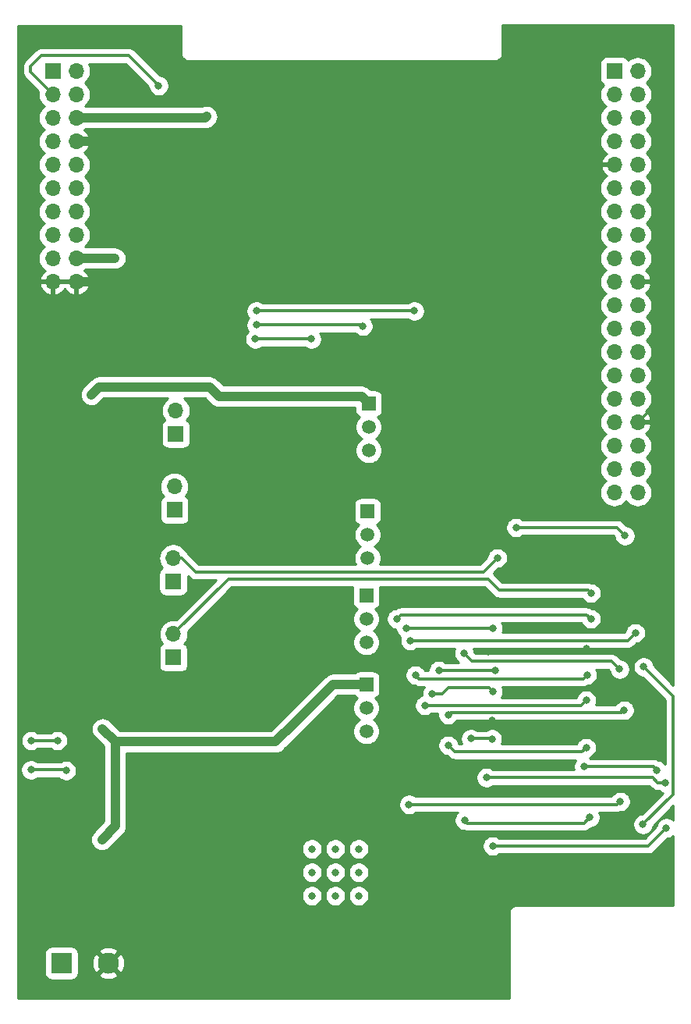
<source format=gbr>
G04 #@! TF.GenerationSoftware,KiCad,Pcbnew,(5.1.2)-2*
G04 #@! TF.CreationDate,2021-06-22T12:17:49+03:00*
G04 #@! TF.ProjectId,extension_board,65787465-6e73-4696-9f6e-5f626f617264,rev?*
G04 #@! TF.SameCoordinates,Original*
G04 #@! TF.FileFunction,Copper,L2,Bot*
G04 #@! TF.FilePolarity,Positive*
%FSLAX46Y46*%
G04 Gerber Fmt 4.6, Leading zero omitted, Abs format (unit mm)*
G04 Created by KiCad (PCBNEW (5.1.2)-2) date 2021-06-22 12:17:49*
%MOMM*%
%LPD*%
G04 APERTURE LIST*
%ADD10R,1.500000X1.500000*%
%ADD11C,1.500000*%
%ADD12O,1.700000X1.700000*%
%ADD13R,1.700000X1.700000*%
%ADD14R,2.200000X2.200000*%
%ADD15C,2.300000*%
%ADD16C,0.800000*%
%ADD17C,1.000000*%
%ADD18C,0.300000*%
%ADD19C,0.254000*%
G04 APERTURE END LIST*
D10*
X115951000Y-94488000D03*
D11*
X115951000Y-99568000D03*
X115951000Y-97028000D03*
D10*
X115824000Y-103632000D03*
D11*
X115824000Y-108712000D03*
X115824000Y-106172000D03*
D12*
X94996000Y-91821000D03*
D13*
X94996000Y-94361000D03*
D12*
X95138000Y-83566000D03*
D13*
X95138000Y-86106000D03*
D12*
X94854000Y-99568000D03*
D13*
X94854000Y-102108000D03*
D12*
X94884000Y-107823000D03*
D13*
X94884000Y-110363000D03*
D10*
X116078000Y-82804000D03*
D11*
X116078000Y-87884000D03*
X116078000Y-85344000D03*
D10*
X115824000Y-113284000D03*
D11*
X115824000Y-118364000D03*
X115824000Y-115824000D03*
D12*
X145288000Y-92456000D03*
X142748000Y-92456000D03*
X145288000Y-89916000D03*
X142748000Y-89916000D03*
X145288000Y-87376000D03*
X142748000Y-87376000D03*
X145288000Y-84836000D03*
X142748000Y-84836000D03*
X145288000Y-82296000D03*
X142748000Y-82296000D03*
X145288000Y-79756000D03*
X142748000Y-79756000D03*
X145288000Y-77216000D03*
X142748000Y-77216000D03*
X145288000Y-74676000D03*
X142748000Y-74676000D03*
X145288000Y-72136000D03*
X142748000Y-72136000D03*
X145288000Y-69596000D03*
X142748000Y-69596000D03*
X145288000Y-67056000D03*
X142748000Y-67056000D03*
X145288000Y-64516000D03*
X142748000Y-64516000D03*
X145288000Y-61976000D03*
X142748000Y-61976000D03*
X145288000Y-59436000D03*
X142748000Y-59436000D03*
X145288000Y-56896000D03*
X142748000Y-56896000D03*
X145288000Y-54356000D03*
X142748000Y-54356000D03*
X145288000Y-51816000D03*
X142748000Y-51816000D03*
X145288000Y-49276000D03*
X142748000Y-49276000D03*
X145288000Y-46736000D03*
D13*
X142748000Y-46736000D03*
D12*
X84328000Y-69596000D03*
X81788000Y-69596000D03*
X84328000Y-67056000D03*
X81788000Y-67056000D03*
X84328000Y-64516000D03*
X81788000Y-64516000D03*
X84328000Y-61976000D03*
X81788000Y-61976000D03*
X84328000Y-59436000D03*
X81788000Y-59436000D03*
X84328000Y-56896000D03*
X81788000Y-56896000D03*
X84328000Y-54356000D03*
X81788000Y-54356000D03*
X84328000Y-51816000D03*
X81788000Y-51816000D03*
X84328000Y-49276000D03*
X81788000Y-49276000D03*
X84328000Y-46736000D03*
D13*
X81788000Y-46736000D03*
D14*
X82738000Y-143510000D03*
D15*
X87818000Y-143510000D03*
D16*
X120396000Y-69596000D03*
X114808000Y-69596000D03*
X108966000Y-69596000D03*
X103124000Y-69596000D03*
X88519000Y-67056000D03*
X87185500Y-118110000D03*
X87122000Y-130111500D03*
X85979000Y-81851500D03*
X96329500Y-81026000D03*
X98488500Y-51689000D03*
X109918500Y-131127500D03*
X112458500Y-131127500D03*
X114998500Y-131127500D03*
X109918500Y-133667500D03*
X112458500Y-133667500D03*
X114998500Y-133667500D03*
X109918500Y-136207500D03*
X112458500Y-136207500D03*
X114998500Y-136207500D03*
X108045250Y-117443250D03*
X109251750Y-116236750D03*
X129540000Y-124714000D03*
X129466021Y-117221000D03*
X95123000Y-54356000D03*
X94742000Y-69596000D03*
X140081000Y-124841000D03*
X133032500Y-100647500D03*
X139763500Y-101219000D03*
X139700000Y-109410500D03*
X129032000Y-109728000D03*
X91868500Y-135906000D03*
X94408500Y-135906000D03*
X96948500Y-135906000D03*
X91868500Y-138446000D03*
X94408500Y-138446000D03*
X96948500Y-138446000D03*
X91868500Y-140986000D03*
X94408500Y-140986000D03*
X96948500Y-140986000D03*
X122936000Y-134874000D03*
X125476000Y-134874000D03*
X122936000Y-137414000D03*
X125476000Y-137414000D03*
X139763500Y-118173500D03*
X143319500Y-111633000D03*
X127165990Y-119164990D03*
X129476500Y-119189500D03*
X126428508Y-109893986D03*
X124718009Y-119888000D03*
X139700000Y-120142000D03*
X124714000Y-116586000D03*
X143827500Y-116078000D03*
X132080000Y-96266000D03*
X143891000Y-97155000D03*
X145034000Y-107696000D03*
X120586500Y-108521500D03*
X120459500Y-126301500D03*
X143383000Y-125984000D03*
X145923000Y-111379000D03*
X145859500Y-128460500D03*
X93281500Y-48323500D03*
X82296000Y-119380028D03*
X79438504Y-119380000D03*
X139446000Y-122174000D03*
X147383500Y-122618500D03*
X148272500Y-123952000D03*
X128866000Y-123380500D03*
X129540002Y-130810000D03*
X148399500Y-128841500D03*
X126492000Y-128016000D03*
X140081000Y-127698500D03*
X140208000Y-103378000D03*
X130048000Y-99568000D03*
X120142000Y-107188000D03*
X129540000Y-107188000D03*
X119126000Y-106172000D03*
X140208000Y-106172000D03*
X121031000Y-72771000D03*
X103886000Y-72771000D03*
X123698000Y-111760000D03*
X129781624Y-111772376D03*
X121158000Y-112268000D03*
X139802490Y-112268000D03*
X103886000Y-74295000D03*
X115443000Y-74422006D03*
X122966978Y-114300000D03*
X129540000Y-114046000D03*
X109855000Y-75819000D03*
X103759000Y-75819000D03*
X122174000Y-115570000D03*
X139700000Y-114998500D03*
X79413990Y-122546001D03*
X83248500Y-122618500D03*
D17*
X86741000Y-67056000D02*
X84328000Y-67056000D01*
D18*
X120523000Y-69469000D02*
X120396000Y-69596000D01*
D17*
X114808000Y-69596000D02*
X120396000Y-69596000D01*
X108966000Y-69596000D02*
X114808000Y-69596000D01*
X84328000Y-69596000D02*
X94742000Y-69596000D01*
X103124000Y-69596000D02*
X108966000Y-69596000D01*
X86741000Y-67056000D02*
X88519000Y-67056000D01*
X88582500Y-128651000D02*
X87122000Y-130111500D01*
X87185500Y-118110000D02*
X88582500Y-119507000D01*
X88582500Y-119507000D02*
X88582500Y-128651000D01*
X105981500Y-119507000D02*
X88582500Y-119507000D01*
X115824000Y-113284000D02*
X112204500Y-113284000D01*
X112204500Y-113284000D02*
X109251750Y-116236750D01*
X86804500Y-81026000D02*
X85979000Y-81851500D01*
X96329500Y-81026000D02*
X86804500Y-81026000D01*
X98361500Y-51816000D02*
X98488500Y-51689000D01*
X96901000Y-51816000D02*
X98361500Y-51816000D01*
X84328000Y-51816000D02*
X96901000Y-51816000D01*
X98806000Y-81026000D02*
X96329500Y-81026000D01*
X99822000Y-82042000D02*
X98806000Y-81026000D01*
X116078000Y-82804000D02*
X115316000Y-82042000D01*
X115316000Y-82042000D02*
X99822000Y-82042000D01*
X108045250Y-117443250D02*
X105981500Y-119507000D01*
X109251750Y-116236750D02*
X108045250Y-117443250D01*
X120396000Y-69596000D02*
X120523000Y-69596000D01*
X84328000Y-54356000D02*
X95123000Y-54356000D01*
X94742000Y-69596000D02*
X103124000Y-69596000D01*
X95123000Y-54356000D02*
X95567500Y-54356000D01*
D18*
X146137999Y-83986001D02*
X145288000Y-84836000D01*
X147193000Y-82931000D02*
X146137999Y-83986001D01*
X146617081Y-69723000D02*
X147193000Y-69723000D01*
X146490081Y-69596000D02*
X146617081Y-69723000D01*
X145288000Y-69596000D02*
X146490081Y-69596000D01*
X147193000Y-69723000D02*
X147193000Y-82931000D01*
X147701000Y-69215000D02*
X147193000Y-69723000D01*
X147701000Y-46037500D02*
X147701000Y-69215000D01*
X121158000Y-69596000D02*
X121983500Y-68770500D01*
X120396000Y-69596000D02*
X121158000Y-69596000D01*
X121983500Y-68770500D02*
X121983500Y-64071500D01*
X141224000Y-44831000D02*
X146494500Y-44831000D01*
X146494500Y-44831000D02*
X147701000Y-46037500D01*
X134874000Y-56896000D02*
X132016500Y-54038500D01*
X142748000Y-56896000D02*
X134874000Y-56896000D01*
X121983500Y-64071500D02*
X132016500Y-54038500D01*
X132016500Y-54038500D02*
X141224000Y-44831000D01*
X129540000Y-124714000D02*
X139954000Y-124714000D01*
X139954000Y-124714000D02*
X140081000Y-124841000D01*
X127165990Y-119164990D02*
X129451990Y-119164990D01*
X129451990Y-119164990D02*
X129476500Y-119189500D01*
X143319500Y-111633000D02*
X142455001Y-110768501D01*
X126828507Y-110293985D02*
X126428508Y-109893986D01*
X127303023Y-110768501D02*
X126828507Y-110293985D01*
X142455001Y-110768501D02*
X127303023Y-110768501D01*
X143573500Y-116332000D02*
X143827500Y-116078000D01*
X124968000Y-116332000D02*
X143573500Y-116332000D01*
X124714000Y-116586000D02*
X124968000Y-116332000D01*
X139255500Y-120586500D02*
X139700000Y-120142000D01*
X124718009Y-119888000D02*
X125416509Y-120586500D01*
X125416509Y-120586500D02*
X139255500Y-120586500D01*
X132080000Y-96266000D02*
X143002000Y-96266000D01*
X143002000Y-96266000D02*
X143891000Y-97155000D01*
X129464502Y-108521500D02*
X120586500Y-108521500D01*
X145034000Y-107696000D02*
X144208500Y-108521500D01*
X144208500Y-108521500D02*
X129464502Y-108521500D01*
X120586500Y-108521500D02*
X120586500Y-108521500D01*
X120459500Y-126301500D02*
X143065500Y-126301500D01*
X143065500Y-126301500D02*
X143383000Y-125984000D01*
X149122501Y-125197499D02*
X145859500Y-128460500D01*
X145923000Y-111379000D02*
X149122501Y-114578501D01*
X149122501Y-114578501D02*
X149122501Y-125197499D01*
X92881501Y-47923501D02*
X93281500Y-48323500D01*
X80518000Y-45085000D02*
X90043000Y-45085000D01*
X79375000Y-46228000D02*
X80518000Y-45085000D01*
X79375000Y-46863000D02*
X79375000Y-46228000D01*
X81788000Y-49276000D02*
X79375000Y-46863000D01*
X90043000Y-45085000D02*
X92881501Y-47923501D01*
X82296000Y-119380028D02*
X79438532Y-119380028D01*
X79438532Y-119380028D02*
X79438504Y-119380000D01*
X146983501Y-122218501D02*
X147383500Y-122618500D01*
X146939000Y-122174000D02*
X146983501Y-122218501D01*
X139446000Y-122174000D02*
X146939000Y-122174000D01*
X146887498Y-123380500D02*
X128866000Y-123380500D01*
X148272500Y-123952000D02*
X147458998Y-123952000D01*
X147458998Y-123952000D02*
X146887498Y-123380500D01*
X129540002Y-130810000D02*
X146431000Y-130810000D01*
X147999501Y-129241499D02*
X148399500Y-128841500D01*
X146431000Y-130810000D02*
X147999501Y-129241499D01*
X139446000Y-128333500D02*
X140081000Y-127698500D01*
X126492000Y-128016000D02*
X126809500Y-128333500D01*
X126809500Y-128333500D02*
X139446000Y-128333500D01*
X139890500Y-103060500D02*
X140208000Y-103378000D01*
X130238500Y-103060500D02*
X139890500Y-103060500D01*
X129032000Y-101854000D02*
X130238500Y-103060500D01*
X94884000Y-107823000D02*
X100853000Y-101854000D01*
X100853000Y-101854000D02*
X129032000Y-101854000D01*
X129648001Y-99967999D02*
X130048000Y-99568000D01*
X128524000Y-101092000D02*
X129648001Y-99967999D01*
X97282000Y-101092000D02*
X128524000Y-101092000D01*
X94854000Y-99568000D02*
X95758000Y-99568000D01*
X95758000Y-99568000D02*
X97282000Y-101092000D01*
X120142000Y-107188000D02*
X129540000Y-107188000D01*
X139763500Y-105727500D02*
X140208000Y-106172000D01*
X119126000Y-106172000D02*
X119570500Y-105727500D01*
X119570500Y-105727500D02*
X139763500Y-105727500D01*
X121031000Y-72771000D02*
X103886000Y-72771000D01*
X129769248Y-111760000D02*
X129781624Y-111772376D01*
X123698000Y-111760000D02*
X129769248Y-111760000D01*
X139402491Y-112667999D02*
X139802490Y-112268000D01*
X121557999Y-112667999D02*
X139402491Y-112667999D01*
X121158000Y-112268000D02*
X121557999Y-112667999D01*
X103886000Y-74295000D02*
X115315994Y-74295000D01*
X115315994Y-74295000D02*
X115443000Y-74422006D01*
X129140001Y-113646001D02*
X129540000Y-114046000D01*
X129095500Y-113601500D02*
X129140001Y-113646001D01*
X124771872Y-113601500D02*
X129095500Y-113601500D01*
X122966978Y-114300000D02*
X124073372Y-114300000D01*
X124073372Y-114300000D02*
X124771872Y-113601500D01*
X109855000Y-75819000D02*
X103759000Y-75819000D01*
X139128500Y-115570000D02*
X139300001Y-115398499D01*
X122174000Y-115570000D02*
X139128500Y-115570000D01*
X139300001Y-115398499D02*
X139700000Y-114998500D01*
X83176001Y-122546001D02*
X83248500Y-122618500D01*
X79413990Y-122546001D02*
X83176001Y-122546001D01*
D19*
G36*
X149136000Y-113351735D02*
G01*
X147049438Y-111265173D01*
X147006690Y-111050266D01*
X146921734Y-110845165D01*
X146798398Y-110660579D01*
X146641421Y-110503602D01*
X146456835Y-110380266D01*
X146251734Y-110295310D01*
X146034000Y-110252000D01*
X145812000Y-110252000D01*
X145594266Y-110295310D01*
X145389165Y-110380266D01*
X145204579Y-110503602D01*
X145047602Y-110660579D01*
X144924266Y-110845165D01*
X144839310Y-111050266D01*
X144796000Y-111268000D01*
X144796000Y-111490000D01*
X144839310Y-111707734D01*
X144924266Y-111912835D01*
X145047602Y-112097421D01*
X145204579Y-112254398D01*
X145389165Y-112377734D01*
X145594266Y-112462690D01*
X145809173Y-112505438D01*
X148245501Y-114941766D01*
X148245502Y-121886683D01*
X148101921Y-121743102D01*
X147917335Y-121619766D01*
X147712234Y-121534810D01*
X147494500Y-121491500D01*
X147489794Y-121491500D01*
X147428592Y-121441273D01*
X147276237Y-121359838D01*
X147110922Y-121309690D01*
X146939000Y-121292757D01*
X146895921Y-121297000D01*
X140162023Y-121297000D01*
X140045134Y-121218897D01*
X140233835Y-121140734D01*
X140418421Y-121017398D01*
X140575398Y-120860421D01*
X140698734Y-120675835D01*
X140783690Y-120470734D01*
X140827000Y-120253000D01*
X140827000Y-120031000D01*
X140783690Y-119813266D01*
X140698734Y-119608165D01*
X140575398Y-119423579D01*
X140418421Y-119266602D01*
X140233835Y-119143266D01*
X140028734Y-119058310D01*
X139811000Y-119015000D01*
X139589000Y-119015000D01*
X139371266Y-119058310D01*
X139166165Y-119143266D01*
X138981579Y-119266602D01*
X138824602Y-119423579D01*
X138701266Y-119608165D01*
X138659291Y-119709500D01*
X130480965Y-119709500D01*
X130560190Y-119518234D01*
X130603500Y-119300500D01*
X130603500Y-119078500D01*
X130560190Y-118860766D01*
X130475234Y-118655665D01*
X130351898Y-118471079D01*
X130194921Y-118314102D01*
X130010335Y-118190766D01*
X129805234Y-118105810D01*
X129587500Y-118062500D01*
X129365500Y-118062500D01*
X129147766Y-118105810D01*
X128942665Y-118190766D01*
X128797159Y-118287990D01*
X127882013Y-118287990D01*
X127699825Y-118166256D01*
X127494724Y-118081300D01*
X127276990Y-118037990D01*
X127054990Y-118037990D01*
X126837256Y-118081300D01*
X126632155Y-118166256D01*
X126447569Y-118289592D01*
X126290592Y-118446569D01*
X126167256Y-118631155D01*
X126082300Y-118836256D01*
X126038990Y-119053990D01*
X126038990Y-119275990D01*
X126082300Y-119493724D01*
X126167256Y-119698825D01*
X126174389Y-119709500D01*
X125831582Y-119709500D01*
X125801699Y-119559266D01*
X125716743Y-119354165D01*
X125593407Y-119169579D01*
X125436430Y-119012602D01*
X125251844Y-118889266D01*
X125046743Y-118804310D01*
X124829009Y-118761000D01*
X124607009Y-118761000D01*
X124389275Y-118804310D01*
X124184174Y-118889266D01*
X123999588Y-119012602D01*
X123842611Y-119169579D01*
X123719275Y-119354165D01*
X123634319Y-119559266D01*
X123591009Y-119777000D01*
X123591009Y-119999000D01*
X123634319Y-120216734D01*
X123719275Y-120421835D01*
X123842611Y-120606421D01*
X123999588Y-120763398D01*
X124184174Y-120886734D01*
X124389275Y-120971690D01*
X124604182Y-121014438D01*
X124765912Y-121176168D01*
X124793376Y-121209633D01*
X124926917Y-121319227D01*
X125079272Y-121400662D01*
X125244587Y-121450810D01*
X125373430Y-121463500D01*
X125373431Y-121463500D01*
X125416508Y-121467743D01*
X125459585Y-121463500D01*
X138565309Y-121463500D01*
X138447266Y-121640165D01*
X138362310Y-121845266D01*
X138319000Y-122063000D01*
X138319000Y-122285000D01*
X138362310Y-122502734D01*
X138362627Y-122503500D01*
X129582023Y-122503500D01*
X129399835Y-122381766D01*
X129194734Y-122296810D01*
X128977000Y-122253500D01*
X128755000Y-122253500D01*
X128537266Y-122296810D01*
X128332165Y-122381766D01*
X128147579Y-122505102D01*
X127990602Y-122662079D01*
X127867266Y-122846665D01*
X127782310Y-123051766D01*
X127739000Y-123269500D01*
X127739000Y-123491500D01*
X127782310Y-123709234D01*
X127867266Y-123914335D01*
X127990602Y-124098921D01*
X128147579Y-124255898D01*
X128332165Y-124379234D01*
X128537266Y-124464190D01*
X128755000Y-124507500D01*
X128977000Y-124507500D01*
X129194734Y-124464190D01*
X129399835Y-124379234D01*
X129582023Y-124257500D01*
X146524233Y-124257500D01*
X146808401Y-124541668D01*
X146835865Y-124575133D01*
X146969406Y-124684727D01*
X147121761Y-124766162D01*
X147287075Y-124816310D01*
X147458997Y-124833243D01*
X147502077Y-124829000D01*
X147556477Y-124829000D01*
X147738665Y-124950734D01*
X147943766Y-125035690D01*
X148027408Y-125052327D01*
X145745673Y-127334062D01*
X145530766Y-127376810D01*
X145325665Y-127461766D01*
X145141079Y-127585102D01*
X144984102Y-127742079D01*
X144860766Y-127926665D01*
X144775810Y-128131766D01*
X144732500Y-128349500D01*
X144732500Y-128571500D01*
X144775810Y-128789234D01*
X144860766Y-128994335D01*
X144984102Y-129178921D01*
X145141079Y-129335898D01*
X145325665Y-129459234D01*
X145530766Y-129544190D01*
X145748500Y-129587500D01*
X145970500Y-129587500D01*
X146188234Y-129544190D01*
X146393335Y-129459234D01*
X146577921Y-129335898D01*
X146734898Y-129178921D01*
X146858234Y-128994335D01*
X146943190Y-128789234D01*
X146985938Y-128574327D01*
X149136000Y-126424265D01*
X149136000Y-127984181D01*
X149117921Y-127966102D01*
X148933335Y-127842766D01*
X148728234Y-127757810D01*
X148510500Y-127714500D01*
X148288500Y-127714500D01*
X148070766Y-127757810D01*
X147865665Y-127842766D01*
X147681079Y-127966102D01*
X147524102Y-128123079D01*
X147400766Y-128307665D01*
X147315810Y-128512766D01*
X147273062Y-128727673D01*
X146067735Y-129933000D01*
X130256025Y-129933000D01*
X130073837Y-129811266D01*
X129868736Y-129726310D01*
X129651002Y-129683000D01*
X129429002Y-129683000D01*
X129211268Y-129726310D01*
X129006167Y-129811266D01*
X128821581Y-129934602D01*
X128664604Y-130091579D01*
X128541268Y-130276165D01*
X128456312Y-130481266D01*
X128413002Y-130699000D01*
X128413002Y-130921000D01*
X128456312Y-131138734D01*
X128541268Y-131343835D01*
X128664604Y-131528421D01*
X128821581Y-131685398D01*
X129006167Y-131808734D01*
X129211268Y-131893690D01*
X129429002Y-131937000D01*
X129651002Y-131937000D01*
X129868736Y-131893690D01*
X130073837Y-131808734D01*
X130256025Y-131687000D01*
X146387921Y-131687000D01*
X146431000Y-131691243D01*
X146474079Y-131687000D01*
X146490345Y-131685398D01*
X146602922Y-131674310D01*
X146768237Y-131624162D01*
X146920592Y-131542727D01*
X147054133Y-131433133D01*
X147081597Y-131399668D01*
X148513327Y-129967938D01*
X148728234Y-129925190D01*
X148933335Y-129840234D01*
X149117921Y-129716898D01*
X149136000Y-129698819D01*
X149136000Y-137248000D01*
X132116938Y-137248000D01*
X132080000Y-137244362D01*
X132043062Y-137248000D01*
X131932582Y-137258881D01*
X131790830Y-137301882D01*
X131660190Y-137371710D01*
X131545683Y-137465683D01*
X131451710Y-137580190D01*
X131381882Y-137710830D01*
X131338881Y-137852582D01*
X131324362Y-138000000D01*
X131328000Y-138036937D01*
X131328001Y-147344000D01*
X77968000Y-147344000D01*
X77968000Y-142410000D01*
X80907483Y-142410000D01*
X80907483Y-144610000D01*
X80921520Y-144752517D01*
X80963090Y-144889557D01*
X81030597Y-145015853D01*
X81121446Y-145126554D01*
X81232147Y-145217403D01*
X81358443Y-145284910D01*
X81495483Y-145326480D01*
X81638000Y-145340517D01*
X83838000Y-145340517D01*
X83980517Y-145326480D01*
X84117557Y-145284910D01*
X84243853Y-145217403D01*
X84354554Y-145126554D01*
X84445403Y-145015853D01*
X84512910Y-144889557D01*
X84554480Y-144752517D01*
X84554496Y-144752349D01*
X86755256Y-144752349D01*
X86869118Y-145032090D01*
X87184296Y-145187961D01*
X87523826Y-145279349D01*
X87874661Y-145302741D01*
X88223319Y-145257240D01*
X88556400Y-145144594D01*
X88766882Y-145032090D01*
X88880744Y-144752349D01*
X87818000Y-143689605D01*
X86755256Y-144752349D01*
X84554496Y-144752349D01*
X84568517Y-144610000D01*
X84568517Y-143566661D01*
X86025259Y-143566661D01*
X86070760Y-143915319D01*
X86183406Y-144248400D01*
X86295910Y-144458882D01*
X86575651Y-144572744D01*
X87638395Y-143510000D01*
X87997605Y-143510000D01*
X89060349Y-144572744D01*
X89340090Y-144458882D01*
X89495961Y-144143704D01*
X89587349Y-143804174D01*
X89610741Y-143453339D01*
X89565240Y-143104681D01*
X89452594Y-142771600D01*
X89340090Y-142561118D01*
X89060349Y-142447256D01*
X87997605Y-143510000D01*
X87638395Y-143510000D01*
X86575651Y-142447256D01*
X86295910Y-142561118D01*
X86140039Y-142876296D01*
X86048651Y-143215826D01*
X86025259Y-143566661D01*
X84568517Y-143566661D01*
X84568517Y-142410000D01*
X84554497Y-142267651D01*
X86755256Y-142267651D01*
X87818000Y-143330395D01*
X88880744Y-142267651D01*
X88766882Y-141987910D01*
X88451704Y-141832039D01*
X88112174Y-141740651D01*
X87761339Y-141717259D01*
X87412681Y-141762760D01*
X87079600Y-141875406D01*
X86869118Y-141987910D01*
X86755256Y-142267651D01*
X84554497Y-142267651D01*
X84554480Y-142267483D01*
X84512910Y-142130443D01*
X84445403Y-142004147D01*
X84354554Y-141893446D01*
X84243853Y-141802597D01*
X84117557Y-141735090D01*
X83980517Y-141693520D01*
X83838000Y-141679483D01*
X81638000Y-141679483D01*
X81495483Y-141693520D01*
X81358443Y-141735090D01*
X81232147Y-141802597D01*
X81121446Y-141893446D01*
X81030597Y-142004147D01*
X80963090Y-142130443D01*
X80921520Y-142267483D01*
X80907483Y-142410000D01*
X77968000Y-142410000D01*
X77968000Y-136096500D01*
X108791500Y-136096500D01*
X108791500Y-136318500D01*
X108834810Y-136536234D01*
X108919766Y-136741335D01*
X109043102Y-136925921D01*
X109200079Y-137082898D01*
X109384665Y-137206234D01*
X109589766Y-137291190D01*
X109807500Y-137334500D01*
X110029500Y-137334500D01*
X110247234Y-137291190D01*
X110452335Y-137206234D01*
X110636921Y-137082898D01*
X110793898Y-136925921D01*
X110917234Y-136741335D01*
X111002190Y-136536234D01*
X111045500Y-136318500D01*
X111045500Y-136096500D01*
X111331500Y-136096500D01*
X111331500Y-136318500D01*
X111374810Y-136536234D01*
X111459766Y-136741335D01*
X111583102Y-136925921D01*
X111740079Y-137082898D01*
X111924665Y-137206234D01*
X112129766Y-137291190D01*
X112347500Y-137334500D01*
X112569500Y-137334500D01*
X112787234Y-137291190D01*
X112992335Y-137206234D01*
X113176921Y-137082898D01*
X113333898Y-136925921D01*
X113457234Y-136741335D01*
X113542190Y-136536234D01*
X113585500Y-136318500D01*
X113585500Y-136096500D01*
X113871500Y-136096500D01*
X113871500Y-136318500D01*
X113914810Y-136536234D01*
X113999766Y-136741335D01*
X114123102Y-136925921D01*
X114280079Y-137082898D01*
X114464665Y-137206234D01*
X114669766Y-137291190D01*
X114887500Y-137334500D01*
X115109500Y-137334500D01*
X115327234Y-137291190D01*
X115532335Y-137206234D01*
X115716921Y-137082898D01*
X115873898Y-136925921D01*
X115997234Y-136741335D01*
X116082190Y-136536234D01*
X116125500Y-136318500D01*
X116125500Y-136096500D01*
X116082190Y-135878766D01*
X115997234Y-135673665D01*
X115873898Y-135489079D01*
X115716921Y-135332102D01*
X115532335Y-135208766D01*
X115327234Y-135123810D01*
X115109500Y-135080500D01*
X114887500Y-135080500D01*
X114669766Y-135123810D01*
X114464665Y-135208766D01*
X114280079Y-135332102D01*
X114123102Y-135489079D01*
X113999766Y-135673665D01*
X113914810Y-135878766D01*
X113871500Y-136096500D01*
X113585500Y-136096500D01*
X113542190Y-135878766D01*
X113457234Y-135673665D01*
X113333898Y-135489079D01*
X113176921Y-135332102D01*
X112992335Y-135208766D01*
X112787234Y-135123810D01*
X112569500Y-135080500D01*
X112347500Y-135080500D01*
X112129766Y-135123810D01*
X111924665Y-135208766D01*
X111740079Y-135332102D01*
X111583102Y-135489079D01*
X111459766Y-135673665D01*
X111374810Y-135878766D01*
X111331500Y-136096500D01*
X111045500Y-136096500D01*
X111002190Y-135878766D01*
X110917234Y-135673665D01*
X110793898Y-135489079D01*
X110636921Y-135332102D01*
X110452335Y-135208766D01*
X110247234Y-135123810D01*
X110029500Y-135080500D01*
X109807500Y-135080500D01*
X109589766Y-135123810D01*
X109384665Y-135208766D01*
X109200079Y-135332102D01*
X109043102Y-135489079D01*
X108919766Y-135673665D01*
X108834810Y-135878766D01*
X108791500Y-136096500D01*
X77968000Y-136096500D01*
X77968000Y-133556500D01*
X108791500Y-133556500D01*
X108791500Y-133778500D01*
X108834810Y-133996234D01*
X108919766Y-134201335D01*
X109043102Y-134385921D01*
X109200079Y-134542898D01*
X109384665Y-134666234D01*
X109589766Y-134751190D01*
X109807500Y-134794500D01*
X110029500Y-134794500D01*
X110247234Y-134751190D01*
X110452335Y-134666234D01*
X110636921Y-134542898D01*
X110793898Y-134385921D01*
X110917234Y-134201335D01*
X111002190Y-133996234D01*
X111045500Y-133778500D01*
X111045500Y-133556500D01*
X111331500Y-133556500D01*
X111331500Y-133778500D01*
X111374810Y-133996234D01*
X111459766Y-134201335D01*
X111583102Y-134385921D01*
X111740079Y-134542898D01*
X111924665Y-134666234D01*
X112129766Y-134751190D01*
X112347500Y-134794500D01*
X112569500Y-134794500D01*
X112787234Y-134751190D01*
X112992335Y-134666234D01*
X113176921Y-134542898D01*
X113333898Y-134385921D01*
X113457234Y-134201335D01*
X113542190Y-133996234D01*
X113585500Y-133778500D01*
X113585500Y-133556500D01*
X113871500Y-133556500D01*
X113871500Y-133778500D01*
X113914810Y-133996234D01*
X113999766Y-134201335D01*
X114123102Y-134385921D01*
X114280079Y-134542898D01*
X114464665Y-134666234D01*
X114669766Y-134751190D01*
X114887500Y-134794500D01*
X115109500Y-134794500D01*
X115327234Y-134751190D01*
X115532335Y-134666234D01*
X115716921Y-134542898D01*
X115873898Y-134385921D01*
X115997234Y-134201335D01*
X116082190Y-133996234D01*
X116125500Y-133778500D01*
X116125500Y-133556500D01*
X116082190Y-133338766D01*
X115997234Y-133133665D01*
X115873898Y-132949079D01*
X115716921Y-132792102D01*
X115532335Y-132668766D01*
X115327234Y-132583810D01*
X115109500Y-132540500D01*
X114887500Y-132540500D01*
X114669766Y-132583810D01*
X114464665Y-132668766D01*
X114280079Y-132792102D01*
X114123102Y-132949079D01*
X113999766Y-133133665D01*
X113914810Y-133338766D01*
X113871500Y-133556500D01*
X113585500Y-133556500D01*
X113542190Y-133338766D01*
X113457234Y-133133665D01*
X113333898Y-132949079D01*
X113176921Y-132792102D01*
X112992335Y-132668766D01*
X112787234Y-132583810D01*
X112569500Y-132540500D01*
X112347500Y-132540500D01*
X112129766Y-132583810D01*
X111924665Y-132668766D01*
X111740079Y-132792102D01*
X111583102Y-132949079D01*
X111459766Y-133133665D01*
X111374810Y-133338766D01*
X111331500Y-133556500D01*
X111045500Y-133556500D01*
X111002190Y-133338766D01*
X110917234Y-133133665D01*
X110793898Y-132949079D01*
X110636921Y-132792102D01*
X110452335Y-132668766D01*
X110247234Y-132583810D01*
X110029500Y-132540500D01*
X109807500Y-132540500D01*
X109589766Y-132583810D01*
X109384665Y-132668766D01*
X109200079Y-132792102D01*
X109043102Y-132949079D01*
X108919766Y-133133665D01*
X108834810Y-133338766D01*
X108791500Y-133556500D01*
X77968000Y-133556500D01*
X77968000Y-130111500D01*
X85889065Y-130111500D01*
X85912755Y-130352033D01*
X85982917Y-130583324D01*
X86096852Y-130796482D01*
X86250183Y-130983317D01*
X86437018Y-131136648D01*
X86650176Y-131250583D01*
X86881467Y-131320745D01*
X87122000Y-131344435D01*
X87362533Y-131320745D01*
X87593824Y-131250583D01*
X87806982Y-131136648D01*
X87947004Y-131021735D01*
X87952239Y-131016500D01*
X108791500Y-131016500D01*
X108791500Y-131238500D01*
X108834810Y-131456234D01*
X108919766Y-131661335D01*
X109043102Y-131845921D01*
X109200079Y-132002898D01*
X109384665Y-132126234D01*
X109589766Y-132211190D01*
X109807500Y-132254500D01*
X110029500Y-132254500D01*
X110247234Y-132211190D01*
X110452335Y-132126234D01*
X110636921Y-132002898D01*
X110793898Y-131845921D01*
X110917234Y-131661335D01*
X111002190Y-131456234D01*
X111045500Y-131238500D01*
X111045500Y-131016500D01*
X111331500Y-131016500D01*
X111331500Y-131238500D01*
X111374810Y-131456234D01*
X111459766Y-131661335D01*
X111583102Y-131845921D01*
X111740079Y-132002898D01*
X111924665Y-132126234D01*
X112129766Y-132211190D01*
X112347500Y-132254500D01*
X112569500Y-132254500D01*
X112787234Y-132211190D01*
X112992335Y-132126234D01*
X113176921Y-132002898D01*
X113333898Y-131845921D01*
X113457234Y-131661335D01*
X113542190Y-131456234D01*
X113585500Y-131238500D01*
X113585500Y-131016500D01*
X113871500Y-131016500D01*
X113871500Y-131238500D01*
X113914810Y-131456234D01*
X113999766Y-131661335D01*
X114123102Y-131845921D01*
X114280079Y-132002898D01*
X114464665Y-132126234D01*
X114669766Y-132211190D01*
X114887500Y-132254500D01*
X115109500Y-132254500D01*
X115327234Y-132211190D01*
X115532335Y-132126234D01*
X115716921Y-132002898D01*
X115873898Y-131845921D01*
X115997234Y-131661335D01*
X116082190Y-131456234D01*
X116125500Y-131238500D01*
X116125500Y-131016500D01*
X116082190Y-130798766D01*
X115997234Y-130593665D01*
X115873898Y-130409079D01*
X115716921Y-130252102D01*
X115532335Y-130128766D01*
X115327234Y-130043810D01*
X115109500Y-130000500D01*
X114887500Y-130000500D01*
X114669766Y-130043810D01*
X114464665Y-130128766D01*
X114280079Y-130252102D01*
X114123102Y-130409079D01*
X113999766Y-130593665D01*
X113914810Y-130798766D01*
X113871500Y-131016500D01*
X113585500Y-131016500D01*
X113542190Y-130798766D01*
X113457234Y-130593665D01*
X113333898Y-130409079D01*
X113176921Y-130252102D01*
X112992335Y-130128766D01*
X112787234Y-130043810D01*
X112569500Y-130000500D01*
X112347500Y-130000500D01*
X112129766Y-130043810D01*
X111924665Y-130128766D01*
X111740079Y-130252102D01*
X111583102Y-130409079D01*
X111459766Y-130593665D01*
X111374810Y-130798766D01*
X111331500Y-131016500D01*
X111045500Y-131016500D01*
X111002190Y-130798766D01*
X110917234Y-130593665D01*
X110793898Y-130409079D01*
X110636921Y-130252102D01*
X110452335Y-130128766D01*
X110247234Y-130043810D01*
X110029500Y-130000500D01*
X109807500Y-130000500D01*
X109589766Y-130043810D01*
X109384665Y-130128766D01*
X109200079Y-130252102D01*
X109043102Y-130409079D01*
X108919766Y-130593665D01*
X108834810Y-130798766D01*
X108791500Y-131016500D01*
X87952239Y-131016500D01*
X89407505Y-129561235D01*
X89454317Y-129522817D01*
X89607649Y-129335983D01*
X89710800Y-129143000D01*
X89721584Y-129122825D01*
X89791745Y-128891534D01*
X89800983Y-128797736D01*
X89809500Y-128711268D01*
X89809500Y-128711260D01*
X89815435Y-128651000D01*
X89809500Y-128590740D01*
X89809500Y-126190500D01*
X119332500Y-126190500D01*
X119332500Y-126412500D01*
X119375810Y-126630234D01*
X119460766Y-126835335D01*
X119584102Y-127019921D01*
X119741079Y-127176898D01*
X119925665Y-127300234D01*
X120130766Y-127385190D01*
X120348500Y-127428500D01*
X120570500Y-127428500D01*
X120788234Y-127385190D01*
X120993335Y-127300234D01*
X121175523Y-127178500D01*
X125735681Y-127178500D01*
X125616602Y-127297579D01*
X125493266Y-127482165D01*
X125408310Y-127687266D01*
X125365000Y-127905000D01*
X125365000Y-128127000D01*
X125408310Y-128344734D01*
X125493266Y-128549835D01*
X125616602Y-128734421D01*
X125773579Y-128891398D01*
X125958165Y-129014734D01*
X126163266Y-129099690D01*
X126381000Y-129143000D01*
X126463541Y-129143000D01*
X126472263Y-129147662D01*
X126546673Y-129170234D01*
X126637577Y-129197810D01*
X126809500Y-129214743D01*
X126852579Y-129210500D01*
X139402921Y-129210500D01*
X139446000Y-129214743D01*
X139489079Y-129210500D01*
X139617922Y-129197810D01*
X139783237Y-129147662D01*
X139935592Y-129066227D01*
X140069133Y-128956633D01*
X140096597Y-128923168D01*
X140194827Y-128824938D01*
X140409734Y-128782190D01*
X140614835Y-128697234D01*
X140799421Y-128573898D01*
X140956398Y-128416921D01*
X141079734Y-128232335D01*
X141164690Y-128027234D01*
X141208000Y-127809500D01*
X141208000Y-127587500D01*
X141164690Y-127369766D01*
X141085465Y-127178500D01*
X143022421Y-127178500D01*
X143065500Y-127182743D01*
X143108579Y-127178500D01*
X143124845Y-127176898D01*
X143237422Y-127165810D01*
X143320521Y-127140602D01*
X143402737Y-127115662D01*
X143411459Y-127111000D01*
X143494000Y-127111000D01*
X143711734Y-127067690D01*
X143916835Y-126982734D01*
X144101421Y-126859398D01*
X144258398Y-126702421D01*
X144381734Y-126517835D01*
X144466690Y-126312734D01*
X144510000Y-126095000D01*
X144510000Y-125873000D01*
X144466690Y-125655266D01*
X144381734Y-125450165D01*
X144258398Y-125265579D01*
X144101421Y-125108602D01*
X143916835Y-124985266D01*
X143711734Y-124900310D01*
X143494000Y-124857000D01*
X143272000Y-124857000D01*
X143054266Y-124900310D01*
X142849165Y-124985266D01*
X142664579Y-125108602D01*
X142507602Y-125265579D01*
X142401415Y-125424500D01*
X121175523Y-125424500D01*
X120993335Y-125302766D01*
X120788234Y-125217810D01*
X120570500Y-125174500D01*
X120348500Y-125174500D01*
X120130766Y-125217810D01*
X119925665Y-125302766D01*
X119741079Y-125426102D01*
X119584102Y-125583079D01*
X119460766Y-125767665D01*
X119375810Y-125972766D01*
X119332500Y-126190500D01*
X89809500Y-126190500D01*
X89809500Y-120734000D01*
X105921240Y-120734000D01*
X105981500Y-120739935D01*
X106041760Y-120734000D01*
X106041768Y-120734000D01*
X106222034Y-120716245D01*
X106453324Y-120646084D01*
X106666483Y-120532149D01*
X106853317Y-120378817D01*
X106891739Y-120332000D01*
X108955485Y-118268255D01*
X108955489Y-118268250D01*
X110161986Y-117061754D01*
X110161990Y-117061749D01*
X112712740Y-114511000D01*
X114524985Y-114511000D01*
X114557446Y-114550554D01*
X114668147Y-114641403D01*
X114794443Y-114708910D01*
X114837297Y-114721909D01*
X114676739Y-114882467D01*
X114515099Y-115124378D01*
X114403760Y-115393175D01*
X114347000Y-115678528D01*
X114347000Y-115969472D01*
X114403760Y-116254825D01*
X114515099Y-116523622D01*
X114676739Y-116765533D01*
X114882467Y-116971261D01*
X115066159Y-117094000D01*
X114882467Y-117216739D01*
X114676739Y-117422467D01*
X114515099Y-117664378D01*
X114403760Y-117933175D01*
X114347000Y-118218528D01*
X114347000Y-118509472D01*
X114403760Y-118794825D01*
X114515099Y-119063622D01*
X114676739Y-119305533D01*
X114882467Y-119511261D01*
X115124378Y-119672901D01*
X115393175Y-119784240D01*
X115678528Y-119841000D01*
X115969472Y-119841000D01*
X116254825Y-119784240D01*
X116523622Y-119672901D01*
X116765533Y-119511261D01*
X116971261Y-119305533D01*
X117132901Y-119063622D01*
X117244240Y-118794825D01*
X117301000Y-118509472D01*
X117301000Y-118218528D01*
X117244240Y-117933175D01*
X117132901Y-117664378D01*
X116971261Y-117422467D01*
X116765533Y-117216739D01*
X116581841Y-117094000D01*
X116765533Y-116971261D01*
X116971261Y-116765533D01*
X117132901Y-116523622D01*
X117244240Y-116254825D01*
X117301000Y-115969472D01*
X117301000Y-115678528D01*
X117244240Y-115393175D01*
X117132901Y-115124378D01*
X116971261Y-114882467D01*
X116810703Y-114721909D01*
X116853557Y-114708910D01*
X116979853Y-114641403D01*
X117090554Y-114550554D01*
X117181403Y-114439853D01*
X117248910Y-114313557D01*
X117290480Y-114176517D01*
X117304517Y-114034000D01*
X117304517Y-112534000D01*
X117290480Y-112391483D01*
X117248910Y-112254443D01*
X117181403Y-112128147D01*
X117090554Y-112017446D01*
X116979853Y-111926597D01*
X116853557Y-111859090D01*
X116716517Y-111817520D01*
X116574000Y-111803483D01*
X115074000Y-111803483D01*
X114931483Y-111817520D01*
X114794443Y-111859090D01*
X114668147Y-111926597D01*
X114557446Y-112017446D01*
X114524985Y-112057000D01*
X112264759Y-112057000D01*
X112204499Y-112051065D01*
X112144239Y-112057000D01*
X112144232Y-112057000D01*
X111963966Y-112074755D01*
X111732676Y-112144916D01*
X111519517Y-112258851D01*
X111332683Y-112412183D01*
X111294265Y-112458995D01*
X108426751Y-115326510D01*
X108426746Y-115326514D01*
X107220250Y-116533011D01*
X107220245Y-116533015D01*
X105473261Y-118280000D01*
X89090740Y-118280000D01*
X88010504Y-117199765D01*
X87870482Y-117084852D01*
X87657324Y-116970917D01*
X87426033Y-116900755D01*
X87185500Y-116877065D01*
X86944967Y-116900755D01*
X86713676Y-116970917D01*
X86500518Y-117084852D01*
X86313683Y-117238183D01*
X86160352Y-117425018D01*
X86046417Y-117638176D01*
X85976255Y-117869467D01*
X85952565Y-118110000D01*
X85976255Y-118350533D01*
X86046417Y-118581824D01*
X86160352Y-118794982D01*
X86275265Y-118935004D01*
X87355500Y-120015240D01*
X87355501Y-128142759D01*
X86211765Y-129286496D01*
X86096852Y-129426518D01*
X85982917Y-129639676D01*
X85912755Y-129870967D01*
X85889065Y-130111500D01*
X77968000Y-130111500D01*
X77968000Y-122435001D01*
X78286990Y-122435001D01*
X78286990Y-122657001D01*
X78330300Y-122874735D01*
X78415256Y-123079836D01*
X78538592Y-123264422D01*
X78695569Y-123421399D01*
X78880155Y-123544735D01*
X79085256Y-123629691D01*
X79302990Y-123673001D01*
X79524990Y-123673001D01*
X79742724Y-123629691D01*
X79947825Y-123544735D01*
X80130013Y-123423001D01*
X82459182Y-123423001D01*
X82530079Y-123493898D01*
X82714665Y-123617234D01*
X82919766Y-123702190D01*
X83137500Y-123745500D01*
X83359500Y-123745500D01*
X83577234Y-123702190D01*
X83782335Y-123617234D01*
X83966921Y-123493898D01*
X84123898Y-123336921D01*
X84247234Y-123152335D01*
X84332190Y-122947234D01*
X84375500Y-122729500D01*
X84375500Y-122507500D01*
X84332190Y-122289766D01*
X84247234Y-122084665D01*
X84123898Y-121900079D01*
X83966921Y-121743102D01*
X83782335Y-121619766D01*
X83577234Y-121534810D01*
X83359500Y-121491500D01*
X83137500Y-121491500D01*
X82919766Y-121534810D01*
X82714665Y-121619766D01*
X82640979Y-121669001D01*
X80130013Y-121669001D01*
X79947825Y-121547267D01*
X79742724Y-121462311D01*
X79524990Y-121419001D01*
X79302990Y-121419001D01*
X79085256Y-121462311D01*
X78880155Y-121547267D01*
X78695569Y-121670603D01*
X78538592Y-121827580D01*
X78415256Y-122012166D01*
X78330300Y-122217267D01*
X78286990Y-122435001D01*
X77968000Y-122435001D01*
X77968000Y-119269000D01*
X78311504Y-119269000D01*
X78311504Y-119491000D01*
X78354814Y-119708734D01*
X78439770Y-119913835D01*
X78563106Y-120098421D01*
X78720083Y-120255398D01*
X78904669Y-120378734D01*
X79109770Y-120463690D01*
X79327504Y-120507000D01*
X79549504Y-120507000D01*
X79767238Y-120463690D01*
X79972339Y-120378734D01*
X80154486Y-120257028D01*
X81579977Y-120257028D01*
X81762165Y-120378762D01*
X81967266Y-120463718D01*
X82185000Y-120507028D01*
X82407000Y-120507028D01*
X82624734Y-120463718D01*
X82829835Y-120378762D01*
X83014421Y-120255426D01*
X83171398Y-120098449D01*
X83294734Y-119913863D01*
X83379690Y-119708762D01*
X83423000Y-119491028D01*
X83423000Y-119269028D01*
X83379690Y-119051294D01*
X83294734Y-118846193D01*
X83171398Y-118661607D01*
X83014421Y-118504630D01*
X82829835Y-118381294D01*
X82624734Y-118296338D01*
X82407000Y-118253028D01*
X82185000Y-118253028D01*
X81967266Y-118296338D01*
X81762165Y-118381294D01*
X81579977Y-118503028D01*
X80154569Y-118503028D01*
X79972339Y-118381266D01*
X79767238Y-118296310D01*
X79549504Y-118253000D01*
X79327504Y-118253000D01*
X79109770Y-118296310D01*
X78904669Y-118381266D01*
X78720083Y-118504602D01*
X78563106Y-118661579D01*
X78439770Y-118846165D01*
X78354814Y-119051266D01*
X78311504Y-119269000D01*
X77968000Y-119269000D01*
X77968000Y-99568000D01*
X93269370Y-99568000D01*
X93299818Y-99877146D01*
X93389993Y-100174412D01*
X93536428Y-100448373D01*
X93670604Y-100611868D01*
X93598147Y-100650597D01*
X93487446Y-100741446D01*
X93396597Y-100852147D01*
X93329090Y-100978443D01*
X93287520Y-101115483D01*
X93273483Y-101258000D01*
X93273483Y-102958000D01*
X93287520Y-103100517D01*
X93329090Y-103237557D01*
X93396597Y-103363853D01*
X93487446Y-103474554D01*
X93598147Y-103565403D01*
X93724443Y-103632910D01*
X93861483Y-103674480D01*
X94004000Y-103688517D01*
X95704000Y-103688517D01*
X95846517Y-103674480D01*
X95983557Y-103632910D01*
X96109853Y-103565403D01*
X96220554Y-103474554D01*
X96311403Y-103363853D01*
X96378910Y-103237557D01*
X96420480Y-103100517D01*
X96434517Y-102958000D01*
X96434517Y-101484782D01*
X96631403Y-101681668D01*
X96658867Y-101715133D01*
X96792408Y-101824727D01*
X96944763Y-101906162D01*
X97110078Y-101956310D01*
X97238921Y-101969000D01*
X97238930Y-101969000D01*
X97281999Y-101973242D01*
X97325069Y-101969000D01*
X99497734Y-101969000D01*
X95196806Y-106269928D01*
X95193146Y-106268818D01*
X94961469Y-106246000D01*
X94806531Y-106246000D01*
X94574854Y-106268818D01*
X94277588Y-106358993D01*
X94003627Y-106505428D01*
X93763497Y-106702497D01*
X93566428Y-106942627D01*
X93419993Y-107216588D01*
X93329818Y-107513854D01*
X93299370Y-107823000D01*
X93329818Y-108132146D01*
X93419993Y-108429412D01*
X93566428Y-108703373D01*
X93700604Y-108866868D01*
X93628147Y-108905597D01*
X93517446Y-108996446D01*
X93426597Y-109107147D01*
X93359090Y-109233443D01*
X93317520Y-109370483D01*
X93303483Y-109513000D01*
X93303483Y-111213000D01*
X93317520Y-111355517D01*
X93359090Y-111492557D01*
X93426597Y-111618853D01*
X93517446Y-111729554D01*
X93628147Y-111820403D01*
X93754443Y-111887910D01*
X93891483Y-111929480D01*
X94034000Y-111943517D01*
X95734000Y-111943517D01*
X95876517Y-111929480D01*
X96013557Y-111887910D01*
X96139853Y-111820403D01*
X96250554Y-111729554D01*
X96341403Y-111618853D01*
X96408910Y-111492557D01*
X96450480Y-111355517D01*
X96464517Y-111213000D01*
X96464517Y-109513000D01*
X96450480Y-109370483D01*
X96408910Y-109233443D01*
X96341403Y-109107147D01*
X96250554Y-108996446D01*
X96139853Y-108905597D01*
X96067396Y-108866868D01*
X96201572Y-108703373D01*
X96348007Y-108429412D01*
X96438182Y-108132146D01*
X96468630Y-107823000D01*
X96438182Y-107513854D01*
X96437072Y-107510194D01*
X101216266Y-102731000D01*
X114360093Y-102731000D01*
X114357520Y-102739483D01*
X114343483Y-102882000D01*
X114343483Y-104382000D01*
X114357520Y-104524517D01*
X114399090Y-104661557D01*
X114466597Y-104787853D01*
X114557446Y-104898554D01*
X114668147Y-104989403D01*
X114794443Y-105056910D01*
X114837297Y-105069909D01*
X114676739Y-105230467D01*
X114515099Y-105472378D01*
X114403760Y-105741175D01*
X114347000Y-106026528D01*
X114347000Y-106317472D01*
X114403760Y-106602825D01*
X114515099Y-106871622D01*
X114676739Y-107113533D01*
X114882467Y-107319261D01*
X115066159Y-107442000D01*
X114882467Y-107564739D01*
X114676739Y-107770467D01*
X114515099Y-108012378D01*
X114403760Y-108281175D01*
X114347000Y-108566528D01*
X114347000Y-108857472D01*
X114403760Y-109142825D01*
X114515099Y-109411622D01*
X114676739Y-109653533D01*
X114882467Y-109859261D01*
X115124378Y-110020901D01*
X115393175Y-110132240D01*
X115678528Y-110189000D01*
X115969472Y-110189000D01*
X116254825Y-110132240D01*
X116523622Y-110020901D01*
X116765533Y-109859261D01*
X116971261Y-109653533D01*
X117132901Y-109411622D01*
X117244240Y-109142825D01*
X117301000Y-108857472D01*
X117301000Y-108566528D01*
X117244240Y-108281175D01*
X117132901Y-108012378D01*
X116971261Y-107770467D01*
X116765533Y-107564739D01*
X116581841Y-107442000D01*
X116765533Y-107319261D01*
X116971261Y-107113533D01*
X117132901Y-106871622D01*
X117244240Y-106602825D01*
X117301000Y-106317472D01*
X117301000Y-106061000D01*
X117999000Y-106061000D01*
X117999000Y-106283000D01*
X118042310Y-106500734D01*
X118127266Y-106705835D01*
X118250602Y-106890421D01*
X118407579Y-107047398D01*
X118592165Y-107170734D01*
X118797266Y-107255690D01*
X119015000Y-107299000D01*
X119058310Y-107516734D01*
X119143266Y-107721835D01*
X119266602Y-107906421D01*
X119423579Y-108063398D01*
X119527605Y-108132906D01*
X119502810Y-108192766D01*
X119459500Y-108410500D01*
X119459500Y-108632500D01*
X119502810Y-108850234D01*
X119587766Y-109055335D01*
X119711102Y-109239921D01*
X119868079Y-109396898D01*
X120052665Y-109520234D01*
X120257766Y-109605190D01*
X120475500Y-109648500D01*
X120697500Y-109648500D01*
X120915234Y-109605190D01*
X121120335Y-109520234D01*
X121302523Y-109398500D01*
X125413889Y-109398500D01*
X125344818Y-109565252D01*
X125301508Y-109782986D01*
X125301508Y-110004986D01*
X125344818Y-110222720D01*
X125429774Y-110427821D01*
X125553110Y-110612407D01*
X125710087Y-110769384D01*
X125880126Y-110883000D01*
X124414023Y-110883000D01*
X124231835Y-110761266D01*
X124026734Y-110676310D01*
X123809000Y-110633000D01*
X123587000Y-110633000D01*
X123369266Y-110676310D01*
X123164165Y-110761266D01*
X122979579Y-110884602D01*
X122822602Y-111041579D01*
X122699266Y-111226165D01*
X122614310Y-111431266D01*
X122571000Y-111649000D01*
X122571000Y-111790999D01*
X122180276Y-111790999D01*
X122156734Y-111734165D01*
X122033398Y-111549579D01*
X121876421Y-111392602D01*
X121691835Y-111269266D01*
X121486734Y-111184310D01*
X121269000Y-111141000D01*
X121047000Y-111141000D01*
X120829266Y-111184310D01*
X120624165Y-111269266D01*
X120439579Y-111392602D01*
X120282602Y-111549579D01*
X120159266Y-111734165D01*
X120074310Y-111939266D01*
X120031000Y-112157000D01*
X120031000Y-112379000D01*
X120074310Y-112596734D01*
X120159266Y-112801835D01*
X120282602Y-112986421D01*
X120439579Y-113143398D01*
X120624165Y-113266734D01*
X120829266Y-113351690D01*
X121047000Y-113395000D01*
X121061430Y-113395000D01*
X121068407Y-113400726D01*
X121205642Y-113474079D01*
X121220762Y-113482161D01*
X121386076Y-113532309D01*
X121557998Y-113549242D01*
X121601078Y-113544999D01*
X122128160Y-113544999D01*
X122091580Y-113581579D01*
X121968244Y-113766165D01*
X121883288Y-113971266D01*
X121839978Y-114189000D01*
X121839978Y-114411000D01*
X121854589Y-114484455D01*
X121845266Y-114486310D01*
X121640165Y-114571266D01*
X121455579Y-114694602D01*
X121298602Y-114851579D01*
X121175266Y-115036165D01*
X121090310Y-115241266D01*
X121047000Y-115459000D01*
X121047000Y-115681000D01*
X121090310Y-115898734D01*
X121175266Y-116103835D01*
X121298602Y-116288421D01*
X121455579Y-116445398D01*
X121640165Y-116568734D01*
X121845266Y-116653690D01*
X122063000Y-116697000D01*
X122285000Y-116697000D01*
X122502734Y-116653690D01*
X122707835Y-116568734D01*
X122890023Y-116447000D01*
X123592570Y-116447000D01*
X123587000Y-116475000D01*
X123587000Y-116697000D01*
X123630310Y-116914734D01*
X123715266Y-117119835D01*
X123838602Y-117304421D01*
X123995579Y-117461398D01*
X124180165Y-117584734D01*
X124385266Y-117669690D01*
X124603000Y-117713000D01*
X124825000Y-117713000D01*
X125042734Y-117669690D01*
X125247835Y-117584734D01*
X125432421Y-117461398D01*
X125589398Y-117304421D01*
X125653156Y-117209000D01*
X143530421Y-117209000D01*
X143573500Y-117213243D01*
X143616579Y-117209000D01*
X143657192Y-117205000D01*
X143696859Y-117201093D01*
X143716500Y-117205000D01*
X143938500Y-117205000D01*
X144156234Y-117161690D01*
X144361335Y-117076734D01*
X144545921Y-116953398D01*
X144702898Y-116796421D01*
X144826234Y-116611835D01*
X144911190Y-116406734D01*
X144954500Y-116189000D01*
X144954500Y-115967000D01*
X144911190Y-115749266D01*
X144826234Y-115544165D01*
X144702898Y-115359579D01*
X144545921Y-115202602D01*
X144361335Y-115079266D01*
X144156234Y-114994310D01*
X143938500Y-114951000D01*
X143716500Y-114951000D01*
X143498766Y-114994310D01*
X143293665Y-115079266D01*
X143109079Y-115202602D01*
X142952102Y-115359579D01*
X142888344Y-115455000D01*
X140730767Y-115455000D01*
X140783690Y-115327234D01*
X140827000Y-115109500D01*
X140827000Y-114887500D01*
X140783690Y-114669766D01*
X140698734Y-114464665D01*
X140575398Y-114280079D01*
X140418421Y-114123102D01*
X140233835Y-113999766D01*
X140028734Y-113914810D01*
X139811000Y-113871500D01*
X139589000Y-113871500D01*
X139371266Y-113914810D01*
X139166165Y-113999766D01*
X138981579Y-114123102D01*
X138824602Y-114280079D01*
X138701266Y-114464665D01*
X138616310Y-114669766D01*
X138611688Y-114693000D01*
X130463120Y-114693000D01*
X130538734Y-114579835D01*
X130623690Y-114374734D01*
X130667000Y-114157000D01*
X130667000Y-113935000D01*
X130623690Y-113717266D01*
X130552334Y-113544999D01*
X139359412Y-113544999D01*
X139402491Y-113549242D01*
X139445570Y-113544999D01*
X139574413Y-113532309D01*
X139739728Y-113482161D01*
X139892083Y-113400726D01*
X139899060Y-113395000D01*
X139913490Y-113395000D01*
X140131224Y-113351690D01*
X140336325Y-113266734D01*
X140520911Y-113143398D01*
X140677888Y-112986421D01*
X140801224Y-112801835D01*
X140886180Y-112596734D01*
X140929490Y-112379000D01*
X140929490Y-112157000D01*
X140886180Y-111939266D01*
X140801224Y-111734165D01*
X140741981Y-111645501D01*
X142091736Y-111645501D01*
X142193062Y-111746827D01*
X142235810Y-111961734D01*
X142320766Y-112166835D01*
X142444102Y-112351421D01*
X142601079Y-112508398D01*
X142785665Y-112631734D01*
X142990766Y-112716690D01*
X143208500Y-112760000D01*
X143430500Y-112760000D01*
X143648234Y-112716690D01*
X143853335Y-112631734D01*
X144037921Y-112508398D01*
X144194898Y-112351421D01*
X144318234Y-112166835D01*
X144403190Y-111961734D01*
X144446500Y-111744000D01*
X144446500Y-111522000D01*
X144403190Y-111304266D01*
X144318234Y-111099165D01*
X144194898Y-110914579D01*
X144037921Y-110757602D01*
X143853335Y-110634266D01*
X143648234Y-110549310D01*
X143433327Y-110506562D01*
X143105595Y-110178830D01*
X143078134Y-110145368D01*
X142944593Y-110035774D01*
X142792238Y-109954339D01*
X142626923Y-109904191D01*
X142455001Y-109887258D01*
X142411922Y-109891501D01*
X127666288Y-109891501D01*
X127554946Y-109780159D01*
X127512198Y-109565252D01*
X127443127Y-109398500D01*
X144165421Y-109398500D01*
X144208500Y-109402743D01*
X144251579Y-109398500D01*
X144267845Y-109396898D01*
X144380422Y-109385810D01*
X144545737Y-109335662D01*
X144698092Y-109254227D01*
X144831633Y-109144633D01*
X144859097Y-109111168D01*
X145147827Y-108822438D01*
X145362734Y-108779690D01*
X145567835Y-108694734D01*
X145752421Y-108571398D01*
X145909398Y-108414421D01*
X146032734Y-108229835D01*
X146117690Y-108024734D01*
X146161000Y-107807000D01*
X146161000Y-107585000D01*
X146117690Y-107367266D01*
X146032734Y-107162165D01*
X145909398Y-106977579D01*
X145752421Y-106820602D01*
X145567835Y-106697266D01*
X145362734Y-106612310D01*
X145145000Y-106569000D01*
X144923000Y-106569000D01*
X144705266Y-106612310D01*
X144500165Y-106697266D01*
X144315579Y-106820602D01*
X144158602Y-106977579D01*
X144035266Y-107162165D01*
X143950310Y-107367266D01*
X143907562Y-107582173D01*
X143845235Y-107644500D01*
X130570767Y-107644500D01*
X130623690Y-107516734D01*
X130667000Y-107299000D01*
X130667000Y-107077000D01*
X130623690Y-106859266D01*
X130538734Y-106654165D01*
X130505549Y-106604500D01*
X139167291Y-106604500D01*
X139209266Y-106705835D01*
X139332602Y-106890421D01*
X139489579Y-107047398D01*
X139674165Y-107170734D01*
X139879266Y-107255690D01*
X140097000Y-107299000D01*
X140319000Y-107299000D01*
X140536734Y-107255690D01*
X140741835Y-107170734D01*
X140926421Y-107047398D01*
X141083398Y-106890421D01*
X141206734Y-106705835D01*
X141291690Y-106500734D01*
X141335000Y-106283000D01*
X141335000Y-106061000D01*
X141291690Y-105843266D01*
X141206734Y-105638165D01*
X141083398Y-105453579D01*
X140926421Y-105296602D01*
X140741835Y-105173266D01*
X140536734Y-105088310D01*
X140319000Y-105045000D01*
X140314294Y-105045000D01*
X140253092Y-104994773D01*
X140100737Y-104913338D01*
X139935422Y-104863190D01*
X139806579Y-104850500D01*
X139763500Y-104846257D01*
X139720421Y-104850500D01*
X119613579Y-104850500D01*
X119570500Y-104846257D01*
X119398577Y-104863190D01*
X119281999Y-104898554D01*
X119233263Y-104913338D01*
X119080908Y-104994773D01*
X119019706Y-105045000D01*
X119015000Y-105045000D01*
X118797266Y-105088310D01*
X118592165Y-105173266D01*
X118407579Y-105296602D01*
X118250602Y-105453579D01*
X118127266Y-105638165D01*
X118042310Y-105843266D01*
X117999000Y-106061000D01*
X117301000Y-106061000D01*
X117301000Y-106026528D01*
X117244240Y-105741175D01*
X117132901Y-105472378D01*
X116971261Y-105230467D01*
X116810703Y-105069909D01*
X116853557Y-105056910D01*
X116979853Y-104989403D01*
X117090554Y-104898554D01*
X117181403Y-104787853D01*
X117248910Y-104661557D01*
X117290480Y-104524517D01*
X117304517Y-104382000D01*
X117304517Y-102882000D01*
X117290480Y-102739483D01*
X117287907Y-102731000D01*
X128668735Y-102731000D01*
X129587903Y-103650168D01*
X129615367Y-103683633D01*
X129748908Y-103793227D01*
X129888036Y-103867592D01*
X129901263Y-103874662D01*
X130066577Y-103924810D01*
X130238500Y-103941743D01*
X130281579Y-103937500D01*
X139226415Y-103937500D01*
X139332602Y-104096421D01*
X139489579Y-104253398D01*
X139674165Y-104376734D01*
X139879266Y-104461690D01*
X140097000Y-104505000D01*
X140319000Y-104505000D01*
X140536734Y-104461690D01*
X140741835Y-104376734D01*
X140926421Y-104253398D01*
X141083398Y-104096421D01*
X141206734Y-103911835D01*
X141291690Y-103706734D01*
X141335000Y-103489000D01*
X141335000Y-103267000D01*
X141291690Y-103049266D01*
X141206734Y-102844165D01*
X141083398Y-102659579D01*
X140926421Y-102502602D01*
X140741835Y-102379266D01*
X140536734Y-102294310D01*
X140319000Y-102251000D01*
X140236459Y-102251000D01*
X140227737Y-102246338D01*
X140062422Y-102196190D01*
X140012134Y-102191237D01*
X139890500Y-102179257D01*
X139847421Y-102183500D01*
X130601765Y-102183500D01*
X129682597Y-101264332D01*
X129655133Y-101230867D01*
X129638801Y-101217464D01*
X130161827Y-100694438D01*
X130376734Y-100651690D01*
X130581835Y-100566734D01*
X130766421Y-100443398D01*
X130923398Y-100286421D01*
X131046734Y-100101835D01*
X131131690Y-99896734D01*
X131175000Y-99679000D01*
X131175000Y-99457000D01*
X131131690Y-99239266D01*
X131046734Y-99034165D01*
X130923398Y-98849579D01*
X130766421Y-98692602D01*
X130581835Y-98569266D01*
X130376734Y-98484310D01*
X130159000Y-98441000D01*
X129937000Y-98441000D01*
X129719266Y-98484310D01*
X129514165Y-98569266D01*
X129329579Y-98692602D01*
X129172602Y-98849579D01*
X129049266Y-99034165D01*
X128964310Y-99239266D01*
X128921562Y-99454173D01*
X128160735Y-100215000D01*
X117281698Y-100215000D01*
X117371240Y-99998825D01*
X117428000Y-99713472D01*
X117428000Y-99422528D01*
X117371240Y-99137175D01*
X117259901Y-98868378D01*
X117098261Y-98626467D01*
X116892533Y-98420739D01*
X116708841Y-98298000D01*
X116892533Y-98175261D01*
X117098261Y-97969533D01*
X117259901Y-97727622D01*
X117371240Y-97458825D01*
X117428000Y-97173472D01*
X117428000Y-96882528D01*
X117371240Y-96597175D01*
X117259901Y-96328378D01*
X117144054Y-96155000D01*
X130953000Y-96155000D01*
X130953000Y-96377000D01*
X130996310Y-96594734D01*
X131081266Y-96799835D01*
X131204602Y-96984421D01*
X131361579Y-97141398D01*
X131546165Y-97264734D01*
X131751266Y-97349690D01*
X131969000Y-97393000D01*
X132191000Y-97393000D01*
X132408734Y-97349690D01*
X132613835Y-97264734D01*
X132796023Y-97143000D01*
X142638735Y-97143000D01*
X142764563Y-97268828D01*
X142807310Y-97483734D01*
X142892266Y-97688835D01*
X143015602Y-97873421D01*
X143172579Y-98030398D01*
X143357165Y-98153734D01*
X143562266Y-98238690D01*
X143780000Y-98282000D01*
X144002000Y-98282000D01*
X144219734Y-98238690D01*
X144424835Y-98153734D01*
X144609421Y-98030398D01*
X144766398Y-97873421D01*
X144889734Y-97688835D01*
X144974690Y-97483734D01*
X145018000Y-97266000D01*
X145018000Y-97044000D01*
X144974690Y-96826266D01*
X144889734Y-96621165D01*
X144766398Y-96436579D01*
X144609421Y-96279602D01*
X144424835Y-96156266D01*
X144219734Y-96071310D01*
X144004828Y-96028563D01*
X143652596Y-95676331D01*
X143625133Y-95642867D01*
X143491592Y-95533273D01*
X143339237Y-95451838D01*
X143173922Y-95401690D01*
X143002000Y-95384757D01*
X142958921Y-95389000D01*
X132796023Y-95389000D01*
X132613835Y-95267266D01*
X132408734Y-95182310D01*
X132191000Y-95139000D01*
X131969000Y-95139000D01*
X131751266Y-95182310D01*
X131546165Y-95267266D01*
X131361579Y-95390602D01*
X131204602Y-95547579D01*
X131081266Y-95732165D01*
X130996310Y-95937266D01*
X130953000Y-96155000D01*
X117144054Y-96155000D01*
X117098261Y-96086467D01*
X116937703Y-95925909D01*
X116980557Y-95912910D01*
X117106853Y-95845403D01*
X117217554Y-95754554D01*
X117308403Y-95643853D01*
X117375910Y-95517557D01*
X117417480Y-95380517D01*
X117431517Y-95238000D01*
X117431517Y-93738000D01*
X117417480Y-93595483D01*
X117375910Y-93458443D01*
X117308403Y-93332147D01*
X117217554Y-93221446D01*
X117106853Y-93130597D01*
X116980557Y-93063090D01*
X116843517Y-93021520D01*
X116701000Y-93007483D01*
X115201000Y-93007483D01*
X115058483Y-93021520D01*
X114921443Y-93063090D01*
X114795147Y-93130597D01*
X114684446Y-93221446D01*
X114593597Y-93332147D01*
X114526090Y-93458443D01*
X114484520Y-93595483D01*
X114470483Y-93738000D01*
X114470483Y-95238000D01*
X114484520Y-95380517D01*
X114526090Y-95517557D01*
X114593597Y-95643853D01*
X114684446Y-95754554D01*
X114795147Y-95845403D01*
X114921443Y-95912910D01*
X114964297Y-95925909D01*
X114803739Y-96086467D01*
X114642099Y-96328378D01*
X114530760Y-96597175D01*
X114474000Y-96882528D01*
X114474000Y-97173472D01*
X114530760Y-97458825D01*
X114642099Y-97727622D01*
X114803739Y-97969533D01*
X115009467Y-98175261D01*
X115193159Y-98298000D01*
X115009467Y-98420739D01*
X114803739Y-98626467D01*
X114642099Y-98868378D01*
X114530760Y-99137175D01*
X114474000Y-99422528D01*
X114474000Y-99713472D01*
X114530760Y-99998825D01*
X114620302Y-100215000D01*
X97645265Y-100215000D01*
X96408597Y-98978332D01*
X96381133Y-98944867D01*
X96252755Y-98839510D01*
X96171572Y-98687627D01*
X95974503Y-98447497D01*
X95734373Y-98250428D01*
X95460412Y-98103993D01*
X95163146Y-98013818D01*
X94931469Y-97991000D01*
X94776531Y-97991000D01*
X94544854Y-98013818D01*
X94247588Y-98103993D01*
X93973627Y-98250428D01*
X93733497Y-98447497D01*
X93536428Y-98687627D01*
X93389993Y-98961588D01*
X93299818Y-99258854D01*
X93269370Y-99568000D01*
X77968000Y-99568000D01*
X77968000Y-91821000D01*
X93411370Y-91821000D01*
X93441818Y-92130146D01*
X93531993Y-92427412D01*
X93678428Y-92701373D01*
X93812604Y-92864868D01*
X93740147Y-92903597D01*
X93629446Y-92994446D01*
X93538597Y-93105147D01*
X93471090Y-93231443D01*
X93429520Y-93368483D01*
X93415483Y-93511000D01*
X93415483Y-95211000D01*
X93429520Y-95353517D01*
X93471090Y-95490557D01*
X93538597Y-95616853D01*
X93629446Y-95727554D01*
X93740147Y-95818403D01*
X93866443Y-95885910D01*
X94003483Y-95927480D01*
X94146000Y-95941517D01*
X95846000Y-95941517D01*
X95988517Y-95927480D01*
X96125557Y-95885910D01*
X96251853Y-95818403D01*
X96362554Y-95727554D01*
X96453403Y-95616853D01*
X96520910Y-95490557D01*
X96562480Y-95353517D01*
X96576517Y-95211000D01*
X96576517Y-93511000D01*
X96562480Y-93368483D01*
X96520910Y-93231443D01*
X96453403Y-93105147D01*
X96362554Y-92994446D01*
X96251853Y-92903597D01*
X96179396Y-92864868D01*
X96313572Y-92701373D01*
X96460007Y-92427412D01*
X96550182Y-92130146D01*
X96580630Y-91821000D01*
X96550182Y-91511854D01*
X96460007Y-91214588D01*
X96313572Y-90940627D01*
X96116503Y-90700497D01*
X95876373Y-90503428D01*
X95602412Y-90356993D01*
X95305146Y-90266818D01*
X95073469Y-90244000D01*
X94918531Y-90244000D01*
X94686854Y-90266818D01*
X94389588Y-90356993D01*
X94115627Y-90503428D01*
X93875497Y-90700497D01*
X93678428Y-90940627D01*
X93531993Y-91214588D01*
X93441818Y-91511854D01*
X93411370Y-91821000D01*
X77968000Y-91821000D01*
X77968000Y-81851500D01*
X84746065Y-81851500D01*
X84769755Y-82092033D01*
X84839917Y-82323324D01*
X84953852Y-82536482D01*
X85107183Y-82723317D01*
X85294018Y-82876648D01*
X85507176Y-82990583D01*
X85738467Y-83060745D01*
X85979000Y-83084435D01*
X86219533Y-83060745D01*
X86450824Y-82990583D01*
X86663982Y-82876648D01*
X86804004Y-82761735D01*
X87312740Y-82253000D01*
X94252056Y-82253000D01*
X94017497Y-82445497D01*
X93820428Y-82685627D01*
X93673993Y-82959588D01*
X93583818Y-83256854D01*
X93553370Y-83566000D01*
X93583818Y-83875146D01*
X93673993Y-84172412D01*
X93820428Y-84446373D01*
X93954604Y-84609868D01*
X93882147Y-84648597D01*
X93771446Y-84739446D01*
X93680597Y-84850147D01*
X93613090Y-84976443D01*
X93571520Y-85113483D01*
X93557483Y-85256000D01*
X93557483Y-86956000D01*
X93571520Y-87098517D01*
X93613090Y-87235557D01*
X93680597Y-87361853D01*
X93771446Y-87472554D01*
X93882147Y-87563403D01*
X94008443Y-87630910D01*
X94145483Y-87672480D01*
X94288000Y-87686517D01*
X95988000Y-87686517D01*
X96130517Y-87672480D01*
X96267557Y-87630910D01*
X96393853Y-87563403D01*
X96504554Y-87472554D01*
X96595403Y-87361853D01*
X96662910Y-87235557D01*
X96704480Y-87098517D01*
X96718517Y-86956000D01*
X96718517Y-85256000D01*
X96704480Y-85113483D01*
X96662910Y-84976443D01*
X96595403Y-84850147D01*
X96504554Y-84739446D01*
X96393853Y-84648597D01*
X96321396Y-84609868D01*
X96455572Y-84446373D01*
X96602007Y-84172412D01*
X96692182Y-83875146D01*
X96722630Y-83566000D01*
X96692182Y-83256854D01*
X96602007Y-82959588D01*
X96455572Y-82685627D01*
X96258503Y-82445497D01*
X96023944Y-82253000D01*
X98297761Y-82253000D01*
X98911764Y-82867004D01*
X98950183Y-82913817D01*
X99137017Y-83067149D01*
X99350176Y-83181084D01*
X99581466Y-83251245D01*
X99761732Y-83269000D01*
X99761740Y-83269000D01*
X99822000Y-83274935D01*
X99882260Y-83269000D01*
X114597483Y-83269000D01*
X114597483Y-83554000D01*
X114611520Y-83696517D01*
X114653090Y-83833557D01*
X114720597Y-83959853D01*
X114811446Y-84070554D01*
X114922147Y-84161403D01*
X115048443Y-84228910D01*
X115091297Y-84241909D01*
X114930739Y-84402467D01*
X114769099Y-84644378D01*
X114657760Y-84913175D01*
X114601000Y-85198528D01*
X114601000Y-85489472D01*
X114657760Y-85774825D01*
X114769099Y-86043622D01*
X114930739Y-86285533D01*
X115136467Y-86491261D01*
X115320159Y-86614000D01*
X115136467Y-86736739D01*
X114930739Y-86942467D01*
X114769099Y-87184378D01*
X114657760Y-87453175D01*
X114601000Y-87738528D01*
X114601000Y-88029472D01*
X114657760Y-88314825D01*
X114769099Y-88583622D01*
X114930739Y-88825533D01*
X115136467Y-89031261D01*
X115378378Y-89192901D01*
X115647175Y-89304240D01*
X115932528Y-89361000D01*
X116223472Y-89361000D01*
X116508825Y-89304240D01*
X116777622Y-89192901D01*
X117019533Y-89031261D01*
X117225261Y-88825533D01*
X117386901Y-88583622D01*
X117498240Y-88314825D01*
X117555000Y-88029472D01*
X117555000Y-87738528D01*
X117498240Y-87453175D01*
X117386901Y-87184378D01*
X117225261Y-86942467D01*
X117019533Y-86736739D01*
X116835841Y-86614000D01*
X117019533Y-86491261D01*
X117225261Y-86285533D01*
X117386901Y-86043622D01*
X117498240Y-85774825D01*
X117555000Y-85489472D01*
X117555000Y-85198528D01*
X117498240Y-84913175D01*
X117386901Y-84644378D01*
X117225261Y-84402467D01*
X117064703Y-84241909D01*
X117107557Y-84228910D01*
X117233853Y-84161403D01*
X117344554Y-84070554D01*
X117435403Y-83959853D01*
X117502910Y-83833557D01*
X117544480Y-83696517D01*
X117558517Y-83554000D01*
X117558517Y-82054000D01*
X117544480Y-81911483D01*
X117502910Y-81774443D01*
X117435403Y-81648147D01*
X117344554Y-81537446D01*
X117233853Y-81446597D01*
X117107557Y-81379090D01*
X116970517Y-81337520D01*
X116828000Y-81323483D01*
X116332722Y-81323483D01*
X116226239Y-81217000D01*
X116187817Y-81170183D01*
X116000983Y-81016851D01*
X115787824Y-80902916D01*
X115556534Y-80832755D01*
X115376268Y-80815000D01*
X115376260Y-80815000D01*
X115316000Y-80809065D01*
X115255740Y-80815000D01*
X100330240Y-80815000D01*
X99716239Y-80201000D01*
X99677817Y-80154183D01*
X99490983Y-80000851D01*
X99277824Y-79886916D01*
X99046534Y-79816755D01*
X98866268Y-79799000D01*
X98866260Y-79799000D01*
X98806000Y-79793065D01*
X98745740Y-79799000D01*
X86864759Y-79799000D01*
X86804499Y-79793065D01*
X86744239Y-79799000D01*
X86744232Y-79799000D01*
X86563966Y-79816755D01*
X86332676Y-79886916D01*
X86119517Y-80000851D01*
X85932683Y-80154183D01*
X85894265Y-80200995D01*
X85068765Y-81026496D01*
X84953852Y-81166518D01*
X84839917Y-81379676D01*
X84769755Y-81610967D01*
X84746065Y-81851500D01*
X77968000Y-81851500D01*
X77968000Y-75708000D01*
X102632000Y-75708000D01*
X102632000Y-75930000D01*
X102675310Y-76147734D01*
X102760266Y-76352835D01*
X102883602Y-76537421D01*
X103040579Y-76694398D01*
X103225165Y-76817734D01*
X103430266Y-76902690D01*
X103648000Y-76946000D01*
X103870000Y-76946000D01*
X104087734Y-76902690D01*
X104292835Y-76817734D01*
X104475023Y-76696000D01*
X109138977Y-76696000D01*
X109321165Y-76817734D01*
X109526266Y-76902690D01*
X109744000Y-76946000D01*
X109966000Y-76946000D01*
X110183734Y-76902690D01*
X110388835Y-76817734D01*
X110573421Y-76694398D01*
X110730398Y-76537421D01*
X110853734Y-76352835D01*
X110938690Y-76147734D01*
X110982000Y-75930000D01*
X110982000Y-75708000D01*
X110938690Y-75490266D01*
X110853734Y-75285165D01*
X110778120Y-75172000D01*
X114599175Y-75172000D01*
X114724579Y-75297404D01*
X114909165Y-75420740D01*
X115114266Y-75505696D01*
X115332000Y-75549006D01*
X115554000Y-75549006D01*
X115771734Y-75505696D01*
X115976835Y-75420740D01*
X116161421Y-75297404D01*
X116318398Y-75140427D01*
X116441734Y-74955841D01*
X116526690Y-74750740D01*
X116570000Y-74533006D01*
X116570000Y-74311006D01*
X116526690Y-74093272D01*
X116441734Y-73888171D01*
X116318398Y-73703585D01*
X116262813Y-73648000D01*
X120314977Y-73648000D01*
X120497165Y-73769734D01*
X120702266Y-73854690D01*
X120920000Y-73898000D01*
X121142000Y-73898000D01*
X121359734Y-73854690D01*
X121564835Y-73769734D01*
X121749421Y-73646398D01*
X121906398Y-73489421D01*
X122029734Y-73304835D01*
X122114690Y-73099734D01*
X122158000Y-72882000D01*
X122158000Y-72660000D01*
X122114690Y-72442266D01*
X122029734Y-72237165D01*
X121906398Y-72052579D01*
X121749421Y-71895602D01*
X121564835Y-71772266D01*
X121359734Y-71687310D01*
X121142000Y-71644000D01*
X120920000Y-71644000D01*
X120702266Y-71687310D01*
X120497165Y-71772266D01*
X120314977Y-71894000D01*
X104602023Y-71894000D01*
X104419835Y-71772266D01*
X104214734Y-71687310D01*
X103997000Y-71644000D01*
X103775000Y-71644000D01*
X103557266Y-71687310D01*
X103352165Y-71772266D01*
X103167579Y-71895602D01*
X103010602Y-72052579D01*
X102887266Y-72237165D01*
X102802310Y-72442266D01*
X102759000Y-72660000D01*
X102759000Y-72882000D01*
X102802310Y-73099734D01*
X102887266Y-73304835D01*
X103010602Y-73489421D01*
X103054181Y-73533000D01*
X103010602Y-73576579D01*
X102887266Y-73761165D01*
X102802310Y-73966266D01*
X102759000Y-74184000D01*
X102759000Y-74406000D01*
X102802310Y-74623734D01*
X102887266Y-74828835D01*
X102994644Y-74989537D01*
X102883602Y-75100579D01*
X102760266Y-75285165D01*
X102675310Y-75490266D01*
X102632000Y-75708000D01*
X77968000Y-75708000D01*
X77968000Y-69952890D01*
X80346524Y-69952890D01*
X80391175Y-70100099D01*
X80516359Y-70362920D01*
X80690412Y-70596269D01*
X80906645Y-70791178D01*
X81156748Y-70940157D01*
X81431109Y-71037481D01*
X81661000Y-70916814D01*
X81661000Y-69723000D01*
X81915000Y-69723000D01*
X81915000Y-70916814D01*
X82144891Y-71037481D01*
X82419252Y-70940157D01*
X82669355Y-70791178D01*
X82885588Y-70596269D01*
X83058000Y-70365120D01*
X83230412Y-70596269D01*
X83446645Y-70791178D01*
X83696748Y-70940157D01*
X83971109Y-71037481D01*
X84201000Y-70916814D01*
X84201000Y-69723000D01*
X84455000Y-69723000D01*
X84455000Y-70916814D01*
X84684891Y-71037481D01*
X84959252Y-70940157D01*
X85209355Y-70791178D01*
X85425588Y-70596269D01*
X85599641Y-70362920D01*
X85724825Y-70100099D01*
X85769476Y-69952890D01*
X85648155Y-69723000D01*
X84455000Y-69723000D01*
X84201000Y-69723000D01*
X81915000Y-69723000D01*
X81661000Y-69723000D01*
X80467845Y-69723000D01*
X80346524Y-69952890D01*
X77968000Y-69952890D01*
X77968000Y-46228000D01*
X78493757Y-46228000D01*
X78498000Y-46271079D01*
X78498000Y-46819921D01*
X78493757Y-46863000D01*
X78510690Y-47034922D01*
X78557968Y-47190775D01*
X78560838Y-47200236D01*
X78642273Y-47352591D01*
X78751867Y-47486133D01*
X78785332Y-47513597D01*
X80234928Y-48963193D01*
X80233818Y-48966854D01*
X80203370Y-49276000D01*
X80233818Y-49585146D01*
X80323993Y-49882412D01*
X80470428Y-50156373D01*
X80667497Y-50396503D01*
X80849660Y-50546000D01*
X80667497Y-50695497D01*
X80470428Y-50935627D01*
X80323993Y-51209588D01*
X80233818Y-51506854D01*
X80203370Y-51816000D01*
X80233818Y-52125146D01*
X80323993Y-52422412D01*
X80470428Y-52696373D01*
X80667497Y-52936503D01*
X80849660Y-53086000D01*
X80667497Y-53235497D01*
X80470428Y-53475627D01*
X80323993Y-53749588D01*
X80233818Y-54046854D01*
X80203370Y-54356000D01*
X80233818Y-54665146D01*
X80323993Y-54962412D01*
X80470428Y-55236373D01*
X80667497Y-55476503D01*
X80849660Y-55626000D01*
X80667497Y-55775497D01*
X80470428Y-56015627D01*
X80323993Y-56289588D01*
X80233818Y-56586854D01*
X80203370Y-56896000D01*
X80233818Y-57205146D01*
X80323993Y-57502412D01*
X80470428Y-57776373D01*
X80667497Y-58016503D01*
X80849660Y-58166000D01*
X80667497Y-58315497D01*
X80470428Y-58555627D01*
X80323993Y-58829588D01*
X80233818Y-59126854D01*
X80203370Y-59436000D01*
X80233818Y-59745146D01*
X80323993Y-60042412D01*
X80470428Y-60316373D01*
X80667497Y-60556503D01*
X80849660Y-60706000D01*
X80667497Y-60855497D01*
X80470428Y-61095627D01*
X80323993Y-61369588D01*
X80233818Y-61666854D01*
X80203370Y-61976000D01*
X80233818Y-62285146D01*
X80323993Y-62582412D01*
X80470428Y-62856373D01*
X80667497Y-63096503D01*
X80849660Y-63246000D01*
X80667497Y-63395497D01*
X80470428Y-63635627D01*
X80323993Y-63909588D01*
X80233818Y-64206854D01*
X80203370Y-64516000D01*
X80233818Y-64825146D01*
X80323993Y-65122412D01*
X80470428Y-65396373D01*
X80667497Y-65636503D01*
X80849660Y-65786000D01*
X80667497Y-65935497D01*
X80470428Y-66175627D01*
X80323993Y-66449588D01*
X80233818Y-66746854D01*
X80203370Y-67056000D01*
X80233818Y-67365146D01*
X80323993Y-67662412D01*
X80470428Y-67936373D01*
X80667497Y-68176503D01*
X80907627Y-68373572D01*
X80931221Y-68386183D01*
X80906645Y-68400822D01*
X80690412Y-68595731D01*
X80516359Y-68829080D01*
X80391175Y-69091901D01*
X80346524Y-69239110D01*
X80467845Y-69469000D01*
X81661000Y-69469000D01*
X81661000Y-69449000D01*
X81915000Y-69449000D01*
X81915000Y-69469000D01*
X84201000Y-69469000D01*
X84201000Y-69449000D01*
X84455000Y-69449000D01*
X84455000Y-69469000D01*
X85648155Y-69469000D01*
X85769476Y-69239110D01*
X85724825Y-69091901D01*
X85599641Y-68829080D01*
X85425588Y-68595731D01*
X85209355Y-68400822D01*
X85184779Y-68386183D01*
X85208373Y-68373572D01*
X85318736Y-68283000D01*
X88579268Y-68283000D01*
X88759534Y-68265245D01*
X88990824Y-68195084D01*
X89203983Y-68081149D01*
X89390817Y-67927817D01*
X89544149Y-67740983D01*
X89658084Y-67527824D01*
X89728245Y-67296534D01*
X89751936Y-67056000D01*
X89728245Y-66815466D01*
X89658084Y-66584176D01*
X89544149Y-66371017D01*
X89390817Y-66184183D01*
X89203983Y-66030851D01*
X88990824Y-65916916D01*
X88759534Y-65846755D01*
X88579268Y-65829000D01*
X85318736Y-65829000D01*
X85266340Y-65786000D01*
X85448503Y-65636503D01*
X85645572Y-65396373D01*
X85792007Y-65122412D01*
X85882182Y-64825146D01*
X85912630Y-64516000D01*
X85882182Y-64206854D01*
X85792007Y-63909588D01*
X85645572Y-63635627D01*
X85448503Y-63395497D01*
X85266340Y-63246000D01*
X85448503Y-63096503D01*
X85645572Y-62856373D01*
X85792007Y-62582412D01*
X85882182Y-62285146D01*
X85912630Y-61976000D01*
X85882182Y-61666854D01*
X85792007Y-61369588D01*
X85645572Y-61095627D01*
X85448503Y-60855497D01*
X85266340Y-60706000D01*
X85448503Y-60556503D01*
X85645572Y-60316373D01*
X85792007Y-60042412D01*
X85882182Y-59745146D01*
X85912630Y-59436000D01*
X85882182Y-59126854D01*
X85792007Y-58829588D01*
X85645572Y-58555627D01*
X85448503Y-58315497D01*
X85266340Y-58166000D01*
X85448503Y-58016503D01*
X85645572Y-57776373D01*
X85792007Y-57502412D01*
X85882182Y-57205146D01*
X85912630Y-56896000D01*
X85882182Y-56586854D01*
X85792007Y-56289588D01*
X85645572Y-56015627D01*
X85448503Y-55775497D01*
X85208373Y-55578428D01*
X85184779Y-55565817D01*
X85209355Y-55551178D01*
X85425588Y-55356269D01*
X85599641Y-55122920D01*
X85724825Y-54860099D01*
X85769476Y-54712890D01*
X85648155Y-54483000D01*
X84455000Y-54483000D01*
X84455000Y-54503000D01*
X84201000Y-54503000D01*
X84201000Y-54483000D01*
X84181000Y-54483000D01*
X84181000Y-54229000D01*
X84201000Y-54229000D01*
X84201000Y-54209000D01*
X84455000Y-54209000D01*
X84455000Y-54229000D01*
X85648155Y-54229000D01*
X85769476Y-53999110D01*
X85724825Y-53851901D01*
X85599641Y-53589080D01*
X85425588Y-53355731D01*
X85209355Y-53160822D01*
X85184779Y-53146183D01*
X85208373Y-53133572D01*
X85318736Y-53043000D01*
X98301240Y-53043000D01*
X98361500Y-53048935D01*
X98421760Y-53043000D01*
X98421768Y-53043000D01*
X98602034Y-53025245D01*
X98833324Y-52955084D01*
X99046483Y-52841149D01*
X99233317Y-52687817D01*
X99271739Y-52641000D01*
X99398735Y-52514004D01*
X99513648Y-52373982D01*
X99627583Y-52160824D01*
X99697745Y-51929533D01*
X99721435Y-51689001D01*
X99697745Y-51448467D01*
X99627583Y-51217177D01*
X99513648Y-51004018D01*
X99360317Y-50817183D01*
X99173482Y-50663852D01*
X98960323Y-50549917D01*
X98729033Y-50479755D01*
X98488499Y-50456065D01*
X98247967Y-50479755D01*
X98016676Y-50549917D01*
X97943557Y-50589000D01*
X85318736Y-50589000D01*
X85266340Y-50546000D01*
X85448503Y-50396503D01*
X85645572Y-50156373D01*
X85792007Y-49882412D01*
X85882182Y-49585146D01*
X85912630Y-49276000D01*
X85882182Y-48966854D01*
X85792007Y-48669588D01*
X85645572Y-48395627D01*
X85448503Y-48155497D01*
X85266340Y-48006000D01*
X85448503Y-47856503D01*
X85645572Y-47616373D01*
X85792007Y-47342412D01*
X85882182Y-47045146D01*
X85912630Y-46736000D01*
X85882182Y-46426854D01*
X85792007Y-46129588D01*
X85702429Y-45962000D01*
X89679735Y-45962000D01*
X92155062Y-48437327D01*
X92197810Y-48652234D01*
X92282766Y-48857335D01*
X92406102Y-49041921D01*
X92563079Y-49198898D01*
X92747665Y-49322234D01*
X92952766Y-49407190D01*
X93170500Y-49450500D01*
X93392500Y-49450500D01*
X93610234Y-49407190D01*
X93815335Y-49322234D01*
X93884529Y-49276000D01*
X141163370Y-49276000D01*
X141193818Y-49585146D01*
X141283993Y-49882412D01*
X141430428Y-50156373D01*
X141627497Y-50396503D01*
X141809660Y-50546000D01*
X141627497Y-50695497D01*
X141430428Y-50935627D01*
X141283993Y-51209588D01*
X141193818Y-51506854D01*
X141163370Y-51816000D01*
X141193818Y-52125146D01*
X141283993Y-52422412D01*
X141430428Y-52696373D01*
X141627497Y-52936503D01*
X141809660Y-53086000D01*
X141627497Y-53235497D01*
X141430428Y-53475627D01*
X141283993Y-53749588D01*
X141193818Y-54046854D01*
X141163370Y-54356000D01*
X141193818Y-54665146D01*
X141283993Y-54962412D01*
X141430428Y-55236373D01*
X141627497Y-55476503D01*
X141867627Y-55673572D01*
X141891221Y-55686183D01*
X141866645Y-55700822D01*
X141650412Y-55895731D01*
X141476359Y-56129080D01*
X141351175Y-56391901D01*
X141306524Y-56539110D01*
X141427845Y-56769000D01*
X142621000Y-56769000D01*
X142621000Y-56749000D01*
X142875000Y-56749000D01*
X142875000Y-56769000D01*
X142895000Y-56769000D01*
X142895000Y-57023000D01*
X142875000Y-57023000D01*
X142875000Y-57043000D01*
X142621000Y-57043000D01*
X142621000Y-57023000D01*
X141427845Y-57023000D01*
X141306524Y-57252890D01*
X141351175Y-57400099D01*
X141476359Y-57662920D01*
X141650412Y-57896269D01*
X141866645Y-58091178D01*
X141891221Y-58105817D01*
X141867627Y-58118428D01*
X141627497Y-58315497D01*
X141430428Y-58555627D01*
X141283993Y-58829588D01*
X141193818Y-59126854D01*
X141163370Y-59436000D01*
X141193818Y-59745146D01*
X141283993Y-60042412D01*
X141430428Y-60316373D01*
X141627497Y-60556503D01*
X141809660Y-60706000D01*
X141627497Y-60855497D01*
X141430428Y-61095627D01*
X141283993Y-61369588D01*
X141193818Y-61666854D01*
X141163370Y-61976000D01*
X141193818Y-62285146D01*
X141283993Y-62582412D01*
X141430428Y-62856373D01*
X141627497Y-63096503D01*
X141809660Y-63246000D01*
X141627497Y-63395497D01*
X141430428Y-63635627D01*
X141283993Y-63909588D01*
X141193818Y-64206854D01*
X141163370Y-64516000D01*
X141193818Y-64825146D01*
X141283993Y-65122412D01*
X141430428Y-65396373D01*
X141627497Y-65636503D01*
X141809660Y-65786000D01*
X141627497Y-65935497D01*
X141430428Y-66175627D01*
X141283993Y-66449588D01*
X141193818Y-66746854D01*
X141163370Y-67056000D01*
X141193818Y-67365146D01*
X141283993Y-67662412D01*
X141430428Y-67936373D01*
X141627497Y-68176503D01*
X141809660Y-68326000D01*
X141627497Y-68475497D01*
X141430428Y-68715627D01*
X141283993Y-68989588D01*
X141193818Y-69286854D01*
X141163370Y-69596000D01*
X141193818Y-69905146D01*
X141283993Y-70202412D01*
X141430428Y-70476373D01*
X141627497Y-70716503D01*
X141809660Y-70866000D01*
X141627497Y-71015497D01*
X141430428Y-71255627D01*
X141283993Y-71529588D01*
X141193818Y-71826854D01*
X141163370Y-72136000D01*
X141193818Y-72445146D01*
X141283993Y-72742412D01*
X141430428Y-73016373D01*
X141627497Y-73256503D01*
X141809660Y-73406000D01*
X141627497Y-73555497D01*
X141430428Y-73795627D01*
X141283993Y-74069588D01*
X141193818Y-74366854D01*
X141163370Y-74676000D01*
X141193818Y-74985146D01*
X141283993Y-75282412D01*
X141430428Y-75556373D01*
X141627497Y-75796503D01*
X141809660Y-75946000D01*
X141627497Y-76095497D01*
X141430428Y-76335627D01*
X141283993Y-76609588D01*
X141193818Y-76906854D01*
X141163370Y-77216000D01*
X141193818Y-77525146D01*
X141283993Y-77822412D01*
X141430428Y-78096373D01*
X141627497Y-78336503D01*
X141809660Y-78486000D01*
X141627497Y-78635497D01*
X141430428Y-78875627D01*
X141283993Y-79149588D01*
X141193818Y-79446854D01*
X141163370Y-79756000D01*
X141193818Y-80065146D01*
X141283993Y-80362412D01*
X141430428Y-80636373D01*
X141627497Y-80876503D01*
X141809660Y-81026000D01*
X141627497Y-81175497D01*
X141430428Y-81415627D01*
X141283993Y-81689588D01*
X141193818Y-81986854D01*
X141163370Y-82296000D01*
X141193818Y-82605146D01*
X141283993Y-82902412D01*
X141430428Y-83176373D01*
X141627497Y-83416503D01*
X141809660Y-83566000D01*
X141627497Y-83715497D01*
X141430428Y-83955627D01*
X141283993Y-84229588D01*
X141193818Y-84526854D01*
X141163370Y-84836000D01*
X141193818Y-85145146D01*
X141283993Y-85442412D01*
X141430428Y-85716373D01*
X141627497Y-85956503D01*
X141809660Y-86106000D01*
X141627497Y-86255497D01*
X141430428Y-86495627D01*
X141283993Y-86769588D01*
X141193818Y-87066854D01*
X141163370Y-87376000D01*
X141193818Y-87685146D01*
X141283993Y-87982412D01*
X141430428Y-88256373D01*
X141627497Y-88496503D01*
X141809660Y-88646000D01*
X141627497Y-88795497D01*
X141430428Y-89035627D01*
X141283993Y-89309588D01*
X141193818Y-89606854D01*
X141163370Y-89916000D01*
X141193818Y-90225146D01*
X141283993Y-90522412D01*
X141430428Y-90796373D01*
X141627497Y-91036503D01*
X141809660Y-91186000D01*
X141627497Y-91335497D01*
X141430428Y-91575627D01*
X141283993Y-91849588D01*
X141193818Y-92146854D01*
X141163370Y-92456000D01*
X141193818Y-92765146D01*
X141283993Y-93062412D01*
X141430428Y-93336373D01*
X141627497Y-93576503D01*
X141867627Y-93773572D01*
X142141588Y-93920007D01*
X142438854Y-94010182D01*
X142670531Y-94033000D01*
X142825469Y-94033000D01*
X143057146Y-94010182D01*
X143354412Y-93920007D01*
X143628373Y-93773572D01*
X143868503Y-93576503D01*
X144018000Y-93394340D01*
X144167497Y-93576503D01*
X144407627Y-93773572D01*
X144681588Y-93920007D01*
X144978854Y-94010182D01*
X145210531Y-94033000D01*
X145365469Y-94033000D01*
X145597146Y-94010182D01*
X145894412Y-93920007D01*
X146168373Y-93773572D01*
X146408503Y-93576503D01*
X146605572Y-93336373D01*
X146752007Y-93062412D01*
X146842182Y-92765146D01*
X146872630Y-92456000D01*
X146842182Y-92146854D01*
X146752007Y-91849588D01*
X146605572Y-91575627D01*
X146408503Y-91335497D01*
X146226340Y-91186000D01*
X146408503Y-91036503D01*
X146605572Y-90796373D01*
X146752007Y-90522412D01*
X146842182Y-90225146D01*
X146872630Y-89916000D01*
X146842182Y-89606854D01*
X146752007Y-89309588D01*
X146605572Y-89035627D01*
X146408503Y-88795497D01*
X146226340Y-88646000D01*
X146408503Y-88496503D01*
X146605572Y-88256373D01*
X146752007Y-87982412D01*
X146842182Y-87685146D01*
X146872630Y-87376000D01*
X146842182Y-87066854D01*
X146752007Y-86769588D01*
X146605572Y-86495627D01*
X146408503Y-86255497D01*
X146168373Y-86058428D01*
X146144779Y-86045817D01*
X146169355Y-86031178D01*
X146385588Y-85836269D01*
X146559641Y-85602920D01*
X146684825Y-85340099D01*
X146729476Y-85192890D01*
X146608155Y-84963000D01*
X145415000Y-84963000D01*
X145415000Y-84983000D01*
X145161000Y-84983000D01*
X145161000Y-84963000D01*
X145141000Y-84963000D01*
X145141000Y-84709000D01*
X145161000Y-84709000D01*
X145161000Y-84689000D01*
X145415000Y-84689000D01*
X145415000Y-84709000D01*
X146608155Y-84709000D01*
X146729476Y-84479110D01*
X146684825Y-84331901D01*
X146559641Y-84069080D01*
X146385588Y-83835731D01*
X146169355Y-83640822D01*
X146144779Y-83626183D01*
X146168373Y-83613572D01*
X146408503Y-83416503D01*
X146605572Y-83176373D01*
X146752007Y-82902412D01*
X146842182Y-82605146D01*
X146872630Y-82296000D01*
X146842182Y-81986854D01*
X146752007Y-81689588D01*
X146605572Y-81415627D01*
X146408503Y-81175497D01*
X146226340Y-81026000D01*
X146408503Y-80876503D01*
X146605572Y-80636373D01*
X146752007Y-80362412D01*
X146842182Y-80065146D01*
X146872630Y-79756000D01*
X146842182Y-79446854D01*
X146752007Y-79149588D01*
X146605572Y-78875627D01*
X146408503Y-78635497D01*
X146226340Y-78486000D01*
X146408503Y-78336503D01*
X146605572Y-78096373D01*
X146752007Y-77822412D01*
X146842182Y-77525146D01*
X146872630Y-77216000D01*
X146842182Y-76906854D01*
X146752007Y-76609588D01*
X146605572Y-76335627D01*
X146408503Y-76095497D01*
X146226340Y-75946000D01*
X146408503Y-75796503D01*
X146605572Y-75556373D01*
X146752007Y-75282412D01*
X146842182Y-74985146D01*
X146872630Y-74676000D01*
X146842182Y-74366854D01*
X146752007Y-74069588D01*
X146605572Y-73795627D01*
X146408503Y-73555497D01*
X146226340Y-73406000D01*
X146408503Y-73256503D01*
X146605572Y-73016373D01*
X146752007Y-72742412D01*
X146842182Y-72445146D01*
X146872630Y-72136000D01*
X146842182Y-71826854D01*
X146752007Y-71529588D01*
X146605572Y-71255627D01*
X146408503Y-71015497D01*
X146168373Y-70818428D01*
X146144779Y-70805817D01*
X146169355Y-70791178D01*
X146385588Y-70596269D01*
X146559641Y-70362920D01*
X146684825Y-70100099D01*
X146729476Y-69952890D01*
X146608155Y-69723000D01*
X145415000Y-69723000D01*
X145415000Y-69743000D01*
X145161000Y-69743000D01*
X145161000Y-69723000D01*
X145141000Y-69723000D01*
X145141000Y-69469000D01*
X145161000Y-69469000D01*
X145161000Y-69449000D01*
X145415000Y-69449000D01*
X145415000Y-69469000D01*
X146608155Y-69469000D01*
X146729476Y-69239110D01*
X146684825Y-69091901D01*
X146559641Y-68829080D01*
X146385588Y-68595731D01*
X146169355Y-68400822D01*
X146144779Y-68386183D01*
X146168373Y-68373572D01*
X146408503Y-68176503D01*
X146605572Y-67936373D01*
X146752007Y-67662412D01*
X146842182Y-67365146D01*
X146872630Y-67056000D01*
X146842182Y-66746854D01*
X146752007Y-66449588D01*
X146605572Y-66175627D01*
X146408503Y-65935497D01*
X146226340Y-65786000D01*
X146408503Y-65636503D01*
X146605572Y-65396373D01*
X146752007Y-65122412D01*
X146842182Y-64825146D01*
X146872630Y-64516000D01*
X146842182Y-64206854D01*
X146752007Y-63909588D01*
X146605572Y-63635627D01*
X146408503Y-63395497D01*
X146226340Y-63246000D01*
X146408503Y-63096503D01*
X146605572Y-62856373D01*
X146752007Y-62582412D01*
X146842182Y-62285146D01*
X146872630Y-61976000D01*
X146842182Y-61666854D01*
X146752007Y-61369588D01*
X146605572Y-61095627D01*
X146408503Y-60855497D01*
X146226340Y-60706000D01*
X146408503Y-60556503D01*
X146605572Y-60316373D01*
X146752007Y-60042412D01*
X146842182Y-59745146D01*
X146872630Y-59436000D01*
X146842182Y-59126854D01*
X146752007Y-58829588D01*
X146605572Y-58555627D01*
X146408503Y-58315497D01*
X146226340Y-58166000D01*
X146408503Y-58016503D01*
X146605572Y-57776373D01*
X146752007Y-57502412D01*
X146842182Y-57205146D01*
X146872630Y-56896000D01*
X146842182Y-56586854D01*
X146752007Y-56289588D01*
X146605572Y-56015627D01*
X146408503Y-55775497D01*
X146226340Y-55626000D01*
X146408503Y-55476503D01*
X146605572Y-55236373D01*
X146752007Y-54962412D01*
X146842182Y-54665146D01*
X146872630Y-54356000D01*
X146842182Y-54046854D01*
X146752007Y-53749588D01*
X146605572Y-53475627D01*
X146408503Y-53235497D01*
X146226340Y-53086000D01*
X146408503Y-52936503D01*
X146605572Y-52696373D01*
X146752007Y-52422412D01*
X146842182Y-52125146D01*
X146872630Y-51816000D01*
X146842182Y-51506854D01*
X146752007Y-51209588D01*
X146605572Y-50935627D01*
X146408503Y-50695497D01*
X146226340Y-50546000D01*
X146408503Y-50396503D01*
X146605572Y-50156373D01*
X146752007Y-49882412D01*
X146842182Y-49585146D01*
X146872630Y-49276000D01*
X146842182Y-48966854D01*
X146752007Y-48669588D01*
X146605572Y-48395627D01*
X146408503Y-48155497D01*
X146226340Y-48006000D01*
X146408503Y-47856503D01*
X146605572Y-47616373D01*
X146752007Y-47342412D01*
X146842182Y-47045146D01*
X146872630Y-46736000D01*
X146842182Y-46426854D01*
X146752007Y-46129588D01*
X146605572Y-45855627D01*
X146408503Y-45615497D01*
X146168373Y-45418428D01*
X145894412Y-45271993D01*
X145597146Y-45181818D01*
X145365469Y-45159000D01*
X145210531Y-45159000D01*
X144978854Y-45181818D01*
X144681588Y-45271993D01*
X144407627Y-45418428D01*
X144244132Y-45552604D01*
X144205403Y-45480147D01*
X144114554Y-45369446D01*
X144003853Y-45278597D01*
X143877557Y-45211090D01*
X143740517Y-45169520D01*
X143598000Y-45155483D01*
X141898000Y-45155483D01*
X141755483Y-45169520D01*
X141618443Y-45211090D01*
X141492147Y-45278597D01*
X141381446Y-45369446D01*
X141290597Y-45480147D01*
X141223090Y-45606443D01*
X141181520Y-45743483D01*
X141167483Y-45886000D01*
X141167483Y-47586000D01*
X141181520Y-47728517D01*
X141223090Y-47865557D01*
X141290597Y-47991853D01*
X141381446Y-48102554D01*
X141492147Y-48193403D01*
X141564604Y-48232132D01*
X141430428Y-48395627D01*
X141283993Y-48669588D01*
X141193818Y-48966854D01*
X141163370Y-49276000D01*
X93884529Y-49276000D01*
X93999921Y-49198898D01*
X94156898Y-49041921D01*
X94280234Y-48857335D01*
X94365190Y-48652234D01*
X94408500Y-48434500D01*
X94408500Y-48212500D01*
X94365190Y-47994766D01*
X94280234Y-47789665D01*
X94156898Y-47605079D01*
X93999921Y-47448102D01*
X93815335Y-47324766D01*
X93610234Y-47239810D01*
X93395327Y-47197062D01*
X90693597Y-44495332D01*
X90666133Y-44461867D01*
X90532592Y-44352273D01*
X90380237Y-44270838D01*
X90214922Y-44220690D01*
X90086079Y-44208000D01*
X90043000Y-44203757D01*
X89999921Y-44208000D01*
X80561076Y-44208000D01*
X80517999Y-44203757D01*
X80474922Y-44208000D01*
X80474921Y-44208000D01*
X80346078Y-44220690D01*
X80180763Y-44270838D01*
X80028408Y-44352273D01*
X80028406Y-44352274D01*
X80028407Y-44352274D01*
X79946348Y-44419618D01*
X79894867Y-44461867D01*
X79867408Y-44495326D01*
X78785327Y-45577408D01*
X78751868Y-45604867D01*
X78724409Y-45638326D01*
X78724406Y-45638329D01*
X78642274Y-45738408D01*
X78560838Y-45890764D01*
X78510690Y-46056078D01*
X78493757Y-46228000D01*
X77968000Y-46228000D01*
X77968000Y-41798400D01*
X95691801Y-41798400D01*
X95691800Y-44235262D01*
X95691800Y-44819462D01*
X95688162Y-44856400D01*
X95702681Y-45003818D01*
X95745682Y-45145570D01*
X95815510Y-45276210D01*
X95909483Y-45390717D01*
X96023990Y-45484690D01*
X96154630Y-45554518D01*
X96296382Y-45597519D01*
X96406862Y-45608400D01*
X96443800Y-45612038D01*
X96480738Y-45608400D01*
X129807862Y-45608400D01*
X129844800Y-45612038D01*
X129881738Y-45608400D01*
X129992218Y-45597519D01*
X130133970Y-45554518D01*
X130264610Y-45484690D01*
X130379117Y-45390717D01*
X130473090Y-45276210D01*
X130542918Y-45145570D01*
X130585919Y-45003818D01*
X130600438Y-44856400D01*
X130596800Y-44819462D01*
X130596800Y-41773000D01*
X149136001Y-41773000D01*
X149136000Y-113351735D01*
X149136000Y-113351735D01*
G37*
X149136000Y-113351735D02*
X147049438Y-111265173D01*
X147006690Y-111050266D01*
X146921734Y-110845165D01*
X146798398Y-110660579D01*
X146641421Y-110503602D01*
X146456835Y-110380266D01*
X146251734Y-110295310D01*
X146034000Y-110252000D01*
X145812000Y-110252000D01*
X145594266Y-110295310D01*
X145389165Y-110380266D01*
X145204579Y-110503602D01*
X145047602Y-110660579D01*
X144924266Y-110845165D01*
X144839310Y-111050266D01*
X144796000Y-111268000D01*
X144796000Y-111490000D01*
X144839310Y-111707734D01*
X144924266Y-111912835D01*
X145047602Y-112097421D01*
X145204579Y-112254398D01*
X145389165Y-112377734D01*
X145594266Y-112462690D01*
X145809173Y-112505438D01*
X148245501Y-114941766D01*
X148245502Y-121886683D01*
X148101921Y-121743102D01*
X147917335Y-121619766D01*
X147712234Y-121534810D01*
X147494500Y-121491500D01*
X147489794Y-121491500D01*
X147428592Y-121441273D01*
X147276237Y-121359838D01*
X147110922Y-121309690D01*
X146939000Y-121292757D01*
X146895921Y-121297000D01*
X140162023Y-121297000D01*
X140045134Y-121218897D01*
X140233835Y-121140734D01*
X140418421Y-121017398D01*
X140575398Y-120860421D01*
X140698734Y-120675835D01*
X140783690Y-120470734D01*
X140827000Y-120253000D01*
X140827000Y-120031000D01*
X140783690Y-119813266D01*
X140698734Y-119608165D01*
X140575398Y-119423579D01*
X140418421Y-119266602D01*
X140233835Y-119143266D01*
X140028734Y-119058310D01*
X139811000Y-119015000D01*
X139589000Y-119015000D01*
X139371266Y-119058310D01*
X139166165Y-119143266D01*
X138981579Y-119266602D01*
X138824602Y-119423579D01*
X138701266Y-119608165D01*
X138659291Y-119709500D01*
X130480965Y-119709500D01*
X130560190Y-119518234D01*
X130603500Y-119300500D01*
X130603500Y-119078500D01*
X130560190Y-118860766D01*
X130475234Y-118655665D01*
X130351898Y-118471079D01*
X130194921Y-118314102D01*
X130010335Y-118190766D01*
X129805234Y-118105810D01*
X129587500Y-118062500D01*
X129365500Y-118062500D01*
X129147766Y-118105810D01*
X128942665Y-118190766D01*
X128797159Y-118287990D01*
X127882013Y-118287990D01*
X127699825Y-118166256D01*
X127494724Y-118081300D01*
X127276990Y-118037990D01*
X127054990Y-118037990D01*
X126837256Y-118081300D01*
X126632155Y-118166256D01*
X126447569Y-118289592D01*
X126290592Y-118446569D01*
X126167256Y-118631155D01*
X126082300Y-118836256D01*
X126038990Y-119053990D01*
X126038990Y-119275990D01*
X126082300Y-119493724D01*
X126167256Y-119698825D01*
X126174389Y-119709500D01*
X125831582Y-119709500D01*
X125801699Y-119559266D01*
X125716743Y-119354165D01*
X125593407Y-119169579D01*
X125436430Y-119012602D01*
X125251844Y-118889266D01*
X125046743Y-118804310D01*
X124829009Y-118761000D01*
X124607009Y-118761000D01*
X124389275Y-118804310D01*
X124184174Y-118889266D01*
X123999588Y-119012602D01*
X123842611Y-119169579D01*
X123719275Y-119354165D01*
X123634319Y-119559266D01*
X123591009Y-119777000D01*
X123591009Y-119999000D01*
X123634319Y-120216734D01*
X123719275Y-120421835D01*
X123842611Y-120606421D01*
X123999588Y-120763398D01*
X124184174Y-120886734D01*
X124389275Y-120971690D01*
X124604182Y-121014438D01*
X124765912Y-121176168D01*
X124793376Y-121209633D01*
X124926917Y-121319227D01*
X125079272Y-121400662D01*
X125244587Y-121450810D01*
X125373430Y-121463500D01*
X125373431Y-121463500D01*
X125416508Y-121467743D01*
X125459585Y-121463500D01*
X138565309Y-121463500D01*
X138447266Y-121640165D01*
X138362310Y-121845266D01*
X138319000Y-122063000D01*
X138319000Y-122285000D01*
X138362310Y-122502734D01*
X138362627Y-122503500D01*
X129582023Y-122503500D01*
X129399835Y-122381766D01*
X129194734Y-122296810D01*
X128977000Y-122253500D01*
X128755000Y-122253500D01*
X128537266Y-122296810D01*
X128332165Y-122381766D01*
X128147579Y-122505102D01*
X127990602Y-122662079D01*
X127867266Y-122846665D01*
X127782310Y-123051766D01*
X127739000Y-123269500D01*
X127739000Y-123491500D01*
X127782310Y-123709234D01*
X127867266Y-123914335D01*
X127990602Y-124098921D01*
X128147579Y-124255898D01*
X128332165Y-124379234D01*
X128537266Y-124464190D01*
X128755000Y-124507500D01*
X128977000Y-124507500D01*
X129194734Y-124464190D01*
X129399835Y-124379234D01*
X129582023Y-124257500D01*
X146524233Y-124257500D01*
X146808401Y-124541668D01*
X146835865Y-124575133D01*
X146969406Y-124684727D01*
X147121761Y-124766162D01*
X147287075Y-124816310D01*
X147458997Y-124833243D01*
X147502077Y-124829000D01*
X147556477Y-124829000D01*
X147738665Y-124950734D01*
X147943766Y-125035690D01*
X148027408Y-125052327D01*
X145745673Y-127334062D01*
X145530766Y-127376810D01*
X145325665Y-127461766D01*
X145141079Y-127585102D01*
X144984102Y-127742079D01*
X144860766Y-127926665D01*
X144775810Y-128131766D01*
X144732500Y-128349500D01*
X144732500Y-128571500D01*
X144775810Y-128789234D01*
X144860766Y-128994335D01*
X144984102Y-129178921D01*
X145141079Y-129335898D01*
X145325665Y-129459234D01*
X145530766Y-129544190D01*
X145748500Y-129587500D01*
X145970500Y-129587500D01*
X146188234Y-129544190D01*
X146393335Y-129459234D01*
X146577921Y-129335898D01*
X146734898Y-129178921D01*
X146858234Y-128994335D01*
X146943190Y-128789234D01*
X146985938Y-128574327D01*
X149136000Y-126424265D01*
X149136000Y-127984181D01*
X149117921Y-127966102D01*
X148933335Y-127842766D01*
X148728234Y-127757810D01*
X148510500Y-127714500D01*
X148288500Y-127714500D01*
X148070766Y-127757810D01*
X147865665Y-127842766D01*
X147681079Y-127966102D01*
X147524102Y-128123079D01*
X147400766Y-128307665D01*
X147315810Y-128512766D01*
X147273062Y-128727673D01*
X146067735Y-129933000D01*
X130256025Y-129933000D01*
X130073837Y-129811266D01*
X129868736Y-129726310D01*
X129651002Y-129683000D01*
X129429002Y-129683000D01*
X129211268Y-129726310D01*
X129006167Y-129811266D01*
X128821581Y-129934602D01*
X128664604Y-130091579D01*
X128541268Y-130276165D01*
X128456312Y-130481266D01*
X128413002Y-130699000D01*
X128413002Y-130921000D01*
X128456312Y-131138734D01*
X128541268Y-131343835D01*
X128664604Y-131528421D01*
X128821581Y-131685398D01*
X129006167Y-131808734D01*
X129211268Y-131893690D01*
X129429002Y-131937000D01*
X129651002Y-131937000D01*
X129868736Y-131893690D01*
X130073837Y-131808734D01*
X130256025Y-131687000D01*
X146387921Y-131687000D01*
X146431000Y-131691243D01*
X146474079Y-131687000D01*
X146490345Y-131685398D01*
X146602922Y-131674310D01*
X146768237Y-131624162D01*
X146920592Y-131542727D01*
X147054133Y-131433133D01*
X147081597Y-131399668D01*
X148513327Y-129967938D01*
X148728234Y-129925190D01*
X148933335Y-129840234D01*
X149117921Y-129716898D01*
X149136000Y-129698819D01*
X149136000Y-137248000D01*
X132116938Y-137248000D01*
X132080000Y-137244362D01*
X132043062Y-137248000D01*
X131932582Y-137258881D01*
X131790830Y-137301882D01*
X131660190Y-137371710D01*
X131545683Y-137465683D01*
X131451710Y-137580190D01*
X131381882Y-137710830D01*
X131338881Y-137852582D01*
X131324362Y-138000000D01*
X131328000Y-138036937D01*
X131328001Y-147344000D01*
X77968000Y-147344000D01*
X77968000Y-142410000D01*
X80907483Y-142410000D01*
X80907483Y-144610000D01*
X80921520Y-144752517D01*
X80963090Y-144889557D01*
X81030597Y-145015853D01*
X81121446Y-145126554D01*
X81232147Y-145217403D01*
X81358443Y-145284910D01*
X81495483Y-145326480D01*
X81638000Y-145340517D01*
X83838000Y-145340517D01*
X83980517Y-145326480D01*
X84117557Y-145284910D01*
X84243853Y-145217403D01*
X84354554Y-145126554D01*
X84445403Y-145015853D01*
X84512910Y-144889557D01*
X84554480Y-144752517D01*
X84554496Y-144752349D01*
X86755256Y-144752349D01*
X86869118Y-145032090D01*
X87184296Y-145187961D01*
X87523826Y-145279349D01*
X87874661Y-145302741D01*
X88223319Y-145257240D01*
X88556400Y-145144594D01*
X88766882Y-145032090D01*
X88880744Y-144752349D01*
X87818000Y-143689605D01*
X86755256Y-144752349D01*
X84554496Y-144752349D01*
X84568517Y-144610000D01*
X84568517Y-143566661D01*
X86025259Y-143566661D01*
X86070760Y-143915319D01*
X86183406Y-144248400D01*
X86295910Y-144458882D01*
X86575651Y-144572744D01*
X87638395Y-143510000D01*
X87997605Y-143510000D01*
X89060349Y-144572744D01*
X89340090Y-144458882D01*
X89495961Y-144143704D01*
X89587349Y-143804174D01*
X89610741Y-143453339D01*
X89565240Y-143104681D01*
X89452594Y-142771600D01*
X89340090Y-142561118D01*
X89060349Y-142447256D01*
X87997605Y-143510000D01*
X87638395Y-143510000D01*
X86575651Y-142447256D01*
X86295910Y-142561118D01*
X86140039Y-142876296D01*
X86048651Y-143215826D01*
X86025259Y-143566661D01*
X84568517Y-143566661D01*
X84568517Y-142410000D01*
X84554497Y-142267651D01*
X86755256Y-142267651D01*
X87818000Y-143330395D01*
X88880744Y-142267651D01*
X88766882Y-141987910D01*
X88451704Y-141832039D01*
X88112174Y-141740651D01*
X87761339Y-141717259D01*
X87412681Y-141762760D01*
X87079600Y-141875406D01*
X86869118Y-141987910D01*
X86755256Y-142267651D01*
X84554497Y-142267651D01*
X84554480Y-142267483D01*
X84512910Y-142130443D01*
X84445403Y-142004147D01*
X84354554Y-141893446D01*
X84243853Y-141802597D01*
X84117557Y-141735090D01*
X83980517Y-141693520D01*
X83838000Y-141679483D01*
X81638000Y-141679483D01*
X81495483Y-141693520D01*
X81358443Y-141735090D01*
X81232147Y-141802597D01*
X81121446Y-141893446D01*
X81030597Y-142004147D01*
X80963090Y-142130443D01*
X80921520Y-142267483D01*
X80907483Y-142410000D01*
X77968000Y-142410000D01*
X77968000Y-136096500D01*
X108791500Y-136096500D01*
X108791500Y-136318500D01*
X108834810Y-136536234D01*
X108919766Y-136741335D01*
X109043102Y-136925921D01*
X109200079Y-137082898D01*
X109384665Y-137206234D01*
X109589766Y-137291190D01*
X109807500Y-137334500D01*
X110029500Y-137334500D01*
X110247234Y-137291190D01*
X110452335Y-137206234D01*
X110636921Y-137082898D01*
X110793898Y-136925921D01*
X110917234Y-136741335D01*
X111002190Y-136536234D01*
X111045500Y-136318500D01*
X111045500Y-136096500D01*
X111331500Y-136096500D01*
X111331500Y-136318500D01*
X111374810Y-136536234D01*
X111459766Y-136741335D01*
X111583102Y-136925921D01*
X111740079Y-137082898D01*
X111924665Y-137206234D01*
X112129766Y-137291190D01*
X112347500Y-137334500D01*
X112569500Y-137334500D01*
X112787234Y-137291190D01*
X112992335Y-137206234D01*
X113176921Y-137082898D01*
X113333898Y-136925921D01*
X113457234Y-136741335D01*
X113542190Y-136536234D01*
X113585500Y-136318500D01*
X113585500Y-136096500D01*
X113871500Y-136096500D01*
X113871500Y-136318500D01*
X113914810Y-136536234D01*
X113999766Y-136741335D01*
X114123102Y-136925921D01*
X114280079Y-137082898D01*
X114464665Y-137206234D01*
X114669766Y-137291190D01*
X114887500Y-137334500D01*
X115109500Y-137334500D01*
X115327234Y-137291190D01*
X115532335Y-137206234D01*
X115716921Y-137082898D01*
X115873898Y-136925921D01*
X115997234Y-136741335D01*
X116082190Y-136536234D01*
X116125500Y-136318500D01*
X116125500Y-136096500D01*
X116082190Y-135878766D01*
X115997234Y-135673665D01*
X115873898Y-135489079D01*
X115716921Y-135332102D01*
X115532335Y-135208766D01*
X115327234Y-135123810D01*
X115109500Y-135080500D01*
X114887500Y-135080500D01*
X114669766Y-135123810D01*
X114464665Y-135208766D01*
X114280079Y-135332102D01*
X114123102Y-135489079D01*
X113999766Y-135673665D01*
X113914810Y-135878766D01*
X113871500Y-136096500D01*
X113585500Y-136096500D01*
X113542190Y-135878766D01*
X113457234Y-135673665D01*
X113333898Y-135489079D01*
X113176921Y-135332102D01*
X112992335Y-135208766D01*
X112787234Y-135123810D01*
X112569500Y-135080500D01*
X112347500Y-135080500D01*
X112129766Y-135123810D01*
X111924665Y-135208766D01*
X111740079Y-135332102D01*
X111583102Y-135489079D01*
X111459766Y-135673665D01*
X111374810Y-135878766D01*
X111331500Y-136096500D01*
X111045500Y-136096500D01*
X111002190Y-135878766D01*
X110917234Y-135673665D01*
X110793898Y-135489079D01*
X110636921Y-135332102D01*
X110452335Y-135208766D01*
X110247234Y-135123810D01*
X110029500Y-135080500D01*
X109807500Y-135080500D01*
X109589766Y-135123810D01*
X109384665Y-135208766D01*
X109200079Y-135332102D01*
X109043102Y-135489079D01*
X108919766Y-135673665D01*
X108834810Y-135878766D01*
X108791500Y-136096500D01*
X77968000Y-136096500D01*
X77968000Y-133556500D01*
X108791500Y-133556500D01*
X108791500Y-133778500D01*
X108834810Y-133996234D01*
X108919766Y-134201335D01*
X109043102Y-134385921D01*
X109200079Y-134542898D01*
X109384665Y-134666234D01*
X109589766Y-134751190D01*
X109807500Y-134794500D01*
X110029500Y-134794500D01*
X110247234Y-134751190D01*
X110452335Y-134666234D01*
X110636921Y-134542898D01*
X110793898Y-134385921D01*
X110917234Y-134201335D01*
X111002190Y-133996234D01*
X111045500Y-133778500D01*
X111045500Y-133556500D01*
X111331500Y-133556500D01*
X111331500Y-133778500D01*
X111374810Y-133996234D01*
X111459766Y-134201335D01*
X111583102Y-134385921D01*
X111740079Y-134542898D01*
X111924665Y-134666234D01*
X112129766Y-134751190D01*
X112347500Y-134794500D01*
X112569500Y-134794500D01*
X112787234Y-134751190D01*
X112992335Y-134666234D01*
X113176921Y-134542898D01*
X113333898Y-134385921D01*
X113457234Y-134201335D01*
X113542190Y-133996234D01*
X113585500Y-133778500D01*
X113585500Y-133556500D01*
X113871500Y-133556500D01*
X113871500Y-133778500D01*
X113914810Y-133996234D01*
X113999766Y-134201335D01*
X114123102Y-134385921D01*
X114280079Y-134542898D01*
X114464665Y-134666234D01*
X114669766Y-134751190D01*
X114887500Y-134794500D01*
X115109500Y-134794500D01*
X115327234Y-134751190D01*
X115532335Y-134666234D01*
X115716921Y-134542898D01*
X115873898Y-134385921D01*
X115997234Y-134201335D01*
X116082190Y-133996234D01*
X116125500Y-133778500D01*
X116125500Y-133556500D01*
X116082190Y-133338766D01*
X115997234Y-133133665D01*
X115873898Y-132949079D01*
X115716921Y-132792102D01*
X115532335Y-132668766D01*
X115327234Y-132583810D01*
X115109500Y-132540500D01*
X114887500Y-132540500D01*
X114669766Y-132583810D01*
X114464665Y-132668766D01*
X114280079Y-132792102D01*
X114123102Y-132949079D01*
X113999766Y-133133665D01*
X113914810Y-133338766D01*
X113871500Y-133556500D01*
X113585500Y-133556500D01*
X113542190Y-133338766D01*
X113457234Y-133133665D01*
X113333898Y-132949079D01*
X113176921Y-132792102D01*
X112992335Y-132668766D01*
X112787234Y-132583810D01*
X112569500Y-132540500D01*
X112347500Y-132540500D01*
X112129766Y-132583810D01*
X111924665Y-132668766D01*
X111740079Y-132792102D01*
X111583102Y-132949079D01*
X111459766Y-133133665D01*
X111374810Y-133338766D01*
X111331500Y-133556500D01*
X111045500Y-133556500D01*
X111002190Y-133338766D01*
X110917234Y-133133665D01*
X110793898Y-132949079D01*
X110636921Y-132792102D01*
X110452335Y-132668766D01*
X110247234Y-132583810D01*
X110029500Y-132540500D01*
X109807500Y-132540500D01*
X109589766Y-132583810D01*
X109384665Y-132668766D01*
X109200079Y-132792102D01*
X109043102Y-132949079D01*
X108919766Y-133133665D01*
X108834810Y-133338766D01*
X108791500Y-133556500D01*
X77968000Y-133556500D01*
X77968000Y-130111500D01*
X85889065Y-130111500D01*
X85912755Y-130352033D01*
X85982917Y-130583324D01*
X86096852Y-130796482D01*
X86250183Y-130983317D01*
X86437018Y-131136648D01*
X86650176Y-131250583D01*
X86881467Y-131320745D01*
X87122000Y-131344435D01*
X87362533Y-131320745D01*
X87593824Y-131250583D01*
X87806982Y-131136648D01*
X87947004Y-131021735D01*
X87952239Y-131016500D01*
X108791500Y-131016500D01*
X108791500Y-131238500D01*
X108834810Y-131456234D01*
X108919766Y-131661335D01*
X109043102Y-131845921D01*
X109200079Y-132002898D01*
X109384665Y-132126234D01*
X109589766Y-132211190D01*
X109807500Y-132254500D01*
X110029500Y-132254500D01*
X110247234Y-132211190D01*
X110452335Y-132126234D01*
X110636921Y-132002898D01*
X110793898Y-131845921D01*
X110917234Y-131661335D01*
X111002190Y-131456234D01*
X111045500Y-131238500D01*
X111045500Y-131016500D01*
X111331500Y-131016500D01*
X111331500Y-131238500D01*
X111374810Y-131456234D01*
X111459766Y-131661335D01*
X111583102Y-131845921D01*
X111740079Y-132002898D01*
X111924665Y-132126234D01*
X112129766Y-132211190D01*
X112347500Y-132254500D01*
X112569500Y-132254500D01*
X112787234Y-132211190D01*
X112992335Y-132126234D01*
X113176921Y-132002898D01*
X113333898Y-131845921D01*
X113457234Y-131661335D01*
X113542190Y-131456234D01*
X113585500Y-131238500D01*
X113585500Y-131016500D01*
X113871500Y-131016500D01*
X113871500Y-131238500D01*
X113914810Y-131456234D01*
X113999766Y-131661335D01*
X114123102Y-131845921D01*
X114280079Y-132002898D01*
X114464665Y-132126234D01*
X114669766Y-132211190D01*
X114887500Y-132254500D01*
X115109500Y-132254500D01*
X115327234Y-132211190D01*
X115532335Y-132126234D01*
X115716921Y-132002898D01*
X115873898Y-131845921D01*
X115997234Y-131661335D01*
X116082190Y-131456234D01*
X116125500Y-131238500D01*
X116125500Y-131016500D01*
X116082190Y-130798766D01*
X115997234Y-130593665D01*
X115873898Y-130409079D01*
X115716921Y-130252102D01*
X115532335Y-130128766D01*
X115327234Y-130043810D01*
X115109500Y-130000500D01*
X114887500Y-130000500D01*
X114669766Y-130043810D01*
X114464665Y-130128766D01*
X114280079Y-130252102D01*
X114123102Y-130409079D01*
X113999766Y-130593665D01*
X113914810Y-130798766D01*
X113871500Y-131016500D01*
X113585500Y-131016500D01*
X113542190Y-130798766D01*
X113457234Y-130593665D01*
X113333898Y-130409079D01*
X113176921Y-130252102D01*
X112992335Y-130128766D01*
X112787234Y-130043810D01*
X112569500Y-130000500D01*
X112347500Y-130000500D01*
X112129766Y-130043810D01*
X111924665Y-130128766D01*
X111740079Y-130252102D01*
X111583102Y-130409079D01*
X111459766Y-130593665D01*
X111374810Y-130798766D01*
X111331500Y-131016500D01*
X111045500Y-131016500D01*
X111002190Y-130798766D01*
X110917234Y-130593665D01*
X110793898Y-130409079D01*
X110636921Y-130252102D01*
X110452335Y-130128766D01*
X110247234Y-130043810D01*
X110029500Y-130000500D01*
X109807500Y-130000500D01*
X109589766Y-130043810D01*
X109384665Y-130128766D01*
X109200079Y-130252102D01*
X109043102Y-130409079D01*
X108919766Y-130593665D01*
X108834810Y-130798766D01*
X108791500Y-131016500D01*
X87952239Y-131016500D01*
X89407505Y-129561235D01*
X89454317Y-129522817D01*
X89607649Y-129335983D01*
X89710800Y-129143000D01*
X89721584Y-129122825D01*
X89791745Y-128891534D01*
X89800983Y-128797736D01*
X89809500Y-128711268D01*
X89809500Y-128711260D01*
X89815435Y-128651000D01*
X89809500Y-128590740D01*
X89809500Y-126190500D01*
X119332500Y-126190500D01*
X119332500Y-126412500D01*
X119375810Y-126630234D01*
X119460766Y-126835335D01*
X119584102Y-127019921D01*
X119741079Y-127176898D01*
X119925665Y-127300234D01*
X120130766Y-127385190D01*
X120348500Y-127428500D01*
X120570500Y-127428500D01*
X120788234Y-127385190D01*
X120993335Y-127300234D01*
X121175523Y-127178500D01*
X125735681Y-127178500D01*
X125616602Y-127297579D01*
X125493266Y-127482165D01*
X125408310Y-127687266D01*
X125365000Y-127905000D01*
X125365000Y-128127000D01*
X125408310Y-128344734D01*
X125493266Y-128549835D01*
X125616602Y-128734421D01*
X125773579Y-128891398D01*
X125958165Y-129014734D01*
X126163266Y-129099690D01*
X126381000Y-129143000D01*
X126463541Y-129143000D01*
X126472263Y-129147662D01*
X126546673Y-129170234D01*
X126637577Y-129197810D01*
X126809500Y-129214743D01*
X126852579Y-129210500D01*
X139402921Y-129210500D01*
X139446000Y-129214743D01*
X139489079Y-129210500D01*
X139617922Y-129197810D01*
X139783237Y-129147662D01*
X139935592Y-129066227D01*
X140069133Y-128956633D01*
X140096597Y-128923168D01*
X140194827Y-128824938D01*
X140409734Y-128782190D01*
X140614835Y-128697234D01*
X140799421Y-128573898D01*
X140956398Y-128416921D01*
X141079734Y-128232335D01*
X141164690Y-128027234D01*
X141208000Y-127809500D01*
X141208000Y-127587500D01*
X141164690Y-127369766D01*
X141085465Y-127178500D01*
X143022421Y-127178500D01*
X143065500Y-127182743D01*
X143108579Y-127178500D01*
X143124845Y-127176898D01*
X143237422Y-127165810D01*
X143320521Y-127140602D01*
X143402737Y-127115662D01*
X143411459Y-127111000D01*
X143494000Y-127111000D01*
X143711734Y-127067690D01*
X143916835Y-126982734D01*
X144101421Y-126859398D01*
X144258398Y-126702421D01*
X144381734Y-126517835D01*
X144466690Y-126312734D01*
X144510000Y-126095000D01*
X144510000Y-125873000D01*
X144466690Y-125655266D01*
X144381734Y-125450165D01*
X144258398Y-125265579D01*
X144101421Y-125108602D01*
X143916835Y-124985266D01*
X143711734Y-124900310D01*
X143494000Y-124857000D01*
X143272000Y-124857000D01*
X143054266Y-124900310D01*
X142849165Y-124985266D01*
X142664579Y-125108602D01*
X142507602Y-125265579D01*
X142401415Y-125424500D01*
X121175523Y-125424500D01*
X120993335Y-125302766D01*
X120788234Y-125217810D01*
X120570500Y-125174500D01*
X120348500Y-125174500D01*
X120130766Y-125217810D01*
X119925665Y-125302766D01*
X119741079Y-125426102D01*
X119584102Y-125583079D01*
X119460766Y-125767665D01*
X119375810Y-125972766D01*
X119332500Y-126190500D01*
X89809500Y-126190500D01*
X89809500Y-120734000D01*
X105921240Y-120734000D01*
X105981500Y-120739935D01*
X106041760Y-120734000D01*
X106041768Y-120734000D01*
X106222034Y-120716245D01*
X106453324Y-120646084D01*
X106666483Y-120532149D01*
X106853317Y-120378817D01*
X106891739Y-120332000D01*
X108955485Y-118268255D01*
X108955489Y-118268250D01*
X110161986Y-117061754D01*
X110161990Y-117061749D01*
X112712740Y-114511000D01*
X114524985Y-114511000D01*
X114557446Y-114550554D01*
X114668147Y-114641403D01*
X114794443Y-114708910D01*
X114837297Y-114721909D01*
X114676739Y-114882467D01*
X114515099Y-115124378D01*
X114403760Y-115393175D01*
X114347000Y-115678528D01*
X114347000Y-115969472D01*
X114403760Y-116254825D01*
X114515099Y-116523622D01*
X114676739Y-116765533D01*
X114882467Y-116971261D01*
X115066159Y-117094000D01*
X114882467Y-117216739D01*
X114676739Y-117422467D01*
X114515099Y-117664378D01*
X114403760Y-117933175D01*
X114347000Y-118218528D01*
X114347000Y-118509472D01*
X114403760Y-118794825D01*
X114515099Y-119063622D01*
X114676739Y-119305533D01*
X114882467Y-119511261D01*
X115124378Y-119672901D01*
X115393175Y-119784240D01*
X115678528Y-119841000D01*
X115969472Y-119841000D01*
X116254825Y-119784240D01*
X116523622Y-119672901D01*
X116765533Y-119511261D01*
X116971261Y-119305533D01*
X117132901Y-119063622D01*
X117244240Y-118794825D01*
X117301000Y-118509472D01*
X117301000Y-118218528D01*
X117244240Y-117933175D01*
X117132901Y-117664378D01*
X116971261Y-117422467D01*
X116765533Y-117216739D01*
X116581841Y-117094000D01*
X116765533Y-116971261D01*
X116971261Y-116765533D01*
X117132901Y-116523622D01*
X117244240Y-116254825D01*
X117301000Y-115969472D01*
X117301000Y-115678528D01*
X117244240Y-115393175D01*
X117132901Y-115124378D01*
X116971261Y-114882467D01*
X116810703Y-114721909D01*
X116853557Y-114708910D01*
X116979853Y-114641403D01*
X117090554Y-114550554D01*
X117181403Y-114439853D01*
X117248910Y-114313557D01*
X117290480Y-114176517D01*
X117304517Y-114034000D01*
X117304517Y-112534000D01*
X117290480Y-112391483D01*
X117248910Y-112254443D01*
X117181403Y-112128147D01*
X117090554Y-112017446D01*
X116979853Y-111926597D01*
X116853557Y-111859090D01*
X116716517Y-111817520D01*
X116574000Y-111803483D01*
X115074000Y-111803483D01*
X114931483Y-111817520D01*
X114794443Y-111859090D01*
X114668147Y-111926597D01*
X114557446Y-112017446D01*
X114524985Y-112057000D01*
X112264759Y-112057000D01*
X112204499Y-112051065D01*
X112144239Y-112057000D01*
X112144232Y-112057000D01*
X111963966Y-112074755D01*
X111732676Y-112144916D01*
X111519517Y-112258851D01*
X111332683Y-112412183D01*
X111294265Y-112458995D01*
X108426751Y-115326510D01*
X108426746Y-115326514D01*
X107220250Y-116533011D01*
X107220245Y-116533015D01*
X105473261Y-118280000D01*
X89090740Y-118280000D01*
X88010504Y-117199765D01*
X87870482Y-117084852D01*
X87657324Y-116970917D01*
X87426033Y-116900755D01*
X87185500Y-116877065D01*
X86944967Y-116900755D01*
X86713676Y-116970917D01*
X86500518Y-117084852D01*
X86313683Y-117238183D01*
X86160352Y-117425018D01*
X86046417Y-117638176D01*
X85976255Y-117869467D01*
X85952565Y-118110000D01*
X85976255Y-118350533D01*
X86046417Y-118581824D01*
X86160352Y-118794982D01*
X86275265Y-118935004D01*
X87355500Y-120015240D01*
X87355501Y-128142759D01*
X86211765Y-129286496D01*
X86096852Y-129426518D01*
X85982917Y-129639676D01*
X85912755Y-129870967D01*
X85889065Y-130111500D01*
X77968000Y-130111500D01*
X77968000Y-122435001D01*
X78286990Y-122435001D01*
X78286990Y-122657001D01*
X78330300Y-122874735D01*
X78415256Y-123079836D01*
X78538592Y-123264422D01*
X78695569Y-123421399D01*
X78880155Y-123544735D01*
X79085256Y-123629691D01*
X79302990Y-123673001D01*
X79524990Y-123673001D01*
X79742724Y-123629691D01*
X79947825Y-123544735D01*
X80130013Y-123423001D01*
X82459182Y-123423001D01*
X82530079Y-123493898D01*
X82714665Y-123617234D01*
X82919766Y-123702190D01*
X83137500Y-123745500D01*
X83359500Y-123745500D01*
X83577234Y-123702190D01*
X83782335Y-123617234D01*
X83966921Y-123493898D01*
X84123898Y-123336921D01*
X84247234Y-123152335D01*
X84332190Y-122947234D01*
X84375500Y-122729500D01*
X84375500Y-122507500D01*
X84332190Y-122289766D01*
X84247234Y-122084665D01*
X84123898Y-121900079D01*
X83966921Y-121743102D01*
X83782335Y-121619766D01*
X83577234Y-121534810D01*
X83359500Y-121491500D01*
X83137500Y-121491500D01*
X82919766Y-121534810D01*
X82714665Y-121619766D01*
X82640979Y-121669001D01*
X80130013Y-121669001D01*
X79947825Y-121547267D01*
X79742724Y-121462311D01*
X79524990Y-121419001D01*
X79302990Y-121419001D01*
X79085256Y-121462311D01*
X78880155Y-121547267D01*
X78695569Y-121670603D01*
X78538592Y-121827580D01*
X78415256Y-122012166D01*
X78330300Y-122217267D01*
X78286990Y-122435001D01*
X77968000Y-122435001D01*
X77968000Y-119269000D01*
X78311504Y-119269000D01*
X78311504Y-119491000D01*
X78354814Y-119708734D01*
X78439770Y-119913835D01*
X78563106Y-120098421D01*
X78720083Y-120255398D01*
X78904669Y-120378734D01*
X79109770Y-120463690D01*
X79327504Y-120507000D01*
X79549504Y-120507000D01*
X79767238Y-120463690D01*
X79972339Y-120378734D01*
X80154486Y-120257028D01*
X81579977Y-120257028D01*
X81762165Y-120378762D01*
X81967266Y-120463718D01*
X82185000Y-120507028D01*
X82407000Y-120507028D01*
X82624734Y-120463718D01*
X82829835Y-120378762D01*
X83014421Y-120255426D01*
X83171398Y-120098449D01*
X83294734Y-119913863D01*
X83379690Y-119708762D01*
X83423000Y-119491028D01*
X83423000Y-119269028D01*
X83379690Y-119051294D01*
X83294734Y-118846193D01*
X83171398Y-118661607D01*
X83014421Y-118504630D01*
X82829835Y-118381294D01*
X82624734Y-118296338D01*
X82407000Y-118253028D01*
X82185000Y-118253028D01*
X81967266Y-118296338D01*
X81762165Y-118381294D01*
X81579977Y-118503028D01*
X80154569Y-118503028D01*
X79972339Y-118381266D01*
X79767238Y-118296310D01*
X79549504Y-118253000D01*
X79327504Y-118253000D01*
X79109770Y-118296310D01*
X78904669Y-118381266D01*
X78720083Y-118504602D01*
X78563106Y-118661579D01*
X78439770Y-118846165D01*
X78354814Y-119051266D01*
X78311504Y-119269000D01*
X77968000Y-119269000D01*
X77968000Y-99568000D01*
X93269370Y-99568000D01*
X93299818Y-99877146D01*
X93389993Y-100174412D01*
X93536428Y-100448373D01*
X93670604Y-100611868D01*
X93598147Y-100650597D01*
X93487446Y-100741446D01*
X93396597Y-100852147D01*
X93329090Y-100978443D01*
X93287520Y-101115483D01*
X93273483Y-101258000D01*
X93273483Y-102958000D01*
X93287520Y-103100517D01*
X93329090Y-103237557D01*
X93396597Y-103363853D01*
X93487446Y-103474554D01*
X93598147Y-103565403D01*
X93724443Y-103632910D01*
X93861483Y-103674480D01*
X94004000Y-103688517D01*
X95704000Y-103688517D01*
X95846517Y-103674480D01*
X95983557Y-103632910D01*
X96109853Y-103565403D01*
X96220554Y-103474554D01*
X96311403Y-103363853D01*
X96378910Y-103237557D01*
X96420480Y-103100517D01*
X96434517Y-102958000D01*
X96434517Y-101484782D01*
X96631403Y-101681668D01*
X96658867Y-101715133D01*
X96792408Y-101824727D01*
X96944763Y-101906162D01*
X97110078Y-101956310D01*
X97238921Y-101969000D01*
X97238930Y-101969000D01*
X97281999Y-101973242D01*
X97325069Y-101969000D01*
X99497734Y-101969000D01*
X95196806Y-106269928D01*
X95193146Y-106268818D01*
X94961469Y-106246000D01*
X94806531Y-106246000D01*
X94574854Y-106268818D01*
X94277588Y-106358993D01*
X94003627Y-106505428D01*
X93763497Y-106702497D01*
X93566428Y-106942627D01*
X93419993Y-107216588D01*
X93329818Y-107513854D01*
X93299370Y-107823000D01*
X93329818Y-108132146D01*
X93419993Y-108429412D01*
X93566428Y-108703373D01*
X93700604Y-108866868D01*
X93628147Y-108905597D01*
X93517446Y-108996446D01*
X93426597Y-109107147D01*
X93359090Y-109233443D01*
X93317520Y-109370483D01*
X93303483Y-109513000D01*
X93303483Y-111213000D01*
X93317520Y-111355517D01*
X93359090Y-111492557D01*
X93426597Y-111618853D01*
X93517446Y-111729554D01*
X93628147Y-111820403D01*
X93754443Y-111887910D01*
X93891483Y-111929480D01*
X94034000Y-111943517D01*
X95734000Y-111943517D01*
X95876517Y-111929480D01*
X96013557Y-111887910D01*
X96139853Y-111820403D01*
X96250554Y-111729554D01*
X96341403Y-111618853D01*
X96408910Y-111492557D01*
X96450480Y-111355517D01*
X96464517Y-111213000D01*
X96464517Y-109513000D01*
X96450480Y-109370483D01*
X96408910Y-109233443D01*
X96341403Y-109107147D01*
X96250554Y-108996446D01*
X96139853Y-108905597D01*
X96067396Y-108866868D01*
X96201572Y-108703373D01*
X96348007Y-108429412D01*
X96438182Y-108132146D01*
X96468630Y-107823000D01*
X96438182Y-107513854D01*
X96437072Y-107510194D01*
X101216266Y-102731000D01*
X114360093Y-102731000D01*
X114357520Y-102739483D01*
X114343483Y-102882000D01*
X114343483Y-104382000D01*
X114357520Y-104524517D01*
X114399090Y-104661557D01*
X114466597Y-104787853D01*
X114557446Y-104898554D01*
X114668147Y-104989403D01*
X114794443Y-105056910D01*
X114837297Y-105069909D01*
X114676739Y-105230467D01*
X114515099Y-105472378D01*
X114403760Y-105741175D01*
X114347000Y-106026528D01*
X114347000Y-106317472D01*
X114403760Y-106602825D01*
X114515099Y-106871622D01*
X114676739Y-107113533D01*
X114882467Y-107319261D01*
X115066159Y-107442000D01*
X114882467Y-107564739D01*
X114676739Y-107770467D01*
X114515099Y-108012378D01*
X114403760Y-108281175D01*
X114347000Y-108566528D01*
X114347000Y-108857472D01*
X114403760Y-109142825D01*
X114515099Y-109411622D01*
X114676739Y-109653533D01*
X114882467Y-109859261D01*
X115124378Y-110020901D01*
X115393175Y-110132240D01*
X115678528Y-110189000D01*
X115969472Y-110189000D01*
X116254825Y-110132240D01*
X116523622Y-110020901D01*
X116765533Y-109859261D01*
X116971261Y-109653533D01*
X117132901Y-109411622D01*
X117244240Y-109142825D01*
X117301000Y-108857472D01*
X117301000Y-108566528D01*
X117244240Y-108281175D01*
X117132901Y-108012378D01*
X116971261Y-107770467D01*
X116765533Y-107564739D01*
X116581841Y-107442000D01*
X116765533Y-107319261D01*
X116971261Y-107113533D01*
X117132901Y-106871622D01*
X117244240Y-106602825D01*
X117301000Y-106317472D01*
X117301000Y-106061000D01*
X117999000Y-106061000D01*
X117999000Y-106283000D01*
X118042310Y-106500734D01*
X118127266Y-106705835D01*
X118250602Y-106890421D01*
X118407579Y-107047398D01*
X118592165Y-107170734D01*
X118797266Y-107255690D01*
X119015000Y-107299000D01*
X119058310Y-107516734D01*
X119143266Y-107721835D01*
X119266602Y-107906421D01*
X119423579Y-108063398D01*
X119527605Y-108132906D01*
X119502810Y-108192766D01*
X119459500Y-108410500D01*
X119459500Y-108632500D01*
X119502810Y-108850234D01*
X119587766Y-109055335D01*
X119711102Y-109239921D01*
X119868079Y-109396898D01*
X120052665Y-109520234D01*
X120257766Y-109605190D01*
X120475500Y-109648500D01*
X120697500Y-109648500D01*
X120915234Y-109605190D01*
X121120335Y-109520234D01*
X121302523Y-109398500D01*
X125413889Y-109398500D01*
X125344818Y-109565252D01*
X125301508Y-109782986D01*
X125301508Y-110004986D01*
X125344818Y-110222720D01*
X125429774Y-110427821D01*
X125553110Y-110612407D01*
X125710087Y-110769384D01*
X125880126Y-110883000D01*
X124414023Y-110883000D01*
X124231835Y-110761266D01*
X124026734Y-110676310D01*
X123809000Y-110633000D01*
X123587000Y-110633000D01*
X123369266Y-110676310D01*
X123164165Y-110761266D01*
X122979579Y-110884602D01*
X122822602Y-111041579D01*
X122699266Y-111226165D01*
X122614310Y-111431266D01*
X122571000Y-111649000D01*
X122571000Y-111790999D01*
X122180276Y-111790999D01*
X122156734Y-111734165D01*
X122033398Y-111549579D01*
X121876421Y-111392602D01*
X121691835Y-111269266D01*
X121486734Y-111184310D01*
X121269000Y-111141000D01*
X121047000Y-111141000D01*
X120829266Y-111184310D01*
X120624165Y-111269266D01*
X120439579Y-111392602D01*
X120282602Y-111549579D01*
X120159266Y-111734165D01*
X120074310Y-111939266D01*
X120031000Y-112157000D01*
X120031000Y-112379000D01*
X120074310Y-112596734D01*
X120159266Y-112801835D01*
X120282602Y-112986421D01*
X120439579Y-113143398D01*
X120624165Y-113266734D01*
X120829266Y-113351690D01*
X121047000Y-113395000D01*
X121061430Y-113395000D01*
X121068407Y-113400726D01*
X121205642Y-113474079D01*
X121220762Y-113482161D01*
X121386076Y-113532309D01*
X121557998Y-113549242D01*
X121601078Y-113544999D01*
X122128160Y-113544999D01*
X122091580Y-113581579D01*
X121968244Y-113766165D01*
X121883288Y-113971266D01*
X121839978Y-114189000D01*
X121839978Y-114411000D01*
X121854589Y-114484455D01*
X121845266Y-114486310D01*
X121640165Y-114571266D01*
X121455579Y-114694602D01*
X121298602Y-114851579D01*
X121175266Y-115036165D01*
X121090310Y-115241266D01*
X121047000Y-115459000D01*
X121047000Y-115681000D01*
X121090310Y-115898734D01*
X121175266Y-116103835D01*
X121298602Y-116288421D01*
X121455579Y-116445398D01*
X121640165Y-116568734D01*
X121845266Y-116653690D01*
X122063000Y-116697000D01*
X122285000Y-116697000D01*
X122502734Y-116653690D01*
X122707835Y-116568734D01*
X122890023Y-116447000D01*
X123592570Y-116447000D01*
X123587000Y-116475000D01*
X123587000Y-116697000D01*
X123630310Y-116914734D01*
X123715266Y-117119835D01*
X123838602Y-117304421D01*
X123995579Y-117461398D01*
X124180165Y-117584734D01*
X124385266Y-117669690D01*
X124603000Y-117713000D01*
X124825000Y-117713000D01*
X125042734Y-117669690D01*
X125247835Y-117584734D01*
X125432421Y-117461398D01*
X125589398Y-117304421D01*
X125653156Y-117209000D01*
X143530421Y-117209000D01*
X143573500Y-117213243D01*
X143616579Y-117209000D01*
X143657192Y-117205000D01*
X143696859Y-117201093D01*
X143716500Y-117205000D01*
X143938500Y-117205000D01*
X144156234Y-117161690D01*
X144361335Y-117076734D01*
X144545921Y-116953398D01*
X144702898Y-116796421D01*
X144826234Y-116611835D01*
X144911190Y-116406734D01*
X144954500Y-116189000D01*
X144954500Y-115967000D01*
X144911190Y-115749266D01*
X144826234Y-115544165D01*
X144702898Y-115359579D01*
X144545921Y-115202602D01*
X144361335Y-115079266D01*
X144156234Y-114994310D01*
X143938500Y-114951000D01*
X143716500Y-114951000D01*
X143498766Y-114994310D01*
X143293665Y-115079266D01*
X143109079Y-115202602D01*
X142952102Y-115359579D01*
X142888344Y-115455000D01*
X140730767Y-115455000D01*
X140783690Y-115327234D01*
X140827000Y-115109500D01*
X140827000Y-114887500D01*
X140783690Y-114669766D01*
X140698734Y-114464665D01*
X140575398Y-114280079D01*
X140418421Y-114123102D01*
X140233835Y-113999766D01*
X140028734Y-113914810D01*
X139811000Y-113871500D01*
X139589000Y-113871500D01*
X139371266Y-113914810D01*
X139166165Y-113999766D01*
X138981579Y-114123102D01*
X138824602Y-114280079D01*
X138701266Y-114464665D01*
X138616310Y-114669766D01*
X138611688Y-114693000D01*
X130463120Y-114693000D01*
X130538734Y-114579835D01*
X130623690Y-114374734D01*
X130667000Y-114157000D01*
X130667000Y-113935000D01*
X130623690Y-113717266D01*
X130552334Y-113544999D01*
X139359412Y-113544999D01*
X139402491Y-113549242D01*
X139445570Y-113544999D01*
X139574413Y-113532309D01*
X139739728Y-113482161D01*
X139892083Y-113400726D01*
X139899060Y-113395000D01*
X139913490Y-113395000D01*
X140131224Y-113351690D01*
X140336325Y-113266734D01*
X140520911Y-113143398D01*
X140677888Y-112986421D01*
X140801224Y-112801835D01*
X140886180Y-112596734D01*
X140929490Y-112379000D01*
X140929490Y-112157000D01*
X140886180Y-111939266D01*
X140801224Y-111734165D01*
X140741981Y-111645501D01*
X142091736Y-111645501D01*
X142193062Y-111746827D01*
X142235810Y-111961734D01*
X142320766Y-112166835D01*
X142444102Y-112351421D01*
X142601079Y-112508398D01*
X142785665Y-112631734D01*
X142990766Y-112716690D01*
X143208500Y-112760000D01*
X143430500Y-112760000D01*
X143648234Y-112716690D01*
X143853335Y-112631734D01*
X144037921Y-112508398D01*
X144194898Y-112351421D01*
X144318234Y-112166835D01*
X144403190Y-111961734D01*
X144446500Y-111744000D01*
X144446500Y-111522000D01*
X144403190Y-111304266D01*
X144318234Y-111099165D01*
X144194898Y-110914579D01*
X144037921Y-110757602D01*
X143853335Y-110634266D01*
X143648234Y-110549310D01*
X143433327Y-110506562D01*
X143105595Y-110178830D01*
X143078134Y-110145368D01*
X142944593Y-110035774D01*
X142792238Y-109954339D01*
X142626923Y-109904191D01*
X142455001Y-109887258D01*
X142411922Y-109891501D01*
X127666288Y-109891501D01*
X127554946Y-109780159D01*
X127512198Y-109565252D01*
X127443127Y-109398500D01*
X144165421Y-109398500D01*
X144208500Y-109402743D01*
X144251579Y-109398500D01*
X144267845Y-109396898D01*
X144380422Y-109385810D01*
X144545737Y-109335662D01*
X144698092Y-109254227D01*
X144831633Y-109144633D01*
X144859097Y-109111168D01*
X145147827Y-108822438D01*
X145362734Y-108779690D01*
X145567835Y-108694734D01*
X145752421Y-108571398D01*
X145909398Y-108414421D01*
X146032734Y-108229835D01*
X146117690Y-108024734D01*
X146161000Y-107807000D01*
X146161000Y-107585000D01*
X146117690Y-107367266D01*
X146032734Y-107162165D01*
X145909398Y-106977579D01*
X145752421Y-106820602D01*
X145567835Y-106697266D01*
X145362734Y-106612310D01*
X145145000Y-106569000D01*
X144923000Y-106569000D01*
X144705266Y-106612310D01*
X144500165Y-106697266D01*
X144315579Y-106820602D01*
X144158602Y-106977579D01*
X144035266Y-107162165D01*
X143950310Y-107367266D01*
X143907562Y-107582173D01*
X143845235Y-107644500D01*
X130570767Y-107644500D01*
X130623690Y-107516734D01*
X130667000Y-107299000D01*
X130667000Y-107077000D01*
X130623690Y-106859266D01*
X130538734Y-106654165D01*
X130505549Y-106604500D01*
X139167291Y-106604500D01*
X139209266Y-106705835D01*
X139332602Y-106890421D01*
X139489579Y-107047398D01*
X139674165Y-107170734D01*
X139879266Y-107255690D01*
X140097000Y-107299000D01*
X140319000Y-107299000D01*
X140536734Y-107255690D01*
X140741835Y-107170734D01*
X140926421Y-107047398D01*
X141083398Y-106890421D01*
X141206734Y-106705835D01*
X141291690Y-106500734D01*
X141335000Y-106283000D01*
X141335000Y-106061000D01*
X141291690Y-105843266D01*
X141206734Y-105638165D01*
X141083398Y-105453579D01*
X140926421Y-105296602D01*
X140741835Y-105173266D01*
X140536734Y-105088310D01*
X140319000Y-105045000D01*
X140314294Y-105045000D01*
X140253092Y-104994773D01*
X140100737Y-104913338D01*
X139935422Y-104863190D01*
X139806579Y-104850500D01*
X139763500Y-104846257D01*
X139720421Y-104850500D01*
X119613579Y-104850500D01*
X119570500Y-104846257D01*
X119398577Y-104863190D01*
X119281999Y-104898554D01*
X119233263Y-104913338D01*
X119080908Y-104994773D01*
X119019706Y-105045000D01*
X119015000Y-105045000D01*
X118797266Y-105088310D01*
X118592165Y-105173266D01*
X118407579Y-105296602D01*
X118250602Y-105453579D01*
X118127266Y-105638165D01*
X118042310Y-105843266D01*
X117999000Y-106061000D01*
X117301000Y-106061000D01*
X117301000Y-106026528D01*
X117244240Y-105741175D01*
X117132901Y-105472378D01*
X116971261Y-105230467D01*
X116810703Y-105069909D01*
X116853557Y-105056910D01*
X116979853Y-104989403D01*
X117090554Y-104898554D01*
X117181403Y-104787853D01*
X117248910Y-104661557D01*
X117290480Y-104524517D01*
X117304517Y-104382000D01*
X117304517Y-102882000D01*
X117290480Y-102739483D01*
X117287907Y-102731000D01*
X128668735Y-102731000D01*
X129587903Y-103650168D01*
X129615367Y-103683633D01*
X129748908Y-103793227D01*
X129888036Y-103867592D01*
X129901263Y-103874662D01*
X130066577Y-103924810D01*
X130238500Y-103941743D01*
X130281579Y-103937500D01*
X139226415Y-103937500D01*
X139332602Y-104096421D01*
X139489579Y-104253398D01*
X139674165Y-104376734D01*
X139879266Y-104461690D01*
X140097000Y-104505000D01*
X140319000Y-104505000D01*
X140536734Y-104461690D01*
X140741835Y-104376734D01*
X140926421Y-104253398D01*
X141083398Y-104096421D01*
X141206734Y-103911835D01*
X141291690Y-103706734D01*
X141335000Y-103489000D01*
X141335000Y-103267000D01*
X141291690Y-103049266D01*
X141206734Y-102844165D01*
X141083398Y-102659579D01*
X140926421Y-102502602D01*
X140741835Y-102379266D01*
X140536734Y-102294310D01*
X140319000Y-102251000D01*
X140236459Y-102251000D01*
X140227737Y-102246338D01*
X140062422Y-102196190D01*
X140012134Y-102191237D01*
X139890500Y-102179257D01*
X139847421Y-102183500D01*
X130601765Y-102183500D01*
X129682597Y-101264332D01*
X129655133Y-101230867D01*
X129638801Y-101217464D01*
X130161827Y-100694438D01*
X130376734Y-100651690D01*
X130581835Y-100566734D01*
X130766421Y-100443398D01*
X130923398Y-100286421D01*
X131046734Y-100101835D01*
X131131690Y-99896734D01*
X131175000Y-99679000D01*
X131175000Y-99457000D01*
X131131690Y-99239266D01*
X131046734Y-99034165D01*
X130923398Y-98849579D01*
X130766421Y-98692602D01*
X130581835Y-98569266D01*
X130376734Y-98484310D01*
X130159000Y-98441000D01*
X129937000Y-98441000D01*
X129719266Y-98484310D01*
X129514165Y-98569266D01*
X129329579Y-98692602D01*
X129172602Y-98849579D01*
X129049266Y-99034165D01*
X128964310Y-99239266D01*
X128921562Y-99454173D01*
X128160735Y-100215000D01*
X117281698Y-100215000D01*
X117371240Y-99998825D01*
X117428000Y-99713472D01*
X117428000Y-99422528D01*
X117371240Y-99137175D01*
X117259901Y-98868378D01*
X117098261Y-98626467D01*
X116892533Y-98420739D01*
X116708841Y-98298000D01*
X116892533Y-98175261D01*
X117098261Y-97969533D01*
X117259901Y-97727622D01*
X117371240Y-97458825D01*
X117428000Y-97173472D01*
X117428000Y-96882528D01*
X117371240Y-96597175D01*
X117259901Y-96328378D01*
X117144054Y-96155000D01*
X130953000Y-96155000D01*
X130953000Y-96377000D01*
X130996310Y-96594734D01*
X131081266Y-96799835D01*
X131204602Y-96984421D01*
X131361579Y-97141398D01*
X131546165Y-97264734D01*
X131751266Y-97349690D01*
X131969000Y-97393000D01*
X132191000Y-97393000D01*
X132408734Y-97349690D01*
X132613835Y-97264734D01*
X132796023Y-97143000D01*
X142638735Y-97143000D01*
X142764563Y-97268828D01*
X142807310Y-97483734D01*
X142892266Y-97688835D01*
X143015602Y-97873421D01*
X143172579Y-98030398D01*
X143357165Y-98153734D01*
X143562266Y-98238690D01*
X143780000Y-98282000D01*
X144002000Y-98282000D01*
X144219734Y-98238690D01*
X144424835Y-98153734D01*
X144609421Y-98030398D01*
X144766398Y-97873421D01*
X144889734Y-97688835D01*
X144974690Y-97483734D01*
X145018000Y-97266000D01*
X145018000Y-97044000D01*
X144974690Y-96826266D01*
X144889734Y-96621165D01*
X144766398Y-96436579D01*
X144609421Y-96279602D01*
X144424835Y-96156266D01*
X144219734Y-96071310D01*
X144004828Y-96028563D01*
X143652596Y-95676331D01*
X143625133Y-95642867D01*
X143491592Y-95533273D01*
X143339237Y-95451838D01*
X143173922Y-95401690D01*
X143002000Y-95384757D01*
X142958921Y-95389000D01*
X132796023Y-95389000D01*
X132613835Y-95267266D01*
X132408734Y-95182310D01*
X132191000Y-95139000D01*
X131969000Y-95139000D01*
X131751266Y-95182310D01*
X131546165Y-95267266D01*
X131361579Y-95390602D01*
X131204602Y-95547579D01*
X131081266Y-95732165D01*
X130996310Y-95937266D01*
X130953000Y-96155000D01*
X117144054Y-96155000D01*
X117098261Y-96086467D01*
X116937703Y-95925909D01*
X116980557Y-95912910D01*
X117106853Y-95845403D01*
X117217554Y-95754554D01*
X117308403Y-95643853D01*
X117375910Y-95517557D01*
X117417480Y-95380517D01*
X117431517Y-95238000D01*
X117431517Y-93738000D01*
X117417480Y-93595483D01*
X117375910Y-93458443D01*
X117308403Y-93332147D01*
X117217554Y-93221446D01*
X117106853Y-93130597D01*
X116980557Y-93063090D01*
X116843517Y-93021520D01*
X116701000Y-93007483D01*
X115201000Y-93007483D01*
X115058483Y-93021520D01*
X114921443Y-93063090D01*
X114795147Y-93130597D01*
X114684446Y-93221446D01*
X114593597Y-93332147D01*
X114526090Y-93458443D01*
X114484520Y-93595483D01*
X114470483Y-93738000D01*
X114470483Y-95238000D01*
X114484520Y-95380517D01*
X114526090Y-95517557D01*
X114593597Y-95643853D01*
X114684446Y-95754554D01*
X114795147Y-95845403D01*
X114921443Y-95912910D01*
X114964297Y-95925909D01*
X114803739Y-96086467D01*
X114642099Y-96328378D01*
X114530760Y-96597175D01*
X114474000Y-96882528D01*
X114474000Y-97173472D01*
X114530760Y-97458825D01*
X114642099Y-97727622D01*
X114803739Y-97969533D01*
X115009467Y-98175261D01*
X115193159Y-98298000D01*
X115009467Y-98420739D01*
X114803739Y-98626467D01*
X114642099Y-98868378D01*
X114530760Y-99137175D01*
X114474000Y-99422528D01*
X114474000Y-99713472D01*
X114530760Y-99998825D01*
X114620302Y-100215000D01*
X97645265Y-100215000D01*
X96408597Y-98978332D01*
X96381133Y-98944867D01*
X96252755Y-98839510D01*
X96171572Y-98687627D01*
X95974503Y-98447497D01*
X95734373Y-98250428D01*
X95460412Y-98103993D01*
X95163146Y-98013818D01*
X94931469Y-97991000D01*
X94776531Y-97991000D01*
X94544854Y-98013818D01*
X94247588Y-98103993D01*
X93973627Y-98250428D01*
X93733497Y-98447497D01*
X93536428Y-98687627D01*
X93389993Y-98961588D01*
X93299818Y-99258854D01*
X93269370Y-99568000D01*
X77968000Y-99568000D01*
X77968000Y-91821000D01*
X93411370Y-91821000D01*
X93441818Y-92130146D01*
X93531993Y-92427412D01*
X93678428Y-92701373D01*
X93812604Y-92864868D01*
X93740147Y-92903597D01*
X93629446Y-92994446D01*
X93538597Y-93105147D01*
X93471090Y-93231443D01*
X93429520Y-93368483D01*
X93415483Y-93511000D01*
X93415483Y-95211000D01*
X93429520Y-95353517D01*
X93471090Y-95490557D01*
X93538597Y-95616853D01*
X93629446Y-95727554D01*
X93740147Y-95818403D01*
X93866443Y-95885910D01*
X94003483Y-95927480D01*
X94146000Y-95941517D01*
X95846000Y-95941517D01*
X95988517Y-95927480D01*
X96125557Y-95885910D01*
X96251853Y-95818403D01*
X96362554Y-95727554D01*
X96453403Y-95616853D01*
X96520910Y-95490557D01*
X96562480Y-95353517D01*
X96576517Y-95211000D01*
X96576517Y-93511000D01*
X96562480Y-93368483D01*
X96520910Y-93231443D01*
X96453403Y-93105147D01*
X96362554Y-92994446D01*
X96251853Y-92903597D01*
X96179396Y-92864868D01*
X96313572Y-92701373D01*
X96460007Y-92427412D01*
X96550182Y-92130146D01*
X96580630Y-91821000D01*
X96550182Y-91511854D01*
X96460007Y-91214588D01*
X96313572Y-90940627D01*
X96116503Y-90700497D01*
X95876373Y-90503428D01*
X95602412Y-90356993D01*
X95305146Y-90266818D01*
X95073469Y-90244000D01*
X94918531Y-90244000D01*
X94686854Y-90266818D01*
X94389588Y-90356993D01*
X94115627Y-90503428D01*
X93875497Y-90700497D01*
X93678428Y-90940627D01*
X93531993Y-91214588D01*
X93441818Y-91511854D01*
X93411370Y-91821000D01*
X77968000Y-91821000D01*
X77968000Y-81851500D01*
X84746065Y-81851500D01*
X84769755Y-82092033D01*
X84839917Y-82323324D01*
X84953852Y-82536482D01*
X85107183Y-82723317D01*
X85294018Y-82876648D01*
X85507176Y-82990583D01*
X85738467Y-83060745D01*
X85979000Y-83084435D01*
X86219533Y-83060745D01*
X86450824Y-82990583D01*
X86663982Y-82876648D01*
X86804004Y-82761735D01*
X87312740Y-82253000D01*
X94252056Y-82253000D01*
X94017497Y-82445497D01*
X93820428Y-82685627D01*
X93673993Y-82959588D01*
X93583818Y-83256854D01*
X93553370Y-83566000D01*
X93583818Y-83875146D01*
X93673993Y-84172412D01*
X93820428Y-84446373D01*
X93954604Y-84609868D01*
X93882147Y-84648597D01*
X93771446Y-84739446D01*
X93680597Y-84850147D01*
X93613090Y-84976443D01*
X93571520Y-85113483D01*
X93557483Y-85256000D01*
X93557483Y-86956000D01*
X93571520Y-87098517D01*
X93613090Y-87235557D01*
X93680597Y-87361853D01*
X93771446Y-87472554D01*
X93882147Y-87563403D01*
X94008443Y-87630910D01*
X94145483Y-87672480D01*
X94288000Y-87686517D01*
X95988000Y-87686517D01*
X96130517Y-87672480D01*
X96267557Y-87630910D01*
X96393853Y-87563403D01*
X96504554Y-87472554D01*
X96595403Y-87361853D01*
X96662910Y-87235557D01*
X96704480Y-87098517D01*
X96718517Y-86956000D01*
X96718517Y-85256000D01*
X96704480Y-85113483D01*
X96662910Y-84976443D01*
X96595403Y-84850147D01*
X96504554Y-84739446D01*
X96393853Y-84648597D01*
X96321396Y-84609868D01*
X96455572Y-84446373D01*
X96602007Y-84172412D01*
X96692182Y-83875146D01*
X96722630Y-83566000D01*
X96692182Y-83256854D01*
X96602007Y-82959588D01*
X96455572Y-82685627D01*
X96258503Y-82445497D01*
X96023944Y-82253000D01*
X98297761Y-82253000D01*
X98911764Y-82867004D01*
X98950183Y-82913817D01*
X99137017Y-83067149D01*
X99350176Y-83181084D01*
X99581466Y-83251245D01*
X99761732Y-83269000D01*
X99761740Y-83269000D01*
X99822000Y-83274935D01*
X99882260Y-83269000D01*
X114597483Y-83269000D01*
X114597483Y-83554000D01*
X114611520Y-83696517D01*
X114653090Y-83833557D01*
X114720597Y-83959853D01*
X114811446Y-84070554D01*
X114922147Y-84161403D01*
X115048443Y-84228910D01*
X115091297Y-84241909D01*
X114930739Y-84402467D01*
X114769099Y-84644378D01*
X114657760Y-84913175D01*
X114601000Y-85198528D01*
X114601000Y-85489472D01*
X114657760Y-85774825D01*
X114769099Y-86043622D01*
X114930739Y-86285533D01*
X115136467Y-86491261D01*
X115320159Y-86614000D01*
X115136467Y-86736739D01*
X114930739Y-86942467D01*
X114769099Y-87184378D01*
X114657760Y-87453175D01*
X114601000Y-87738528D01*
X114601000Y-88029472D01*
X114657760Y-88314825D01*
X114769099Y-88583622D01*
X114930739Y-88825533D01*
X115136467Y-89031261D01*
X115378378Y-89192901D01*
X115647175Y-89304240D01*
X115932528Y-89361000D01*
X116223472Y-89361000D01*
X116508825Y-89304240D01*
X116777622Y-89192901D01*
X117019533Y-89031261D01*
X117225261Y-88825533D01*
X117386901Y-88583622D01*
X117498240Y-88314825D01*
X117555000Y-88029472D01*
X117555000Y-87738528D01*
X117498240Y-87453175D01*
X117386901Y-87184378D01*
X117225261Y-86942467D01*
X117019533Y-86736739D01*
X116835841Y-86614000D01*
X117019533Y-86491261D01*
X117225261Y-86285533D01*
X117386901Y-86043622D01*
X117498240Y-85774825D01*
X117555000Y-85489472D01*
X117555000Y-85198528D01*
X117498240Y-84913175D01*
X117386901Y-84644378D01*
X117225261Y-84402467D01*
X117064703Y-84241909D01*
X117107557Y-84228910D01*
X117233853Y-84161403D01*
X117344554Y-84070554D01*
X117435403Y-83959853D01*
X117502910Y-83833557D01*
X117544480Y-83696517D01*
X117558517Y-83554000D01*
X117558517Y-82054000D01*
X117544480Y-81911483D01*
X117502910Y-81774443D01*
X117435403Y-81648147D01*
X117344554Y-81537446D01*
X117233853Y-81446597D01*
X117107557Y-81379090D01*
X116970517Y-81337520D01*
X116828000Y-81323483D01*
X116332722Y-81323483D01*
X116226239Y-81217000D01*
X116187817Y-81170183D01*
X116000983Y-81016851D01*
X115787824Y-80902916D01*
X115556534Y-80832755D01*
X115376268Y-80815000D01*
X115376260Y-80815000D01*
X115316000Y-80809065D01*
X115255740Y-80815000D01*
X100330240Y-80815000D01*
X99716239Y-80201000D01*
X99677817Y-80154183D01*
X99490983Y-80000851D01*
X99277824Y-79886916D01*
X99046534Y-79816755D01*
X98866268Y-79799000D01*
X98866260Y-79799000D01*
X98806000Y-79793065D01*
X98745740Y-79799000D01*
X86864759Y-79799000D01*
X86804499Y-79793065D01*
X86744239Y-79799000D01*
X86744232Y-79799000D01*
X86563966Y-79816755D01*
X86332676Y-79886916D01*
X86119517Y-80000851D01*
X85932683Y-80154183D01*
X85894265Y-80200995D01*
X85068765Y-81026496D01*
X84953852Y-81166518D01*
X84839917Y-81379676D01*
X84769755Y-81610967D01*
X84746065Y-81851500D01*
X77968000Y-81851500D01*
X77968000Y-75708000D01*
X102632000Y-75708000D01*
X102632000Y-75930000D01*
X102675310Y-76147734D01*
X102760266Y-76352835D01*
X102883602Y-76537421D01*
X103040579Y-76694398D01*
X103225165Y-76817734D01*
X103430266Y-76902690D01*
X103648000Y-76946000D01*
X103870000Y-76946000D01*
X104087734Y-76902690D01*
X104292835Y-76817734D01*
X104475023Y-76696000D01*
X109138977Y-76696000D01*
X109321165Y-76817734D01*
X109526266Y-76902690D01*
X109744000Y-76946000D01*
X109966000Y-76946000D01*
X110183734Y-76902690D01*
X110388835Y-76817734D01*
X110573421Y-76694398D01*
X110730398Y-76537421D01*
X110853734Y-76352835D01*
X110938690Y-76147734D01*
X110982000Y-75930000D01*
X110982000Y-75708000D01*
X110938690Y-75490266D01*
X110853734Y-75285165D01*
X110778120Y-75172000D01*
X114599175Y-75172000D01*
X114724579Y-75297404D01*
X114909165Y-75420740D01*
X115114266Y-75505696D01*
X115332000Y-75549006D01*
X115554000Y-75549006D01*
X115771734Y-75505696D01*
X115976835Y-75420740D01*
X116161421Y-75297404D01*
X116318398Y-75140427D01*
X116441734Y-74955841D01*
X116526690Y-74750740D01*
X116570000Y-74533006D01*
X116570000Y-74311006D01*
X116526690Y-74093272D01*
X116441734Y-73888171D01*
X116318398Y-73703585D01*
X116262813Y-73648000D01*
X120314977Y-73648000D01*
X120497165Y-73769734D01*
X120702266Y-73854690D01*
X120920000Y-73898000D01*
X121142000Y-73898000D01*
X121359734Y-73854690D01*
X121564835Y-73769734D01*
X121749421Y-73646398D01*
X121906398Y-73489421D01*
X122029734Y-73304835D01*
X122114690Y-73099734D01*
X122158000Y-72882000D01*
X122158000Y-72660000D01*
X122114690Y-72442266D01*
X122029734Y-72237165D01*
X121906398Y-72052579D01*
X121749421Y-71895602D01*
X121564835Y-71772266D01*
X121359734Y-71687310D01*
X121142000Y-71644000D01*
X120920000Y-71644000D01*
X120702266Y-71687310D01*
X120497165Y-71772266D01*
X120314977Y-71894000D01*
X104602023Y-71894000D01*
X104419835Y-71772266D01*
X104214734Y-71687310D01*
X103997000Y-71644000D01*
X103775000Y-71644000D01*
X103557266Y-71687310D01*
X103352165Y-71772266D01*
X103167579Y-71895602D01*
X103010602Y-72052579D01*
X102887266Y-72237165D01*
X102802310Y-72442266D01*
X102759000Y-72660000D01*
X102759000Y-72882000D01*
X102802310Y-73099734D01*
X102887266Y-73304835D01*
X103010602Y-73489421D01*
X103054181Y-73533000D01*
X103010602Y-73576579D01*
X102887266Y-73761165D01*
X102802310Y-73966266D01*
X102759000Y-74184000D01*
X102759000Y-74406000D01*
X102802310Y-74623734D01*
X102887266Y-74828835D01*
X102994644Y-74989537D01*
X102883602Y-75100579D01*
X102760266Y-75285165D01*
X102675310Y-75490266D01*
X102632000Y-75708000D01*
X77968000Y-75708000D01*
X77968000Y-69952890D01*
X80346524Y-69952890D01*
X80391175Y-70100099D01*
X80516359Y-70362920D01*
X80690412Y-70596269D01*
X80906645Y-70791178D01*
X81156748Y-70940157D01*
X81431109Y-71037481D01*
X81661000Y-70916814D01*
X81661000Y-69723000D01*
X81915000Y-69723000D01*
X81915000Y-70916814D01*
X82144891Y-71037481D01*
X82419252Y-70940157D01*
X82669355Y-70791178D01*
X82885588Y-70596269D01*
X83058000Y-70365120D01*
X83230412Y-70596269D01*
X83446645Y-70791178D01*
X83696748Y-70940157D01*
X83971109Y-71037481D01*
X84201000Y-70916814D01*
X84201000Y-69723000D01*
X84455000Y-69723000D01*
X84455000Y-70916814D01*
X84684891Y-71037481D01*
X84959252Y-70940157D01*
X85209355Y-70791178D01*
X85425588Y-70596269D01*
X85599641Y-70362920D01*
X85724825Y-70100099D01*
X85769476Y-69952890D01*
X85648155Y-69723000D01*
X84455000Y-69723000D01*
X84201000Y-69723000D01*
X81915000Y-69723000D01*
X81661000Y-69723000D01*
X80467845Y-69723000D01*
X80346524Y-69952890D01*
X77968000Y-69952890D01*
X77968000Y-46228000D01*
X78493757Y-46228000D01*
X78498000Y-46271079D01*
X78498000Y-46819921D01*
X78493757Y-46863000D01*
X78510690Y-47034922D01*
X78557968Y-47190775D01*
X78560838Y-47200236D01*
X78642273Y-47352591D01*
X78751867Y-47486133D01*
X78785332Y-47513597D01*
X80234928Y-48963193D01*
X80233818Y-48966854D01*
X80203370Y-49276000D01*
X80233818Y-49585146D01*
X80323993Y-49882412D01*
X80470428Y-50156373D01*
X80667497Y-50396503D01*
X80849660Y-50546000D01*
X80667497Y-50695497D01*
X80470428Y-50935627D01*
X80323993Y-51209588D01*
X80233818Y-51506854D01*
X80203370Y-51816000D01*
X80233818Y-52125146D01*
X80323993Y-52422412D01*
X80470428Y-52696373D01*
X80667497Y-52936503D01*
X80849660Y-53086000D01*
X80667497Y-53235497D01*
X80470428Y-53475627D01*
X80323993Y-53749588D01*
X80233818Y-54046854D01*
X80203370Y-54356000D01*
X80233818Y-54665146D01*
X80323993Y-54962412D01*
X80470428Y-55236373D01*
X80667497Y-55476503D01*
X80849660Y-55626000D01*
X80667497Y-55775497D01*
X80470428Y-56015627D01*
X80323993Y-56289588D01*
X80233818Y-56586854D01*
X80203370Y-56896000D01*
X80233818Y-57205146D01*
X80323993Y-57502412D01*
X80470428Y-57776373D01*
X80667497Y-58016503D01*
X80849660Y-58166000D01*
X80667497Y-58315497D01*
X80470428Y-58555627D01*
X80323993Y-58829588D01*
X80233818Y-59126854D01*
X80203370Y-59436000D01*
X80233818Y-59745146D01*
X80323993Y-60042412D01*
X80470428Y-60316373D01*
X80667497Y-60556503D01*
X80849660Y-60706000D01*
X80667497Y-60855497D01*
X80470428Y-61095627D01*
X80323993Y-61369588D01*
X80233818Y-61666854D01*
X80203370Y-61976000D01*
X80233818Y-62285146D01*
X80323993Y-62582412D01*
X80470428Y-62856373D01*
X80667497Y-63096503D01*
X80849660Y-63246000D01*
X80667497Y-63395497D01*
X80470428Y-63635627D01*
X80323993Y-63909588D01*
X80233818Y-64206854D01*
X80203370Y-64516000D01*
X80233818Y-64825146D01*
X80323993Y-65122412D01*
X80470428Y-65396373D01*
X80667497Y-65636503D01*
X80849660Y-65786000D01*
X80667497Y-65935497D01*
X80470428Y-66175627D01*
X80323993Y-66449588D01*
X80233818Y-66746854D01*
X80203370Y-67056000D01*
X80233818Y-67365146D01*
X80323993Y-67662412D01*
X80470428Y-67936373D01*
X80667497Y-68176503D01*
X80907627Y-68373572D01*
X80931221Y-68386183D01*
X80906645Y-68400822D01*
X80690412Y-68595731D01*
X80516359Y-68829080D01*
X80391175Y-69091901D01*
X80346524Y-69239110D01*
X80467845Y-69469000D01*
X81661000Y-69469000D01*
X81661000Y-69449000D01*
X81915000Y-69449000D01*
X81915000Y-69469000D01*
X84201000Y-69469000D01*
X84201000Y-69449000D01*
X84455000Y-69449000D01*
X84455000Y-69469000D01*
X85648155Y-69469000D01*
X85769476Y-69239110D01*
X85724825Y-69091901D01*
X85599641Y-68829080D01*
X85425588Y-68595731D01*
X85209355Y-68400822D01*
X85184779Y-68386183D01*
X85208373Y-68373572D01*
X85318736Y-68283000D01*
X88579268Y-68283000D01*
X88759534Y-68265245D01*
X88990824Y-68195084D01*
X89203983Y-68081149D01*
X89390817Y-67927817D01*
X89544149Y-67740983D01*
X89658084Y-67527824D01*
X89728245Y-67296534D01*
X89751936Y-67056000D01*
X89728245Y-66815466D01*
X89658084Y-66584176D01*
X89544149Y-66371017D01*
X89390817Y-66184183D01*
X89203983Y-66030851D01*
X88990824Y-65916916D01*
X88759534Y-65846755D01*
X88579268Y-65829000D01*
X85318736Y-65829000D01*
X85266340Y-65786000D01*
X85448503Y-65636503D01*
X85645572Y-65396373D01*
X85792007Y-65122412D01*
X85882182Y-64825146D01*
X85912630Y-64516000D01*
X85882182Y-64206854D01*
X85792007Y-63909588D01*
X85645572Y-63635627D01*
X85448503Y-63395497D01*
X85266340Y-63246000D01*
X85448503Y-63096503D01*
X85645572Y-62856373D01*
X85792007Y-62582412D01*
X85882182Y-62285146D01*
X85912630Y-61976000D01*
X85882182Y-61666854D01*
X85792007Y-61369588D01*
X85645572Y-61095627D01*
X85448503Y-60855497D01*
X85266340Y-60706000D01*
X85448503Y-60556503D01*
X85645572Y-60316373D01*
X85792007Y-60042412D01*
X85882182Y-59745146D01*
X85912630Y-59436000D01*
X85882182Y-59126854D01*
X85792007Y-58829588D01*
X85645572Y-58555627D01*
X85448503Y-58315497D01*
X85266340Y-58166000D01*
X85448503Y-58016503D01*
X85645572Y-57776373D01*
X85792007Y-57502412D01*
X85882182Y-57205146D01*
X85912630Y-56896000D01*
X85882182Y-56586854D01*
X85792007Y-56289588D01*
X85645572Y-56015627D01*
X85448503Y-55775497D01*
X85208373Y-55578428D01*
X85184779Y-55565817D01*
X85209355Y-55551178D01*
X85425588Y-55356269D01*
X85599641Y-55122920D01*
X85724825Y-54860099D01*
X85769476Y-54712890D01*
X85648155Y-54483000D01*
X84455000Y-54483000D01*
X84455000Y-54503000D01*
X84201000Y-54503000D01*
X84201000Y-54483000D01*
X84181000Y-54483000D01*
X84181000Y-54229000D01*
X84201000Y-54229000D01*
X84201000Y-54209000D01*
X84455000Y-54209000D01*
X84455000Y-54229000D01*
X85648155Y-54229000D01*
X85769476Y-53999110D01*
X85724825Y-53851901D01*
X85599641Y-53589080D01*
X85425588Y-53355731D01*
X85209355Y-53160822D01*
X85184779Y-53146183D01*
X85208373Y-53133572D01*
X85318736Y-53043000D01*
X98301240Y-53043000D01*
X98361500Y-53048935D01*
X98421760Y-53043000D01*
X98421768Y-53043000D01*
X98602034Y-53025245D01*
X98833324Y-52955084D01*
X99046483Y-52841149D01*
X99233317Y-52687817D01*
X99271739Y-52641000D01*
X99398735Y-52514004D01*
X99513648Y-52373982D01*
X99627583Y-52160824D01*
X99697745Y-51929533D01*
X99721435Y-51689001D01*
X99697745Y-51448467D01*
X99627583Y-51217177D01*
X99513648Y-51004018D01*
X99360317Y-50817183D01*
X99173482Y-50663852D01*
X98960323Y-50549917D01*
X98729033Y-50479755D01*
X98488499Y-50456065D01*
X98247967Y-50479755D01*
X98016676Y-50549917D01*
X97943557Y-50589000D01*
X85318736Y-50589000D01*
X85266340Y-50546000D01*
X85448503Y-50396503D01*
X85645572Y-50156373D01*
X85792007Y-49882412D01*
X85882182Y-49585146D01*
X85912630Y-49276000D01*
X85882182Y-48966854D01*
X85792007Y-48669588D01*
X85645572Y-48395627D01*
X85448503Y-48155497D01*
X85266340Y-48006000D01*
X85448503Y-47856503D01*
X85645572Y-47616373D01*
X85792007Y-47342412D01*
X85882182Y-47045146D01*
X85912630Y-46736000D01*
X85882182Y-46426854D01*
X85792007Y-46129588D01*
X85702429Y-45962000D01*
X89679735Y-45962000D01*
X92155062Y-48437327D01*
X92197810Y-48652234D01*
X92282766Y-48857335D01*
X92406102Y-49041921D01*
X92563079Y-49198898D01*
X92747665Y-49322234D01*
X92952766Y-49407190D01*
X93170500Y-49450500D01*
X93392500Y-49450500D01*
X93610234Y-49407190D01*
X93815335Y-49322234D01*
X93884529Y-49276000D01*
X141163370Y-49276000D01*
X141193818Y-49585146D01*
X141283993Y-49882412D01*
X141430428Y-50156373D01*
X141627497Y-50396503D01*
X141809660Y-50546000D01*
X141627497Y-50695497D01*
X141430428Y-50935627D01*
X141283993Y-51209588D01*
X141193818Y-51506854D01*
X141163370Y-51816000D01*
X141193818Y-52125146D01*
X141283993Y-52422412D01*
X141430428Y-52696373D01*
X141627497Y-52936503D01*
X141809660Y-53086000D01*
X141627497Y-53235497D01*
X141430428Y-53475627D01*
X141283993Y-53749588D01*
X141193818Y-54046854D01*
X141163370Y-54356000D01*
X141193818Y-54665146D01*
X141283993Y-54962412D01*
X141430428Y-55236373D01*
X141627497Y-55476503D01*
X141867627Y-55673572D01*
X141891221Y-55686183D01*
X141866645Y-55700822D01*
X141650412Y-55895731D01*
X141476359Y-56129080D01*
X141351175Y-56391901D01*
X141306524Y-56539110D01*
X141427845Y-56769000D01*
X142621000Y-56769000D01*
X142621000Y-56749000D01*
X142875000Y-56749000D01*
X142875000Y-56769000D01*
X142895000Y-56769000D01*
X142895000Y-57023000D01*
X142875000Y-57023000D01*
X142875000Y-57043000D01*
X142621000Y-57043000D01*
X142621000Y-57023000D01*
X141427845Y-57023000D01*
X141306524Y-57252890D01*
X141351175Y-57400099D01*
X141476359Y-57662920D01*
X141650412Y-57896269D01*
X141866645Y-58091178D01*
X141891221Y-58105817D01*
X141867627Y-58118428D01*
X141627497Y-58315497D01*
X141430428Y-58555627D01*
X141283993Y-58829588D01*
X141193818Y-59126854D01*
X141163370Y-59436000D01*
X141193818Y-59745146D01*
X141283993Y-60042412D01*
X141430428Y-60316373D01*
X141627497Y-60556503D01*
X141809660Y-60706000D01*
X141627497Y-60855497D01*
X141430428Y-61095627D01*
X141283993Y-61369588D01*
X141193818Y-61666854D01*
X141163370Y-61976000D01*
X141193818Y-62285146D01*
X141283993Y-62582412D01*
X141430428Y-62856373D01*
X141627497Y-63096503D01*
X141809660Y-63246000D01*
X141627497Y-63395497D01*
X141430428Y-63635627D01*
X141283993Y-63909588D01*
X141193818Y-64206854D01*
X141163370Y-64516000D01*
X141193818Y-64825146D01*
X141283993Y-65122412D01*
X141430428Y-65396373D01*
X141627497Y-65636503D01*
X141809660Y-65786000D01*
X141627497Y-65935497D01*
X141430428Y-66175627D01*
X141283993Y-66449588D01*
X141193818Y-66746854D01*
X141163370Y-67056000D01*
X141193818Y-67365146D01*
X141283993Y-67662412D01*
X141430428Y-67936373D01*
X141627497Y-68176503D01*
X141809660Y-68326000D01*
X141627497Y-68475497D01*
X141430428Y-68715627D01*
X141283993Y-68989588D01*
X141193818Y-69286854D01*
X141163370Y-69596000D01*
X141193818Y-69905146D01*
X141283993Y-70202412D01*
X141430428Y-70476373D01*
X141627497Y-70716503D01*
X141809660Y-70866000D01*
X141627497Y-71015497D01*
X141430428Y-71255627D01*
X141283993Y-71529588D01*
X141193818Y-71826854D01*
X141163370Y-72136000D01*
X141193818Y-72445146D01*
X141283993Y-72742412D01*
X141430428Y-73016373D01*
X141627497Y-73256503D01*
X141809660Y-73406000D01*
X141627497Y-73555497D01*
X141430428Y-73795627D01*
X141283993Y-74069588D01*
X141193818Y-74366854D01*
X141163370Y-74676000D01*
X141193818Y-74985146D01*
X141283993Y-75282412D01*
X141430428Y-75556373D01*
X141627497Y-75796503D01*
X141809660Y-75946000D01*
X141627497Y-76095497D01*
X141430428Y-76335627D01*
X141283993Y-76609588D01*
X141193818Y-76906854D01*
X141163370Y-77216000D01*
X141193818Y-77525146D01*
X141283993Y-77822412D01*
X141430428Y-78096373D01*
X141627497Y-78336503D01*
X141809660Y-78486000D01*
X141627497Y-78635497D01*
X141430428Y-78875627D01*
X141283993Y-79149588D01*
X141193818Y-79446854D01*
X141163370Y-79756000D01*
X141193818Y-80065146D01*
X141283993Y-80362412D01*
X141430428Y-80636373D01*
X141627497Y-80876503D01*
X141809660Y-81026000D01*
X141627497Y-81175497D01*
X141430428Y-81415627D01*
X141283993Y-81689588D01*
X141193818Y-81986854D01*
X141163370Y-82296000D01*
X141193818Y-82605146D01*
X141283993Y-82902412D01*
X141430428Y-83176373D01*
X141627497Y-83416503D01*
X141809660Y-83566000D01*
X141627497Y-83715497D01*
X141430428Y-83955627D01*
X141283993Y-84229588D01*
X141193818Y-84526854D01*
X141163370Y-84836000D01*
X141193818Y-85145146D01*
X141283993Y-85442412D01*
X141430428Y-85716373D01*
X141627497Y-85956503D01*
X141809660Y-86106000D01*
X141627497Y-86255497D01*
X141430428Y-86495627D01*
X141283993Y-86769588D01*
X141193818Y-87066854D01*
X141163370Y-87376000D01*
X141193818Y-87685146D01*
X141283993Y-87982412D01*
X141430428Y-88256373D01*
X141627497Y-88496503D01*
X141809660Y-88646000D01*
X141627497Y-88795497D01*
X141430428Y-89035627D01*
X141283993Y-89309588D01*
X141193818Y-89606854D01*
X141163370Y-89916000D01*
X141193818Y-90225146D01*
X141283993Y-90522412D01*
X141430428Y-90796373D01*
X141627497Y-91036503D01*
X141809660Y-91186000D01*
X141627497Y-91335497D01*
X141430428Y-91575627D01*
X141283993Y-91849588D01*
X141193818Y-92146854D01*
X141163370Y-92456000D01*
X141193818Y-92765146D01*
X141283993Y-93062412D01*
X141430428Y-93336373D01*
X141627497Y-93576503D01*
X141867627Y-93773572D01*
X142141588Y-93920007D01*
X142438854Y-94010182D01*
X142670531Y-94033000D01*
X142825469Y-94033000D01*
X143057146Y-94010182D01*
X143354412Y-93920007D01*
X143628373Y-93773572D01*
X143868503Y-93576503D01*
X144018000Y-93394340D01*
X144167497Y-93576503D01*
X144407627Y-93773572D01*
X144681588Y-93920007D01*
X144978854Y-94010182D01*
X145210531Y-94033000D01*
X145365469Y-94033000D01*
X145597146Y-94010182D01*
X145894412Y-93920007D01*
X146168373Y-93773572D01*
X146408503Y-93576503D01*
X146605572Y-93336373D01*
X146752007Y-93062412D01*
X146842182Y-92765146D01*
X146872630Y-92456000D01*
X146842182Y-92146854D01*
X146752007Y-91849588D01*
X146605572Y-91575627D01*
X146408503Y-91335497D01*
X146226340Y-91186000D01*
X146408503Y-91036503D01*
X146605572Y-90796373D01*
X146752007Y-90522412D01*
X146842182Y-90225146D01*
X146872630Y-89916000D01*
X146842182Y-89606854D01*
X146752007Y-89309588D01*
X146605572Y-89035627D01*
X146408503Y-88795497D01*
X146226340Y-88646000D01*
X146408503Y-88496503D01*
X146605572Y-88256373D01*
X146752007Y-87982412D01*
X146842182Y-87685146D01*
X146872630Y-87376000D01*
X146842182Y-87066854D01*
X146752007Y-86769588D01*
X146605572Y-86495627D01*
X146408503Y-86255497D01*
X146168373Y-86058428D01*
X146144779Y-86045817D01*
X146169355Y-86031178D01*
X146385588Y-85836269D01*
X146559641Y-85602920D01*
X146684825Y-85340099D01*
X146729476Y-85192890D01*
X146608155Y-84963000D01*
X145415000Y-84963000D01*
X145415000Y-84983000D01*
X145161000Y-84983000D01*
X145161000Y-84963000D01*
X145141000Y-84963000D01*
X145141000Y-84709000D01*
X145161000Y-84709000D01*
X145161000Y-84689000D01*
X145415000Y-84689000D01*
X145415000Y-84709000D01*
X146608155Y-84709000D01*
X146729476Y-84479110D01*
X146684825Y-84331901D01*
X146559641Y-84069080D01*
X146385588Y-83835731D01*
X146169355Y-83640822D01*
X146144779Y-83626183D01*
X146168373Y-83613572D01*
X146408503Y-83416503D01*
X146605572Y-83176373D01*
X146752007Y-82902412D01*
X146842182Y-82605146D01*
X146872630Y-82296000D01*
X146842182Y-81986854D01*
X146752007Y-81689588D01*
X146605572Y-81415627D01*
X146408503Y-81175497D01*
X146226340Y-81026000D01*
X146408503Y-80876503D01*
X146605572Y-80636373D01*
X146752007Y-80362412D01*
X146842182Y-80065146D01*
X146872630Y-79756000D01*
X146842182Y-79446854D01*
X146752007Y-79149588D01*
X146605572Y-78875627D01*
X146408503Y-78635497D01*
X146226340Y-78486000D01*
X146408503Y-78336503D01*
X146605572Y-78096373D01*
X146752007Y-77822412D01*
X146842182Y-77525146D01*
X146872630Y-77216000D01*
X146842182Y-76906854D01*
X146752007Y-76609588D01*
X146605572Y-76335627D01*
X146408503Y-76095497D01*
X146226340Y-75946000D01*
X146408503Y-75796503D01*
X146605572Y-75556373D01*
X146752007Y-75282412D01*
X146842182Y-74985146D01*
X146872630Y-74676000D01*
X146842182Y-74366854D01*
X146752007Y-74069588D01*
X146605572Y-73795627D01*
X146408503Y-73555497D01*
X146226340Y-73406000D01*
X146408503Y-73256503D01*
X146605572Y-73016373D01*
X146752007Y-72742412D01*
X146842182Y-72445146D01*
X146872630Y-72136000D01*
X146842182Y-71826854D01*
X146752007Y-71529588D01*
X146605572Y-71255627D01*
X146408503Y-71015497D01*
X146168373Y-70818428D01*
X146144779Y-70805817D01*
X146169355Y-70791178D01*
X146385588Y-70596269D01*
X146559641Y-70362920D01*
X146684825Y-70100099D01*
X146729476Y-69952890D01*
X146608155Y-69723000D01*
X145415000Y-69723000D01*
X145415000Y-69743000D01*
X145161000Y-69743000D01*
X145161000Y-69723000D01*
X145141000Y-69723000D01*
X145141000Y-69469000D01*
X145161000Y-69469000D01*
X145161000Y-69449000D01*
X145415000Y-69449000D01*
X145415000Y-69469000D01*
X146608155Y-69469000D01*
X146729476Y-69239110D01*
X146684825Y-69091901D01*
X146559641Y-68829080D01*
X146385588Y-68595731D01*
X146169355Y-68400822D01*
X146144779Y-68386183D01*
X146168373Y-68373572D01*
X146408503Y-68176503D01*
X146605572Y-67936373D01*
X146752007Y-67662412D01*
X146842182Y-67365146D01*
X146872630Y-67056000D01*
X146842182Y-66746854D01*
X146752007Y-66449588D01*
X146605572Y-66175627D01*
X146408503Y-65935497D01*
X146226340Y-65786000D01*
X146408503Y-65636503D01*
X146605572Y-65396373D01*
X146752007Y-65122412D01*
X146842182Y-64825146D01*
X146872630Y-64516000D01*
X146842182Y-64206854D01*
X146752007Y-63909588D01*
X146605572Y-63635627D01*
X146408503Y-63395497D01*
X146226340Y-63246000D01*
X146408503Y-63096503D01*
X146605572Y-62856373D01*
X146752007Y-62582412D01*
X146842182Y-62285146D01*
X146872630Y-61976000D01*
X146842182Y-61666854D01*
X146752007Y-61369588D01*
X146605572Y-61095627D01*
X146408503Y-60855497D01*
X146226340Y-60706000D01*
X146408503Y-60556503D01*
X146605572Y-60316373D01*
X146752007Y-60042412D01*
X146842182Y-59745146D01*
X146872630Y-59436000D01*
X146842182Y-59126854D01*
X146752007Y-58829588D01*
X146605572Y-58555627D01*
X146408503Y-58315497D01*
X146226340Y-58166000D01*
X146408503Y-58016503D01*
X146605572Y-57776373D01*
X146752007Y-57502412D01*
X146842182Y-57205146D01*
X146872630Y-56896000D01*
X146842182Y-56586854D01*
X146752007Y-56289588D01*
X146605572Y-56015627D01*
X146408503Y-55775497D01*
X146226340Y-55626000D01*
X146408503Y-55476503D01*
X146605572Y-55236373D01*
X146752007Y-54962412D01*
X146842182Y-54665146D01*
X146872630Y-54356000D01*
X146842182Y-54046854D01*
X146752007Y-53749588D01*
X146605572Y-53475627D01*
X146408503Y-53235497D01*
X146226340Y-53086000D01*
X146408503Y-52936503D01*
X146605572Y-52696373D01*
X146752007Y-52422412D01*
X146842182Y-52125146D01*
X146872630Y-51816000D01*
X146842182Y-51506854D01*
X146752007Y-51209588D01*
X146605572Y-50935627D01*
X146408503Y-50695497D01*
X146226340Y-50546000D01*
X146408503Y-50396503D01*
X146605572Y-50156373D01*
X146752007Y-49882412D01*
X146842182Y-49585146D01*
X146872630Y-49276000D01*
X146842182Y-48966854D01*
X146752007Y-48669588D01*
X146605572Y-48395627D01*
X146408503Y-48155497D01*
X146226340Y-48006000D01*
X146408503Y-47856503D01*
X146605572Y-47616373D01*
X146752007Y-47342412D01*
X146842182Y-47045146D01*
X146872630Y-46736000D01*
X146842182Y-46426854D01*
X146752007Y-46129588D01*
X146605572Y-45855627D01*
X146408503Y-45615497D01*
X146168373Y-45418428D01*
X145894412Y-45271993D01*
X145597146Y-45181818D01*
X145365469Y-45159000D01*
X145210531Y-45159000D01*
X144978854Y-45181818D01*
X144681588Y-45271993D01*
X144407627Y-45418428D01*
X144244132Y-45552604D01*
X144205403Y-45480147D01*
X144114554Y-45369446D01*
X144003853Y-45278597D01*
X143877557Y-45211090D01*
X143740517Y-45169520D01*
X143598000Y-45155483D01*
X141898000Y-45155483D01*
X141755483Y-45169520D01*
X141618443Y-45211090D01*
X141492147Y-45278597D01*
X141381446Y-45369446D01*
X141290597Y-45480147D01*
X141223090Y-45606443D01*
X141181520Y-45743483D01*
X141167483Y-45886000D01*
X141167483Y-47586000D01*
X141181520Y-47728517D01*
X141223090Y-47865557D01*
X141290597Y-47991853D01*
X141381446Y-48102554D01*
X141492147Y-48193403D01*
X141564604Y-48232132D01*
X141430428Y-48395627D01*
X141283993Y-48669588D01*
X141193818Y-48966854D01*
X141163370Y-49276000D01*
X93884529Y-49276000D01*
X93999921Y-49198898D01*
X94156898Y-49041921D01*
X94280234Y-48857335D01*
X94365190Y-48652234D01*
X94408500Y-48434500D01*
X94408500Y-48212500D01*
X94365190Y-47994766D01*
X94280234Y-47789665D01*
X94156898Y-47605079D01*
X93999921Y-47448102D01*
X93815335Y-47324766D01*
X93610234Y-47239810D01*
X93395327Y-47197062D01*
X90693597Y-44495332D01*
X90666133Y-44461867D01*
X90532592Y-44352273D01*
X90380237Y-44270838D01*
X90214922Y-44220690D01*
X90086079Y-44208000D01*
X90043000Y-44203757D01*
X89999921Y-44208000D01*
X80561076Y-44208000D01*
X80517999Y-44203757D01*
X80474922Y-44208000D01*
X80474921Y-44208000D01*
X80346078Y-44220690D01*
X80180763Y-44270838D01*
X80028408Y-44352273D01*
X80028406Y-44352274D01*
X80028407Y-44352274D01*
X79946348Y-44419618D01*
X79894867Y-44461867D01*
X79867408Y-44495326D01*
X78785327Y-45577408D01*
X78751868Y-45604867D01*
X78724409Y-45638326D01*
X78724406Y-45638329D01*
X78642274Y-45738408D01*
X78560838Y-45890764D01*
X78510690Y-46056078D01*
X78493757Y-46228000D01*
X77968000Y-46228000D01*
X77968000Y-41798400D01*
X95691801Y-41798400D01*
X95691800Y-44235262D01*
X95691800Y-44819462D01*
X95688162Y-44856400D01*
X95702681Y-45003818D01*
X95745682Y-45145570D01*
X95815510Y-45276210D01*
X95909483Y-45390717D01*
X96023990Y-45484690D01*
X96154630Y-45554518D01*
X96296382Y-45597519D01*
X96406862Y-45608400D01*
X96443800Y-45612038D01*
X96480738Y-45608400D01*
X129807862Y-45608400D01*
X129844800Y-45612038D01*
X129881738Y-45608400D01*
X129992218Y-45597519D01*
X130133970Y-45554518D01*
X130264610Y-45484690D01*
X130379117Y-45390717D01*
X130473090Y-45276210D01*
X130542918Y-45145570D01*
X130585919Y-45003818D01*
X130600438Y-44856400D01*
X130596800Y-44819462D01*
X130596800Y-41773000D01*
X149136001Y-41773000D01*
X149136000Y-113351735D01*
M02*

</source>
